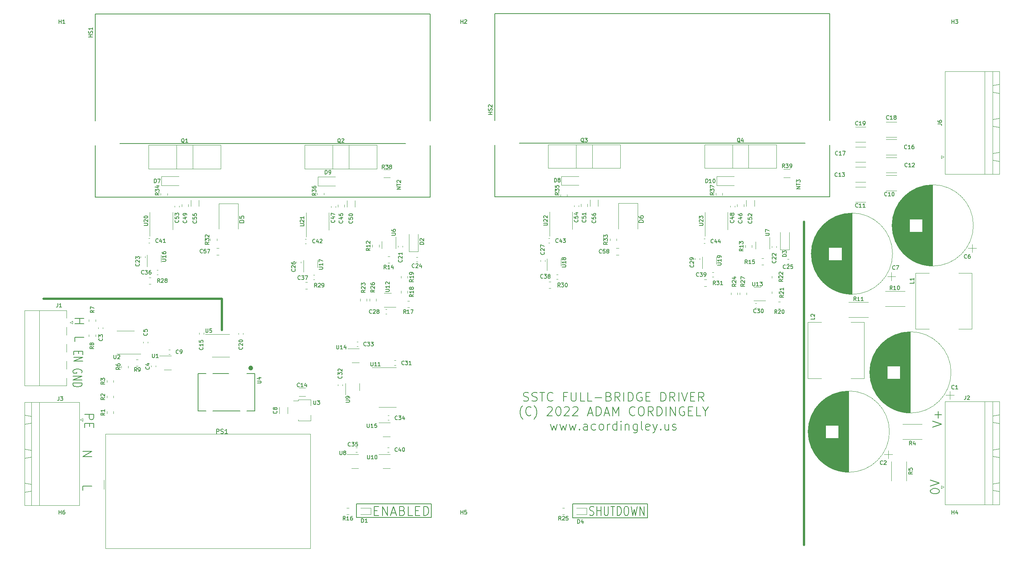
<source format=gto>
%TF.GenerationSoftware,KiCad,Pcbnew,6.0.7-f9a2dced07~116~ubuntu20.04.1*%
%TF.CreationDate,2022-10-02T03:46:48-04:00*%
%TF.ProjectId,SSTC_Full_Bridge_Driver,53535443-5f46-4756-9c6c-5f4272696467,rev?*%
%TF.SameCoordinates,Original*%
%TF.FileFunction,Legend,Top*%
%TF.FilePolarity,Positive*%
%FSLAX46Y46*%
G04 Gerber Fmt 4.6, Leading zero omitted, Abs format (unit mm)*
G04 Created by KiCad (PCBNEW 6.0.7-f9a2dced07~116~ubuntu20.04.1) date 2022-10-02 03:46:48*
%MOMM*%
%LPD*%
G01*
G04 APERTURE LIST*
%ADD10C,0.200000*%
%ADD11C,0.150000*%
%ADD12C,0.500000*%
%ADD13C,0.120000*%
%ADD14C,0.550000*%
G04 APERTURE END LIST*
D10*
X138409523Y-110289523D02*
X138695238Y-110384761D01*
X139171428Y-110384761D01*
X139361904Y-110289523D01*
X139457142Y-110194285D01*
X139552380Y-110003809D01*
X139552380Y-109813333D01*
X139457142Y-109622857D01*
X139361904Y-109527619D01*
X139171428Y-109432380D01*
X138790476Y-109337142D01*
X138600000Y-109241904D01*
X138504761Y-109146666D01*
X138409523Y-108956190D01*
X138409523Y-108765714D01*
X138504761Y-108575238D01*
X138600000Y-108480000D01*
X138790476Y-108384761D01*
X139266666Y-108384761D01*
X139552380Y-108480000D01*
X140314285Y-110289523D02*
X140600000Y-110384761D01*
X141076190Y-110384761D01*
X141266666Y-110289523D01*
X141361904Y-110194285D01*
X141457142Y-110003809D01*
X141457142Y-109813333D01*
X141361904Y-109622857D01*
X141266666Y-109527619D01*
X141076190Y-109432380D01*
X140695238Y-109337142D01*
X140504761Y-109241904D01*
X140409523Y-109146666D01*
X140314285Y-108956190D01*
X140314285Y-108765714D01*
X140409523Y-108575238D01*
X140504761Y-108480000D01*
X140695238Y-108384761D01*
X141171428Y-108384761D01*
X141457142Y-108480000D01*
X142028571Y-108384761D02*
X143171428Y-108384761D01*
X142600000Y-110384761D02*
X142600000Y-108384761D01*
X144980952Y-110194285D02*
X144885714Y-110289523D01*
X144600000Y-110384761D01*
X144409523Y-110384761D01*
X144123809Y-110289523D01*
X143933333Y-110099047D01*
X143838095Y-109908571D01*
X143742857Y-109527619D01*
X143742857Y-109241904D01*
X143838095Y-108860952D01*
X143933333Y-108670476D01*
X144123809Y-108480000D01*
X144409523Y-108384761D01*
X144600000Y-108384761D01*
X144885714Y-108480000D01*
X144980952Y-108575238D01*
X148028571Y-109337142D02*
X147361904Y-109337142D01*
X147361904Y-110384761D02*
X147361904Y-108384761D01*
X148314285Y-108384761D01*
X149076190Y-108384761D02*
X149076190Y-110003809D01*
X149171428Y-110194285D01*
X149266666Y-110289523D01*
X149457142Y-110384761D01*
X149838095Y-110384761D01*
X150028571Y-110289523D01*
X150123809Y-110194285D01*
X150219047Y-110003809D01*
X150219047Y-108384761D01*
X152123809Y-110384761D02*
X151171428Y-110384761D01*
X151171428Y-108384761D01*
X153742857Y-110384761D02*
X152790476Y-110384761D01*
X152790476Y-108384761D01*
X154409523Y-109622857D02*
X155933333Y-109622857D01*
X157552380Y-109337142D02*
X157838095Y-109432380D01*
X157933333Y-109527619D01*
X158028571Y-109718095D01*
X158028571Y-110003809D01*
X157933333Y-110194285D01*
X157838095Y-110289523D01*
X157647619Y-110384761D01*
X156885714Y-110384761D01*
X156885714Y-108384761D01*
X157552380Y-108384761D01*
X157742857Y-108480000D01*
X157838095Y-108575238D01*
X157933333Y-108765714D01*
X157933333Y-108956190D01*
X157838095Y-109146666D01*
X157742857Y-109241904D01*
X157552380Y-109337142D01*
X156885714Y-109337142D01*
X160028571Y-110384761D02*
X159361904Y-109432380D01*
X158885714Y-110384761D02*
X158885714Y-108384761D01*
X159647619Y-108384761D01*
X159838095Y-108480000D01*
X159933333Y-108575238D01*
X160028571Y-108765714D01*
X160028571Y-109051428D01*
X159933333Y-109241904D01*
X159838095Y-109337142D01*
X159647619Y-109432380D01*
X158885714Y-109432380D01*
X160885714Y-110384761D02*
X160885714Y-108384761D01*
X161838095Y-110384761D02*
X161838095Y-108384761D01*
X162314285Y-108384761D01*
X162600000Y-108480000D01*
X162790476Y-108670476D01*
X162885714Y-108860952D01*
X162980952Y-109241904D01*
X162980952Y-109527619D01*
X162885714Y-109908571D01*
X162790476Y-110099047D01*
X162600000Y-110289523D01*
X162314285Y-110384761D01*
X161838095Y-110384761D01*
X164885714Y-108480000D02*
X164695238Y-108384761D01*
X164409523Y-108384761D01*
X164123809Y-108480000D01*
X163933333Y-108670476D01*
X163838095Y-108860952D01*
X163742857Y-109241904D01*
X163742857Y-109527619D01*
X163838095Y-109908571D01*
X163933333Y-110099047D01*
X164123809Y-110289523D01*
X164409523Y-110384761D01*
X164600000Y-110384761D01*
X164885714Y-110289523D01*
X164980952Y-110194285D01*
X164980952Y-109527619D01*
X164600000Y-109527619D01*
X165838095Y-109337142D02*
X166504761Y-109337142D01*
X166790476Y-110384761D02*
X165838095Y-110384761D01*
X165838095Y-108384761D01*
X166790476Y-108384761D01*
X169171428Y-110384761D02*
X169171428Y-108384761D01*
X169647619Y-108384761D01*
X169933333Y-108480000D01*
X170123809Y-108670476D01*
X170219047Y-108860952D01*
X170314285Y-109241904D01*
X170314285Y-109527619D01*
X170219047Y-109908571D01*
X170123809Y-110099047D01*
X169933333Y-110289523D01*
X169647619Y-110384761D01*
X169171428Y-110384761D01*
X172314285Y-110384761D02*
X171647619Y-109432380D01*
X171171428Y-110384761D02*
X171171428Y-108384761D01*
X171933333Y-108384761D01*
X172123809Y-108480000D01*
X172219047Y-108575238D01*
X172314285Y-108765714D01*
X172314285Y-109051428D01*
X172219047Y-109241904D01*
X172123809Y-109337142D01*
X171933333Y-109432380D01*
X171171428Y-109432380D01*
X173171428Y-110384761D02*
X173171428Y-108384761D01*
X173838095Y-108384761D02*
X174504761Y-110384761D01*
X175171428Y-108384761D01*
X175838095Y-109337142D02*
X176504761Y-109337142D01*
X176790476Y-110384761D02*
X175838095Y-110384761D01*
X175838095Y-108384761D01*
X176790476Y-108384761D01*
X178790476Y-110384761D02*
X178123809Y-109432380D01*
X177647619Y-110384761D02*
X177647619Y-108384761D01*
X178409523Y-108384761D01*
X178600000Y-108480000D01*
X178695238Y-108575238D01*
X178790476Y-108765714D01*
X178790476Y-109051428D01*
X178695238Y-109241904D01*
X178600000Y-109337142D01*
X178409523Y-109432380D01*
X177647619Y-109432380D01*
X138219047Y-114366666D02*
X138123809Y-114271428D01*
X137933333Y-113985714D01*
X137838095Y-113795238D01*
X137742857Y-113509523D01*
X137647619Y-113033333D01*
X137647619Y-112652380D01*
X137742857Y-112176190D01*
X137838095Y-111890476D01*
X137933333Y-111700000D01*
X138123809Y-111414285D01*
X138219047Y-111319047D01*
X140123809Y-113414285D02*
X140028571Y-113509523D01*
X139742857Y-113604761D01*
X139552380Y-113604761D01*
X139266666Y-113509523D01*
X139076190Y-113319047D01*
X138980952Y-113128571D01*
X138885714Y-112747619D01*
X138885714Y-112461904D01*
X138980952Y-112080952D01*
X139076190Y-111890476D01*
X139266666Y-111700000D01*
X139552380Y-111604761D01*
X139742857Y-111604761D01*
X140028571Y-111700000D01*
X140123809Y-111795238D01*
X140790476Y-114366666D02*
X140885714Y-114271428D01*
X141076190Y-113985714D01*
X141171428Y-113795238D01*
X141266666Y-113509523D01*
X141361904Y-113033333D01*
X141361904Y-112652380D01*
X141266666Y-112176190D01*
X141171428Y-111890476D01*
X141076190Y-111700000D01*
X140885714Y-111414285D01*
X140790476Y-111319047D01*
X143742857Y-111795238D02*
X143838095Y-111700000D01*
X144028571Y-111604761D01*
X144504761Y-111604761D01*
X144695238Y-111700000D01*
X144790476Y-111795238D01*
X144885714Y-111985714D01*
X144885714Y-112176190D01*
X144790476Y-112461904D01*
X143647619Y-113604761D01*
X144885714Y-113604761D01*
X146123809Y-111604761D02*
X146314285Y-111604761D01*
X146504761Y-111700000D01*
X146600000Y-111795238D01*
X146695238Y-111985714D01*
X146790476Y-112366666D01*
X146790476Y-112842857D01*
X146695238Y-113223809D01*
X146600000Y-113414285D01*
X146504761Y-113509523D01*
X146314285Y-113604761D01*
X146123809Y-113604761D01*
X145933333Y-113509523D01*
X145838095Y-113414285D01*
X145742857Y-113223809D01*
X145647619Y-112842857D01*
X145647619Y-112366666D01*
X145742857Y-111985714D01*
X145838095Y-111795238D01*
X145933333Y-111700000D01*
X146123809Y-111604761D01*
X147552380Y-111795238D02*
X147647619Y-111700000D01*
X147838095Y-111604761D01*
X148314285Y-111604761D01*
X148504761Y-111700000D01*
X148600000Y-111795238D01*
X148695238Y-111985714D01*
X148695238Y-112176190D01*
X148600000Y-112461904D01*
X147457142Y-113604761D01*
X148695238Y-113604761D01*
X149457142Y-111795238D02*
X149552380Y-111700000D01*
X149742857Y-111604761D01*
X150219047Y-111604761D01*
X150409523Y-111700000D01*
X150504761Y-111795238D01*
X150600000Y-111985714D01*
X150600000Y-112176190D01*
X150504761Y-112461904D01*
X149361904Y-113604761D01*
X150600000Y-113604761D01*
X152885714Y-113033333D02*
X153838095Y-113033333D01*
X152695238Y-113604761D02*
X153361904Y-111604761D01*
X154028571Y-113604761D01*
X154695238Y-113604761D02*
X154695238Y-111604761D01*
X155171428Y-111604761D01*
X155457142Y-111700000D01*
X155647619Y-111890476D01*
X155742857Y-112080952D01*
X155838095Y-112461904D01*
X155838095Y-112747619D01*
X155742857Y-113128571D01*
X155647619Y-113319047D01*
X155457142Y-113509523D01*
X155171428Y-113604761D01*
X154695238Y-113604761D01*
X156600000Y-113033333D02*
X157552380Y-113033333D01*
X156409523Y-113604761D02*
X157076190Y-111604761D01*
X157742857Y-113604761D01*
X158409523Y-113604761D02*
X158409523Y-111604761D01*
X159076190Y-113033333D01*
X159742857Y-111604761D01*
X159742857Y-113604761D01*
X163361904Y-113414285D02*
X163266666Y-113509523D01*
X162980952Y-113604761D01*
X162790476Y-113604761D01*
X162504761Y-113509523D01*
X162314285Y-113319047D01*
X162219047Y-113128571D01*
X162123809Y-112747619D01*
X162123809Y-112461904D01*
X162219047Y-112080952D01*
X162314285Y-111890476D01*
X162504761Y-111700000D01*
X162790476Y-111604761D01*
X162980952Y-111604761D01*
X163266666Y-111700000D01*
X163361904Y-111795238D01*
X164600000Y-111604761D02*
X164980952Y-111604761D01*
X165171428Y-111700000D01*
X165361904Y-111890476D01*
X165457142Y-112271428D01*
X165457142Y-112938095D01*
X165361904Y-113319047D01*
X165171428Y-113509523D01*
X164980952Y-113604761D01*
X164600000Y-113604761D01*
X164409523Y-113509523D01*
X164219047Y-113319047D01*
X164123809Y-112938095D01*
X164123809Y-112271428D01*
X164219047Y-111890476D01*
X164409523Y-111700000D01*
X164600000Y-111604761D01*
X167457142Y-113604761D02*
X166790476Y-112652380D01*
X166314285Y-113604761D02*
X166314285Y-111604761D01*
X167076190Y-111604761D01*
X167266666Y-111700000D01*
X167361904Y-111795238D01*
X167457142Y-111985714D01*
X167457142Y-112271428D01*
X167361904Y-112461904D01*
X167266666Y-112557142D01*
X167076190Y-112652380D01*
X166314285Y-112652380D01*
X168314285Y-113604761D02*
X168314285Y-111604761D01*
X168790476Y-111604761D01*
X169076190Y-111700000D01*
X169266666Y-111890476D01*
X169361904Y-112080952D01*
X169457142Y-112461904D01*
X169457142Y-112747619D01*
X169361904Y-113128571D01*
X169266666Y-113319047D01*
X169076190Y-113509523D01*
X168790476Y-113604761D01*
X168314285Y-113604761D01*
X170314285Y-113604761D02*
X170314285Y-111604761D01*
X171266666Y-113604761D02*
X171266666Y-111604761D01*
X172409523Y-113604761D01*
X172409523Y-111604761D01*
X174409523Y-111700000D02*
X174219047Y-111604761D01*
X173933333Y-111604761D01*
X173647619Y-111700000D01*
X173457142Y-111890476D01*
X173361904Y-112080952D01*
X173266666Y-112461904D01*
X173266666Y-112747619D01*
X173361904Y-113128571D01*
X173457142Y-113319047D01*
X173647619Y-113509523D01*
X173933333Y-113604761D01*
X174123809Y-113604761D01*
X174409523Y-113509523D01*
X174504761Y-113414285D01*
X174504761Y-112747619D01*
X174123809Y-112747619D01*
X175361904Y-112557142D02*
X176028571Y-112557142D01*
X176314285Y-113604761D02*
X175361904Y-113604761D01*
X175361904Y-111604761D01*
X176314285Y-111604761D01*
X178123809Y-113604761D02*
X177171428Y-113604761D01*
X177171428Y-111604761D01*
X179171428Y-112652380D02*
X179171428Y-113604761D01*
X178504761Y-111604761D02*
X179171428Y-112652380D01*
X179838095Y-111604761D01*
X144457142Y-115491428D02*
X144838095Y-116824761D01*
X145219047Y-115872380D01*
X145600000Y-116824761D01*
X145980952Y-115491428D01*
X146552380Y-115491428D02*
X146933333Y-116824761D01*
X147314285Y-115872380D01*
X147695238Y-116824761D01*
X148076190Y-115491428D01*
X148647619Y-115491428D02*
X149028571Y-116824761D01*
X149409523Y-115872380D01*
X149790476Y-116824761D01*
X150171428Y-115491428D01*
X150933333Y-116634285D02*
X151028571Y-116729523D01*
X150933333Y-116824761D01*
X150838095Y-116729523D01*
X150933333Y-116634285D01*
X150933333Y-116824761D01*
X152742857Y-116824761D02*
X152742857Y-115777142D01*
X152647619Y-115586666D01*
X152457142Y-115491428D01*
X152076190Y-115491428D01*
X151885714Y-115586666D01*
X152742857Y-116729523D02*
X152552380Y-116824761D01*
X152076190Y-116824761D01*
X151885714Y-116729523D01*
X151790476Y-116539047D01*
X151790476Y-116348571D01*
X151885714Y-116158095D01*
X152076190Y-116062857D01*
X152552380Y-116062857D01*
X152742857Y-115967619D01*
X154552380Y-116729523D02*
X154361904Y-116824761D01*
X153980952Y-116824761D01*
X153790476Y-116729523D01*
X153695238Y-116634285D01*
X153600000Y-116443809D01*
X153600000Y-115872380D01*
X153695238Y-115681904D01*
X153790476Y-115586666D01*
X153980952Y-115491428D01*
X154361904Y-115491428D01*
X154552380Y-115586666D01*
X155695238Y-116824761D02*
X155504761Y-116729523D01*
X155409523Y-116634285D01*
X155314285Y-116443809D01*
X155314285Y-115872380D01*
X155409523Y-115681904D01*
X155504761Y-115586666D01*
X155695238Y-115491428D01*
X155980952Y-115491428D01*
X156171428Y-115586666D01*
X156266666Y-115681904D01*
X156361904Y-115872380D01*
X156361904Y-116443809D01*
X156266666Y-116634285D01*
X156171428Y-116729523D01*
X155980952Y-116824761D01*
X155695238Y-116824761D01*
X157219047Y-116824761D02*
X157219047Y-115491428D01*
X157219047Y-115872380D02*
X157314285Y-115681904D01*
X157409523Y-115586666D01*
X157600000Y-115491428D01*
X157790476Y-115491428D01*
X159314285Y-116824761D02*
X159314285Y-114824761D01*
X159314285Y-116729523D02*
X159123809Y-116824761D01*
X158742857Y-116824761D01*
X158552380Y-116729523D01*
X158457142Y-116634285D01*
X158361904Y-116443809D01*
X158361904Y-115872380D01*
X158457142Y-115681904D01*
X158552380Y-115586666D01*
X158742857Y-115491428D01*
X159123809Y-115491428D01*
X159314285Y-115586666D01*
X160266666Y-116824761D02*
X160266666Y-115491428D01*
X160266666Y-114824761D02*
X160171428Y-114920000D01*
X160266666Y-115015238D01*
X160361904Y-114920000D01*
X160266666Y-114824761D01*
X160266666Y-115015238D01*
X161219047Y-115491428D02*
X161219047Y-116824761D01*
X161219047Y-115681904D02*
X161314285Y-115586666D01*
X161504761Y-115491428D01*
X161790476Y-115491428D01*
X161980952Y-115586666D01*
X162076190Y-115777142D01*
X162076190Y-116824761D01*
X163885714Y-115491428D02*
X163885714Y-117110476D01*
X163790476Y-117300952D01*
X163695238Y-117396190D01*
X163504761Y-117491428D01*
X163219047Y-117491428D01*
X163028571Y-117396190D01*
X163885714Y-116729523D02*
X163695238Y-116824761D01*
X163314285Y-116824761D01*
X163123809Y-116729523D01*
X163028571Y-116634285D01*
X162933333Y-116443809D01*
X162933333Y-115872380D01*
X163028571Y-115681904D01*
X163123809Y-115586666D01*
X163314285Y-115491428D01*
X163695238Y-115491428D01*
X163885714Y-115586666D01*
X165123809Y-116824761D02*
X164933333Y-116729523D01*
X164838095Y-116539047D01*
X164838095Y-114824761D01*
X166647619Y-116729523D02*
X166457142Y-116824761D01*
X166076190Y-116824761D01*
X165885714Y-116729523D01*
X165790476Y-116539047D01*
X165790476Y-115777142D01*
X165885714Y-115586666D01*
X166076190Y-115491428D01*
X166457142Y-115491428D01*
X166647619Y-115586666D01*
X166742857Y-115777142D01*
X166742857Y-115967619D01*
X165790476Y-116158095D01*
X167409523Y-115491428D02*
X167885714Y-116824761D01*
X168361904Y-115491428D02*
X167885714Y-116824761D01*
X167695238Y-117300952D01*
X167600000Y-117396190D01*
X167409523Y-117491428D01*
X169123809Y-116634285D02*
X169219047Y-116729523D01*
X169123809Y-116824761D01*
X169028571Y-116729523D01*
X169123809Y-116634285D01*
X169123809Y-116824761D01*
X170933333Y-115491428D02*
X170933333Y-116824761D01*
X170076190Y-115491428D02*
X170076190Y-116539047D01*
X170171428Y-116729523D01*
X170361904Y-116824761D01*
X170647619Y-116824761D01*
X170838095Y-116729523D01*
X170933333Y-116634285D01*
X171790476Y-116729523D02*
X171980952Y-116824761D01*
X172361904Y-116824761D01*
X172552380Y-116729523D01*
X172647619Y-116539047D01*
X172647619Y-116443809D01*
X172552380Y-116253333D01*
X172361904Y-116158095D01*
X172076190Y-116158095D01*
X171885714Y-116062857D01*
X171790476Y-115872380D01*
X171790476Y-115777142D01*
X171885714Y-115586666D01*
X172076190Y-115491428D01*
X172361904Y-115491428D01*
X172552380Y-115586666D01*
D11*
X101000000Y-133350000D02*
X101000000Y-136450000D01*
X166150000Y-133400000D02*
X149400000Y-133400000D01*
X117750000Y-133350000D02*
X101000000Y-133350000D01*
X101000000Y-136450000D02*
X117750000Y-136450000D01*
D12*
X201200000Y-70100000D02*
X201200000Y-142600000D01*
X70850000Y-94387500D02*
X70850000Y-87387500D01*
D11*
X149400000Y-136500000D02*
X166150000Y-136500000D01*
X149400000Y-133400000D02*
X149400000Y-136500000D01*
X166150000Y-136500000D02*
X166150000Y-133400000D01*
D12*
X70850000Y-87387500D02*
X30850000Y-87387500D01*
D11*
X117750000Y-136450000D02*
X117750000Y-133350000D01*
D10*
X37945238Y-91816071D02*
X39945238Y-91816071D01*
X38992857Y-91816071D02*
X38992857Y-92958928D01*
X37945238Y-92958928D02*
X39945238Y-92958928D01*
X39400000Y-104007142D02*
X39495238Y-103864285D01*
X39495238Y-103650000D01*
X39400000Y-103435714D01*
X39209523Y-103292857D01*
X39019047Y-103221428D01*
X38638095Y-103150000D01*
X38352380Y-103150000D01*
X37971428Y-103221428D01*
X37780952Y-103292857D01*
X37590476Y-103435714D01*
X37495238Y-103650000D01*
X37495238Y-103792857D01*
X37590476Y-104007142D01*
X37685714Y-104078571D01*
X38352380Y-104078571D01*
X38352380Y-103792857D01*
X37495238Y-104721428D02*
X39495238Y-104721428D01*
X37495238Y-105578571D01*
X39495238Y-105578571D01*
X37495238Y-106292857D02*
X39495238Y-106292857D01*
X39495238Y-106650000D01*
X39400000Y-106864285D01*
X39209523Y-107007142D01*
X39019047Y-107078571D01*
X38638095Y-107150000D01*
X38352380Y-107150000D01*
X37971428Y-107078571D01*
X37780952Y-107007142D01*
X37590476Y-106864285D01*
X37495238Y-106650000D01*
X37495238Y-106292857D01*
X38742857Y-99192857D02*
X38742857Y-99692857D01*
X37695238Y-99907142D02*
X37695238Y-99192857D01*
X39695238Y-99192857D01*
X39695238Y-99907142D01*
X37695238Y-100550000D02*
X39695238Y-100550000D01*
X37695238Y-101407142D01*
X39695238Y-101407142D01*
X105002380Y-134907142D02*
X105669047Y-134907142D01*
X105954761Y-135954761D02*
X105002380Y-135954761D01*
X105002380Y-133954761D01*
X105954761Y-133954761D01*
X106811904Y-135954761D02*
X106811904Y-133954761D01*
X107954761Y-135954761D01*
X107954761Y-133954761D01*
X108811904Y-135383333D02*
X109764285Y-135383333D01*
X108621428Y-135954761D02*
X109288095Y-133954761D01*
X109954761Y-135954761D01*
X111288095Y-134907142D02*
X111573809Y-135002380D01*
X111669047Y-135097619D01*
X111764285Y-135288095D01*
X111764285Y-135573809D01*
X111669047Y-135764285D01*
X111573809Y-135859523D01*
X111383333Y-135954761D01*
X110621428Y-135954761D01*
X110621428Y-133954761D01*
X111288095Y-133954761D01*
X111478571Y-134050000D01*
X111573809Y-134145238D01*
X111669047Y-134335714D01*
X111669047Y-134526190D01*
X111573809Y-134716666D01*
X111478571Y-134811904D01*
X111288095Y-134907142D01*
X110621428Y-134907142D01*
X113573809Y-135954761D02*
X112621428Y-135954761D01*
X112621428Y-133954761D01*
X114240476Y-134907142D02*
X114907142Y-134907142D01*
X115192857Y-135954761D02*
X114240476Y-135954761D01*
X114240476Y-133954761D01*
X115192857Y-133954761D01*
X116050000Y-135954761D02*
X116050000Y-133954761D01*
X116526190Y-133954761D01*
X116811904Y-134050000D01*
X117002380Y-134240476D01*
X117097619Y-134430952D01*
X117192857Y-134811904D01*
X117192857Y-135097619D01*
X117097619Y-135478571D01*
X117002380Y-135669047D01*
X116811904Y-135859523D01*
X116526190Y-135954761D01*
X116050000Y-135954761D01*
X229554761Y-130602380D02*
X229554761Y-130411904D01*
X229650000Y-130221428D01*
X229745238Y-130126190D01*
X229935714Y-130030952D01*
X230316666Y-129935714D01*
X230792857Y-129935714D01*
X231173809Y-130030952D01*
X231364285Y-130126190D01*
X231459523Y-130221428D01*
X231554761Y-130411904D01*
X231554761Y-130602380D01*
X231459523Y-130792857D01*
X231364285Y-130888095D01*
X231173809Y-130983333D01*
X230792857Y-131078571D01*
X230316666Y-131078571D01*
X229935714Y-130983333D01*
X229745238Y-130888095D01*
X229650000Y-130792857D01*
X229554761Y-130602380D01*
X229554761Y-129364285D02*
X231554761Y-128697619D01*
X229554761Y-128030952D01*
X39695238Y-121628571D02*
X41695238Y-121628571D01*
X39695238Y-122771428D01*
X41695238Y-122771428D01*
X40145238Y-113321428D02*
X42145238Y-113321428D01*
X42145238Y-114083333D01*
X42050000Y-114273809D01*
X41954761Y-114369047D01*
X41764285Y-114464285D01*
X41478571Y-114464285D01*
X41288095Y-114369047D01*
X41192857Y-114273809D01*
X41097619Y-114083333D01*
X41097619Y-113321428D01*
X41192857Y-115321428D02*
X41192857Y-115988095D01*
X40145238Y-116273809D02*
X40145238Y-115321428D01*
X42145238Y-115321428D01*
X42145238Y-116273809D01*
X230054761Y-116154761D02*
X232054761Y-115488095D01*
X230054761Y-114821428D01*
X231292857Y-114154761D02*
X231292857Y-112630952D01*
X232054761Y-113392857D02*
X230530952Y-113392857D01*
X153216666Y-135859523D02*
X153445238Y-135954761D01*
X153826190Y-135954761D01*
X153978571Y-135859523D01*
X154054761Y-135764285D01*
X154130952Y-135573809D01*
X154130952Y-135383333D01*
X154054761Y-135192857D01*
X153978571Y-135097619D01*
X153826190Y-135002380D01*
X153521428Y-134907142D01*
X153369047Y-134811904D01*
X153292857Y-134716666D01*
X153216666Y-134526190D01*
X153216666Y-134335714D01*
X153292857Y-134145238D01*
X153369047Y-134050000D01*
X153521428Y-133954761D01*
X153902380Y-133954761D01*
X154130952Y-134050000D01*
X154816666Y-135954761D02*
X154816666Y-133954761D01*
X154816666Y-134907142D02*
X155730952Y-134907142D01*
X155730952Y-135954761D02*
X155730952Y-133954761D01*
X156492857Y-133954761D02*
X156492857Y-135573809D01*
X156569047Y-135764285D01*
X156645238Y-135859523D01*
X156797619Y-135954761D01*
X157102380Y-135954761D01*
X157254761Y-135859523D01*
X157330952Y-135764285D01*
X157407142Y-135573809D01*
X157407142Y-133954761D01*
X157940476Y-133954761D02*
X158854761Y-133954761D01*
X158397619Y-135954761D02*
X158397619Y-133954761D01*
X159388095Y-135954761D02*
X159388095Y-133954761D01*
X159769047Y-133954761D01*
X159997619Y-134050000D01*
X160150000Y-134240476D01*
X160226190Y-134430952D01*
X160302380Y-134811904D01*
X160302380Y-135097619D01*
X160226190Y-135478571D01*
X160150000Y-135669047D01*
X159997619Y-135859523D01*
X159769047Y-135954761D01*
X159388095Y-135954761D01*
X161292857Y-133954761D02*
X161597619Y-133954761D01*
X161750000Y-134050000D01*
X161902380Y-134240476D01*
X161978571Y-134621428D01*
X161978571Y-135288095D01*
X161902380Y-135669047D01*
X161750000Y-135859523D01*
X161597619Y-135954761D01*
X161292857Y-135954761D01*
X161140476Y-135859523D01*
X160988095Y-135669047D01*
X160911904Y-135288095D01*
X160911904Y-134621428D01*
X160988095Y-134240476D01*
X161140476Y-134050000D01*
X161292857Y-133954761D01*
X162511904Y-133954761D02*
X162892857Y-135954761D01*
X163197619Y-134526190D01*
X163502380Y-135954761D01*
X163883333Y-133954761D01*
X164492857Y-135954761D02*
X164492857Y-133954761D01*
X165407142Y-135954761D01*
X165407142Y-133954761D01*
X37945238Y-97006547D02*
X37945238Y-96054166D01*
X39945238Y-96054166D01*
X39695238Y-130319047D02*
X39695238Y-129366666D01*
X41695238Y-129366666D01*
D11*
%TO.C,C38*%
X142753571Y-82703571D02*
X142713095Y-82744047D01*
X142591666Y-82784523D01*
X142510714Y-82784523D01*
X142389285Y-82744047D01*
X142308333Y-82663095D01*
X142267857Y-82582142D01*
X142227380Y-82420238D01*
X142227380Y-82298809D01*
X142267857Y-82136904D01*
X142308333Y-82055952D01*
X142389285Y-81975000D01*
X142510714Y-81934523D01*
X142591666Y-81934523D01*
X142713095Y-81975000D01*
X142753571Y-82015476D01*
X143036904Y-81934523D02*
X143563095Y-81934523D01*
X143279761Y-82258333D01*
X143401190Y-82258333D01*
X143482142Y-82298809D01*
X143522619Y-82339285D01*
X143563095Y-82420238D01*
X143563095Y-82622619D01*
X143522619Y-82703571D01*
X143482142Y-82744047D01*
X143401190Y-82784523D01*
X143158333Y-82784523D01*
X143077380Y-82744047D01*
X143036904Y-82703571D01*
X144048809Y-82298809D02*
X143967857Y-82258333D01*
X143927380Y-82217857D01*
X143886904Y-82136904D01*
X143886904Y-82096428D01*
X143927380Y-82015476D01*
X143967857Y-81975000D01*
X144048809Y-81934523D01*
X144210714Y-81934523D01*
X144291666Y-81975000D01*
X144332142Y-82015476D01*
X144372619Y-82096428D01*
X144372619Y-82136904D01*
X144332142Y-82217857D01*
X144291666Y-82258333D01*
X144210714Y-82298809D01*
X144048809Y-82298809D01*
X143967857Y-82339285D01*
X143927380Y-82379761D01*
X143886904Y-82460714D01*
X143886904Y-82622619D01*
X143927380Y-82703571D01*
X143967857Y-82744047D01*
X144048809Y-82784523D01*
X144210714Y-82784523D01*
X144291666Y-82744047D01*
X144332142Y-82703571D01*
X144372619Y-82622619D01*
X144372619Y-82460714D01*
X144332142Y-82379761D01*
X144291666Y-82339285D01*
X144210714Y-82298809D01*
%TO.C,C46*%
X187303571Y-69896428D02*
X187344047Y-69936904D01*
X187384523Y-70058333D01*
X187384523Y-70139285D01*
X187344047Y-70260714D01*
X187263095Y-70341666D01*
X187182142Y-70382142D01*
X187020238Y-70422619D01*
X186898809Y-70422619D01*
X186736904Y-70382142D01*
X186655952Y-70341666D01*
X186575000Y-70260714D01*
X186534523Y-70139285D01*
X186534523Y-70058333D01*
X186575000Y-69936904D01*
X186615476Y-69896428D01*
X186817857Y-69167857D02*
X187384523Y-69167857D01*
X186494047Y-69370238D02*
X187101190Y-69572619D01*
X187101190Y-69046428D01*
X186534523Y-68358333D02*
X186534523Y-68520238D01*
X186575000Y-68601190D01*
X186615476Y-68641666D01*
X186736904Y-68722619D01*
X186898809Y-68763095D01*
X187222619Y-68763095D01*
X187303571Y-68722619D01*
X187344047Y-68682142D01*
X187384523Y-68601190D01*
X187384523Y-68439285D01*
X187344047Y-68358333D01*
X187303571Y-68317857D01*
X187222619Y-68277380D01*
X187020238Y-68277380D01*
X186939285Y-68317857D01*
X186898809Y-68358333D01*
X186858333Y-68439285D01*
X186858333Y-68601190D01*
X186898809Y-68682142D01*
X186939285Y-68722619D01*
X187020238Y-68763095D01*
%TO.C,C28*%
X104416071Y-90603571D02*
X104375595Y-90644047D01*
X104254166Y-90684523D01*
X104173214Y-90684523D01*
X104051785Y-90644047D01*
X103970833Y-90563095D01*
X103930357Y-90482142D01*
X103889880Y-90320238D01*
X103889880Y-90198809D01*
X103930357Y-90036904D01*
X103970833Y-89955952D01*
X104051785Y-89875000D01*
X104173214Y-89834523D01*
X104254166Y-89834523D01*
X104375595Y-89875000D01*
X104416071Y-89915476D01*
X104739880Y-89915476D02*
X104780357Y-89875000D01*
X104861309Y-89834523D01*
X105063690Y-89834523D01*
X105144642Y-89875000D01*
X105185119Y-89915476D01*
X105225595Y-89996428D01*
X105225595Y-90077380D01*
X105185119Y-90198809D01*
X104699404Y-90684523D01*
X105225595Y-90684523D01*
X105711309Y-90198809D02*
X105630357Y-90158333D01*
X105589880Y-90117857D01*
X105549404Y-90036904D01*
X105549404Y-89996428D01*
X105589880Y-89915476D01*
X105630357Y-89875000D01*
X105711309Y-89834523D01*
X105873214Y-89834523D01*
X105954166Y-89875000D01*
X105994642Y-89915476D01*
X106035119Y-89996428D01*
X106035119Y-90036904D01*
X105994642Y-90117857D01*
X105954166Y-90158333D01*
X105873214Y-90198809D01*
X105711309Y-90198809D01*
X105630357Y-90239285D01*
X105589880Y-90279761D01*
X105549404Y-90360714D01*
X105549404Y-90522619D01*
X105589880Y-90603571D01*
X105630357Y-90644047D01*
X105711309Y-90684523D01*
X105873214Y-90684523D01*
X105954166Y-90644047D01*
X105994642Y-90603571D01*
X106035119Y-90522619D01*
X106035119Y-90360714D01*
X105994642Y-90279761D01*
X105954166Y-90239285D01*
X105873214Y-90198809D01*
%TO.C,U14*%
X96547619Y-97784523D02*
X96547619Y-98472619D01*
X96588095Y-98553571D01*
X96628571Y-98594047D01*
X96709523Y-98634523D01*
X96871428Y-98634523D01*
X96952380Y-98594047D01*
X96992857Y-98553571D01*
X97033333Y-98472619D01*
X97033333Y-97784523D01*
X97883333Y-98634523D02*
X97397619Y-98634523D01*
X97640476Y-98634523D02*
X97640476Y-97784523D01*
X97559523Y-97905952D01*
X97478571Y-97986904D01*
X97397619Y-98027380D01*
X98611904Y-98067857D02*
X98611904Y-98634523D01*
X98409523Y-97744047D02*
X98207142Y-98351190D01*
X98733333Y-98351190D01*
%TO.C,C23*%
X52303571Y-79546428D02*
X52344047Y-79586904D01*
X52384523Y-79708333D01*
X52384523Y-79789285D01*
X52344047Y-79910714D01*
X52263095Y-79991666D01*
X52182142Y-80032142D01*
X52020238Y-80072619D01*
X51898809Y-80072619D01*
X51736904Y-80032142D01*
X51655952Y-79991666D01*
X51575000Y-79910714D01*
X51534523Y-79789285D01*
X51534523Y-79708333D01*
X51575000Y-79586904D01*
X51615476Y-79546428D01*
X51615476Y-79222619D02*
X51575000Y-79182142D01*
X51534523Y-79101190D01*
X51534523Y-78898809D01*
X51575000Y-78817857D01*
X51615476Y-78777380D01*
X51696428Y-78736904D01*
X51777380Y-78736904D01*
X51898809Y-78777380D01*
X52384523Y-79263095D01*
X52384523Y-78736904D01*
X51534523Y-78453571D02*
X51534523Y-77927380D01*
X51858333Y-78210714D01*
X51858333Y-78089285D01*
X51898809Y-78008333D01*
X51939285Y-77967857D01*
X52020238Y-77927380D01*
X52222619Y-77927380D01*
X52303571Y-77967857D01*
X52344047Y-78008333D01*
X52384523Y-78089285D01*
X52384523Y-78332142D01*
X52344047Y-78413095D01*
X52303571Y-78453571D01*
%TO.C,R34*%
X56784523Y-63646428D02*
X56379761Y-63929761D01*
X56784523Y-64132142D02*
X55934523Y-64132142D01*
X55934523Y-63808333D01*
X55975000Y-63727380D01*
X56015476Y-63686904D01*
X56096428Y-63646428D01*
X56217857Y-63646428D01*
X56298809Y-63686904D01*
X56339285Y-63727380D01*
X56379761Y-63808333D01*
X56379761Y-64132142D01*
X55934523Y-63363095D02*
X55934523Y-62836904D01*
X56258333Y-63120238D01*
X56258333Y-62998809D01*
X56298809Y-62917857D01*
X56339285Y-62877380D01*
X56420238Y-62836904D01*
X56622619Y-62836904D01*
X56703571Y-62877380D01*
X56744047Y-62917857D01*
X56784523Y-62998809D01*
X56784523Y-63241666D01*
X56744047Y-63322619D01*
X56703571Y-63363095D01*
X56217857Y-62108333D02*
X56784523Y-62108333D01*
X55894047Y-62310714D02*
X56501190Y-62513095D01*
X56501190Y-61986904D01*
%TO.C,U8*%
X97252380Y-121484523D02*
X97252380Y-122172619D01*
X97292857Y-122253571D01*
X97333333Y-122294047D01*
X97414285Y-122334523D01*
X97576190Y-122334523D01*
X97657142Y-122294047D01*
X97697619Y-122253571D01*
X97738095Y-122172619D01*
X97738095Y-121484523D01*
X98264285Y-121848809D02*
X98183333Y-121808333D01*
X98142857Y-121767857D01*
X98102380Y-121686904D01*
X98102380Y-121646428D01*
X98142857Y-121565476D01*
X98183333Y-121525000D01*
X98264285Y-121484523D01*
X98426190Y-121484523D01*
X98507142Y-121525000D01*
X98547619Y-121565476D01*
X98588095Y-121646428D01*
X98588095Y-121686904D01*
X98547619Y-121767857D01*
X98507142Y-121808333D01*
X98426190Y-121848809D01*
X98264285Y-121848809D01*
X98183333Y-121889285D01*
X98142857Y-121929761D01*
X98102380Y-122010714D01*
X98102380Y-122172619D01*
X98142857Y-122253571D01*
X98183333Y-122294047D01*
X98264285Y-122334523D01*
X98426190Y-122334523D01*
X98507142Y-122294047D01*
X98547619Y-122253571D01*
X98588095Y-122172619D01*
X98588095Y-122010714D01*
X98547619Y-121929761D01*
X98507142Y-121889285D01*
X98426190Y-121848809D01*
%TO.C,C12*%
X224353571Y-57753571D02*
X224313095Y-57794047D01*
X224191666Y-57834523D01*
X224110714Y-57834523D01*
X223989285Y-57794047D01*
X223908333Y-57713095D01*
X223867857Y-57632142D01*
X223827380Y-57470238D01*
X223827380Y-57348809D01*
X223867857Y-57186904D01*
X223908333Y-57105952D01*
X223989285Y-57025000D01*
X224110714Y-56984523D01*
X224191666Y-56984523D01*
X224313095Y-57025000D01*
X224353571Y-57065476D01*
X225163095Y-57834523D02*
X224677380Y-57834523D01*
X224920238Y-57834523D02*
X224920238Y-56984523D01*
X224839285Y-57105952D01*
X224758333Y-57186904D01*
X224677380Y-57227380D01*
X225486904Y-57065476D02*
X225527380Y-57025000D01*
X225608333Y-56984523D01*
X225810714Y-56984523D01*
X225891666Y-57025000D01*
X225932142Y-57065476D01*
X225972619Y-57146428D01*
X225972619Y-57227380D01*
X225932142Y-57348809D01*
X225446428Y-57834523D01*
X225972619Y-57834523D01*
%TO.C,R36*%
X91934523Y-63746428D02*
X91529761Y-64029761D01*
X91934523Y-64232142D02*
X91084523Y-64232142D01*
X91084523Y-63908333D01*
X91125000Y-63827380D01*
X91165476Y-63786904D01*
X91246428Y-63746428D01*
X91367857Y-63746428D01*
X91448809Y-63786904D01*
X91489285Y-63827380D01*
X91529761Y-63908333D01*
X91529761Y-64232142D01*
X91084523Y-63463095D02*
X91084523Y-62936904D01*
X91408333Y-63220238D01*
X91408333Y-63098809D01*
X91448809Y-63017857D01*
X91489285Y-62977380D01*
X91570238Y-62936904D01*
X91772619Y-62936904D01*
X91853571Y-62977380D01*
X91894047Y-63017857D01*
X91934523Y-63098809D01*
X91934523Y-63341666D01*
X91894047Y-63422619D01*
X91853571Y-63463095D01*
X91084523Y-62208333D02*
X91084523Y-62370238D01*
X91125000Y-62451190D01*
X91165476Y-62491666D01*
X91286904Y-62572619D01*
X91448809Y-62613095D01*
X91772619Y-62613095D01*
X91853571Y-62572619D01*
X91894047Y-62532142D01*
X91934523Y-62451190D01*
X91934523Y-62289285D01*
X91894047Y-62208333D01*
X91853571Y-62167857D01*
X91772619Y-62127380D01*
X91570238Y-62127380D01*
X91489285Y-62167857D01*
X91448809Y-62208333D01*
X91408333Y-62289285D01*
X91408333Y-62451190D01*
X91448809Y-62532142D01*
X91489285Y-62572619D01*
X91570238Y-62613095D01*
%TO.C,D3*%
X197284523Y-77927380D02*
X196434523Y-77927380D01*
X196434523Y-77725000D01*
X196475000Y-77603571D01*
X196555952Y-77522619D01*
X196636904Y-77482142D01*
X196798809Y-77441666D01*
X196920238Y-77441666D01*
X197082142Y-77482142D01*
X197163095Y-77522619D01*
X197244047Y-77603571D01*
X197284523Y-77725000D01*
X197284523Y-77927380D01*
X196434523Y-77158333D02*
X196434523Y-76632142D01*
X196758333Y-76915476D01*
X196758333Y-76794047D01*
X196798809Y-76713095D01*
X196839285Y-76672619D01*
X196920238Y-76632142D01*
X197122619Y-76632142D01*
X197203571Y-76672619D01*
X197244047Y-76713095D01*
X197284523Y-76794047D01*
X197284523Y-77036904D01*
X197244047Y-77117857D01*
X197203571Y-77158333D01*
%TO.C,C1*%
X234858333Y-107553571D02*
X234817857Y-107594047D01*
X234696428Y-107634523D01*
X234615476Y-107634523D01*
X234494047Y-107594047D01*
X234413095Y-107513095D01*
X234372619Y-107432142D01*
X234332142Y-107270238D01*
X234332142Y-107148809D01*
X234372619Y-106986904D01*
X234413095Y-106905952D01*
X234494047Y-106825000D01*
X234615476Y-106784523D01*
X234696428Y-106784523D01*
X234817857Y-106825000D01*
X234858333Y-106865476D01*
X235667857Y-107634523D02*
X235182142Y-107634523D01*
X235425000Y-107634523D02*
X235425000Y-106784523D01*
X235344047Y-106905952D01*
X235263095Y-106986904D01*
X235182142Y-107027380D01*
%TO.C,C27*%
X143003571Y-76946428D02*
X143044047Y-76986904D01*
X143084523Y-77108333D01*
X143084523Y-77189285D01*
X143044047Y-77310714D01*
X142963095Y-77391666D01*
X142882142Y-77432142D01*
X142720238Y-77472619D01*
X142598809Y-77472619D01*
X142436904Y-77432142D01*
X142355952Y-77391666D01*
X142275000Y-77310714D01*
X142234523Y-77189285D01*
X142234523Y-77108333D01*
X142275000Y-76986904D01*
X142315476Y-76946428D01*
X142315476Y-76622619D02*
X142275000Y-76582142D01*
X142234523Y-76501190D01*
X142234523Y-76298809D01*
X142275000Y-76217857D01*
X142315476Y-76177380D01*
X142396428Y-76136904D01*
X142477380Y-76136904D01*
X142598809Y-76177380D01*
X143084523Y-76663095D01*
X143084523Y-76136904D01*
X142234523Y-75853571D02*
X142234523Y-75286904D01*
X143084523Y-75651190D01*
%TO.C,H5*%
X124352380Y-135684523D02*
X124352380Y-134834523D01*
X124352380Y-135239285D02*
X124838095Y-135239285D01*
X124838095Y-135684523D02*
X124838095Y-134834523D01*
X125647619Y-134834523D02*
X125242857Y-134834523D01*
X125202380Y-135239285D01*
X125242857Y-135198809D01*
X125323809Y-135158333D01*
X125526190Y-135158333D01*
X125607142Y-135198809D01*
X125647619Y-135239285D01*
X125688095Y-135320238D01*
X125688095Y-135522619D01*
X125647619Y-135603571D01*
X125607142Y-135644047D01*
X125526190Y-135684523D01*
X125323809Y-135684523D01*
X125242857Y-135644047D01*
X125202380Y-135603571D01*
%TO.C,C32*%
X97653571Y-104733928D02*
X97694047Y-104774404D01*
X97734523Y-104895833D01*
X97734523Y-104976785D01*
X97694047Y-105098214D01*
X97613095Y-105179166D01*
X97532142Y-105219642D01*
X97370238Y-105260119D01*
X97248809Y-105260119D01*
X97086904Y-105219642D01*
X97005952Y-105179166D01*
X96925000Y-105098214D01*
X96884523Y-104976785D01*
X96884523Y-104895833D01*
X96925000Y-104774404D01*
X96965476Y-104733928D01*
X96884523Y-104450595D02*
X96884523Y-103924404D01*
X97208333Y-104207738D01*
X97208333Y-104086309D01*
X97248809Y-104005357D01*
X97289285Y-103964880D01*
X97370238Y-103924404D01*
X97572619Y-103924404D01*
X97653571Y-103964880D01*
X97694047Y-104005357D01*
X97734523Y-104086309D01*
X97734523Y-104329166D01*
X97694047Y-104410119D01*
X97653571Y-104450595D01*
X96965476Y-103600595D02*
X96925000Y-103560119D01*
X96884523Y-103479166D01*
X96884523Y-103276785D01*
X96925000Y-103195833D01*
X96965476Y-103155357D01*
X97046428Y-103114880D01*
X97127380Y-103114880D01*
X97248809Y-103155357D01*
X97734523Y-103641071D01*
X97734523Y-103114880D01*
%TO.C,D1*%
X102122619Y-137534523D02*
X102122619Y-136684523D01*
X102325000Y-136684523D01*
X102446428Y-136725000D01*
X102527380Y-136805952D01*
X102567857Y-136886904D01*
X102608333Y-137048809D01*
X102608333Y-137170238D01*
X102567857Y-137332142D01*
X102527380Y-137413095D01*
X102446428Y-137494047D01*
X102325000Y-137534523D01*
X102122619Y-137534523D01*
X103417857Y-137534523D02*
X102932142Y-137534523D01*
X103175000Y-137534523D02*
X103175000Y-136684523D01*
X103094047Y-136805952D01*
X103013095Y-136886904D01*
X102932142Y-136927380D01*
%TO.C,J2*%
X237466666Y-109134523D02*
X237466666Y-109741666D01*
X237426190Y-109863095D01*
X237345238Y-109944047D01*
X237223809Y-109984523D01*
X237142857Y-109984523D01*
X237830952Y-109215476D02*
X237871428Y-109175000D01*
X237952380Y-109134523D01*
X238154761Y-109134523D01*
X238235714Y-109175000D01*
X238276190Y-109215476D01*
X238316666Y-109296428D01*
X238316666Y-109377380D01*
X238276190Y-109498809D01*
X237790476Y-109984523D01*
X238316666Y-109984523D01*
%TO.C,C29*%
X176453571Y-79796428D02*
X176494047Y-79836904D01*
X176534523Y-79958333D01*
X176534523Y-80039285D01*
X176494047Y-80160714D01*
X176413095Y-80241666D01*
X176332142Y-80282142D01*
X176170238Y-80322619D01*
X176048809Y-80322619D01*
X175886904Y-80282142D01*
X175805952Y-80241666D01*
X175725000Y-80160714D01*
X175684523Y-80039285D01*
X175684523Y-79958333D01*
X175725000Y-79836904D01*
X175765476Y-79796428D01*
X175765476Y-79472619D02*
X175725000Y-79432142D01*
X175684523Y-79351190D01*
X175684523Y-79148809D01*
X175725000Y-79067857D01*
X175765476Y-79027380D01*
X175846428Y-78986904D01*
X175927380Y-78986904D01*
X176048809Y-79027380D01*
X176534523Y-79513095D01*
X176534523Y-78986904D01*
X176534523Y-78582142D02*
X176534523Y-78420238D01*
X176494047Y-78339285D01*
X176453571Y-78298809D01*
X176332142Y-78217857D01*
X176170238Y-78177380D01*
X175846428Y-78177380D01*
X175765476Y-78217857D01*
X175725000Y-78258333D01*
X175684523Y-78339285D01*
X175684523Y-78501190D01*
X175725000Y-78582142D01*
X175765476Y-78622619D01*
X175846428Y-78663095D01*
X176048809Y-78663095D01*
X176129761Y-78622619D01*
X176170238Y-78582142D01*
X176210714Y-78501190D01*
X176210714Y-78339285D01*
X176170238Y-78258333D01*
X176129761Y-78217857D01*
X176048809Y-78177380D01*
%TO.C,C26*%
X87203571Y-80746428D02*
X87244047Y-80786904D01*
X87284523Y-80908333D01*
X87284523Y-80989285D01*
X87244047Y-81110714D01*
X87163095Y-81191666D01*
X87082142Y-81232142D01*
X86920238Y-81272619D01*
X86798809Y-81272619D01*
X86636904Y-81232142D01*
X86555952Y-81191666D01*
X86475000Y-81110714D01*
X86434523Y-80989285D01*
X86434523Y-80908333D01*
X86475000Y-80786904D01*
X86515476Y-80746428D01*
X86515476Y-80422619D02*
X86475000Y-80382142D01*
X86434523Y-80301190D01*
X86434523Y-80098809D01*
X86475000Y-80017857D01*
X86515476Y-79977380D01*
X86596428Y-79936904D01*
X86677380Y-79936904D01*
X86798809Y-79977380D01*
X87284523Y-80463095D01*
X87284523Y-79936904D01*
X86434523Y-79208333D02*
X86434523Y-79370238D01*
X86475000Y-79451190D01*
X86515476Y-79491666D01*
X86636904Y-79572619D01*
X86798809Y-79613095D01*
X87122619Y-79613095D01*
X87203571Y-79572619D01*
X87244047Y-79532142D01*
X87284523Y-79451190D01*
X87284523Y-79289285D01*
X87244047Y-79208333D01*
X87203571Y-79167857D01*
X87122619Y-79127380D01*
X86920238Y-79127380D01*
X86839285Y-79167857D01*
X86798809Y-79208333D01*
X86758333Y-79289285D01*
X86758333Y-79451190D01*
X86798809Y-79532142D01*
X86839285Y-79572619D01*
X86920238Y-79613095D01*
%TO.C,U13*%
X189747619Y-83634523D02*
X189747619Y-84322619D01*
X189788095Y-84403571D01*
X189828571Y-84444047D01*
X189909523Y-84484523D01*
X190071428Y-84484523D01*
X190152380Y-84444047D01*
X190192857Y-84403571D01*
X190233333Y-84322619D01*
X190233333Y-83634523D01*
X191083333Y-84484523D02*
X190597619Y-84484523D01*
X190840476Y-84484523D02*
X190840476Y-83634523D01*
X190759523Y-83755952D01*
X190678571Y-83836904D01*
X190597619Y-83877380D01*
X191366666Y-83634523D02*
X191892857Y-83634523D01*
X191609523Y-83958333D01*
X191730952Y-83958333D01*
X191811904Y-83998809D01*
X191852380Y-84039285D01*
X191892857Y-84120238D01*
X191892857Y-84322619D01*
X191852380Y-84403571D01*
X191811904Y-84444047D01*
X191730952Y-84484523D01*
X191488095Y-84484523D01*
X191407142Y-84444047D01*
X191366666Y-84403571D01*
%TO.C,C3*%
X44053571Y-96291666D02*
X44094047Y-96332142D01*
X44134523Y-96453571D01*
X44134523Y-96534523D01*
X44094047Y-96655952D01*
X44013095Y-96736904D01*
X43932142Y-96777380D01*
X43770238Y-96817857D01*
X43648809Y-96817857D01*
X43486904Y-96777380D01*
X43405952Y-96736904D01*
X43325000Y-96655952D01*
X43284523Y-96534523D01*
X43284523Y-96453571D01*
X43325000Y-96332142D01*
X43365476Y-96291666D01*
X43284523Y-96008333D02*
X43284523Y-95482142D01*
X43608333Y-95765476D01*
X43608333Y-95644047D01*
X43648809Y-95563095D01*
X43689285Y-95522619D01*
X43770238Y-95482142D01*
X43972619Y-95482142D01*
X44053571Y-95522619D01*
X44094047Y-95563095D01*
X44134523Y-95644047D01*
X44134523Y-95886904D01*
X44094047Y-95967857D01*
X44053571Y-96008333D01*
%TO.C,C9*%
X61108333Y-99603571D02*
X61067857Y-99644047D01*
X60946428Y-99684523D01*
X60865476Y-99684523D01*
X60744047Y-99644047D01*
X60663095Y-99563095D01*
X60622619Y-99482142D01*
X60582142Y-99320238D01*
X60582142Y-99198809D01*
X60622619Y-99036904D01*
X60663095Y-98955952D01*
X60744047Y-98875000D01*
X60865476Y-98834523D01*
X60946428Y-98834523D01*
X61067857Y-98875000D01*
X61108333Y-98915476D01*
X61513095Y-99684523D02*
X61675000Y-99684523D01*
X61755952Y-99644047D01*
X61796428Y-99603571D01*
X61877380Y-99482142D01*
X61917857Y-99320238D01*
X61917857Y-98996428D01*
X61877380Y-98915476D01*
X61836904Y-98875000D01*
X61755952Y-98834523D01*
X61594047Y-98834523D01*
X61513095Y-98875000D01*
X61472619Y-98915476D01*
X61432142Y-98996428D01*
X61432142Y-99198809D01*
X61472619Y-99279761D01*
X61513095Y-99320238D01*
X61594047Y-99360714D01*
X61755952Y-99360714D01*
X61836904Y-99320238D01*
X61877380Y-99279761D01*
X61917857Y-99198809D01*
%TO.C,C6*%
X237680553Y-78253571D02*
X237640077Y-78294047D01*
X237518648Y-78334523D01*
X237437696Y-78334523D01*
X237316267Y-78294047D01*
X237235315Y-78213095D01*
X237194839Y-78132142D01*
X237154362Y-77970238D01*
X237154362Y-77848809D01*
X237194839Y-77686904D01*
X237235315Y-77605952D01*
X237316267Y-77525000D01*
X237437696Y-77484523D01*
X237518648Y-77484523D01*
X237640077Y-77525000D01*
X237680553Y-77565476D01*
X238409124Y-77484523D02*
X238247220Y-77484523D01*
X238166267Y-77525000D01*
X238125791Y-77565476D01*
X238044839Y-77686904D01*
X238004362Y-77848809D01*
X238004362Y-78172619D01*
X238044839Y-78253571D01*
X238085315Y-78294047D01*
X238166267Y-78334523D01*
X238328172Y-78334523D01*
X238409124Y-78294047D01*
X238449600Y-78253571D01*
X238490077Y-78172619D01*
X238490077Y-77970238D01*
X238449600Y-77889285D01*
X238409124Y-77848809D01*
X238328172Y-77808333D01*
X238166267Y-77808333D01*
X238085315Y-77848809D01*
X238044839Y-77889285D01*
X238004362Y-77970238D01*
%TO.C,D9*%
X93972619Y-59434523D02*
X93972619Y-58584523D01*
X94175000Y-58584523D01*
X94296428Y-58625000D01*
X94377380Y-58705952D01*
X94417857Y-58786904D01*
X94458333Y-58948809D01*
X94458333Y-59070238D01*
X94417857Y-59232142D01*
X94377380Y-59313095D01*
X94296428Y-59394047D01*
X94175000Y-59434523D01*
X93972619Y-59434523D01*
X94863095Y-59434523D02*
X95025000Y-59434523D01*
X95105952Y-59394047D01*
X95146428Y-59353571D01*
X95227380Y-59232142D01*
X95267857Y-59070238D01*
X95267857Y-58746428D01*
X95227380Y-58665476D01*
X95186904Y-58625000D01*
X95105952Y-58584523D01*
X94944047Y-58584523D01*
X94863095Y-58625000D01*
X94822619Y-58665476D01*
X94782142Y-58746428D01*
X94782142Y-58948809D01*
X94822619Y-59029761D01*
X94863095Y-59070238D01*
X94944047Y-59110714D01*
X95105952Y-59110714D01*
X95186904Y-59070238D01*
X95227380Y-59029761D01*
X95267857Y-58948809D01*
%TO.C,R18*%
X113734523Y-86433928D02*
X113329761Y-86717261D01*
X113734523Y-86919642D02*
X112884523Y-86919642D01*
X112884523Y-86595833D01*
X112925000Y-86514880D01*
X112965476Y-86474404D01*
X113046428Y-86433928D01*
X113167857Y-86433928D01*
X113248809Y-86474404D01*
X113289285Y-86514880D01*
X113329761Y-86595833D01*
X113329761Y-86919642D01*
X113734523Y-85624404D02*
X113734523Y-86110119D01*
X113734523Y-85867261D02*
X112884523Y-85867261D01*
X113005952Y-85948214D01*
X113086904Y-86029166D01*
X113127380Y-86110119D01*
X113248809Y-85138690D02*
X113208333Y-85219642D01*
X113167857Y-85260119D01*
X113086904Y-85300595D01*
X113046428Y-85300595D01*
X112965476Y-85260119D01*
X112925000Y-85219642D01*
X112884523Y-85138690D01*
X112884523Y-84976785D01*
X112925000Y-84895833D01*
X112965476Y-84855357D01*
X113046428Y-84814880D01*
X113086904Y-84814880D01*
X113167857Y-84855357D01*
X113208333Y-84895833D01*
X113248809Y-84976785D01*
X113248809Y-85138690D01*
X113289285Y-85219642D01*
X113329761Y-85260119D01*
X113410714Y-85300595D01*
X113572619Y-85300595D01*
X113653571Y-85260119D01*
X113694047Y-85219642D01*
X113734523Y-85138690D01*
X113734523Y-84976785D01*
X113694047Y-84895833D01*
X113653571Y-84855357D01*
X113572619Y-84814880D01*
X113410714Y-84814880D01*
X113329761Y-84855357D01*
X113289285Y-84895833D01*
X113248809Y-84976785D01*
%TO.C,Q2*%
X97419047Y-52435476D02*
X97338095Y-52395000D01*
X97257142Y-52314047D01*
X97135714Y-52192619D01*
X97054761Y-52152142D01*
X96973809Y-52152142D01*
X97014285Y-52354523D02*
X96933333Y-52314047D01*
X96852380Y-52233095D01*
X96811904Y-52071190D01*
X96811904Y-51787857D01*
X96852380Y-51625952D01*
X96933333Y-51545000D01*
X97014285Y-51504523D01*
X97176190Y-51504523D01*
X97257142Y-51545000D01*
X97338095Y-51625952D01*
X97378571Y-51787857D01*
X97378571Y-52071190D01*
X97338095Y-52233095D01*
X97257142Y-52314047D01*
X97176190Y-52354523D01*
X97014285Y-52354523D01*
X97702380Y-51585476D02*
X97742857Y-51545000D01*
X97823809Y-51504523D01*
X98026190Y-51504523D01*
X98107142Y-51545000D01*
X98147619Y-51585476D01*
X98188095Y-51666428D01*
X98188095Y-51747380D01*
X98147619Y-51868809D01*
X97661904Y-52354523D01*
X98188095Y-52354523D01*
%TO.C,C48*%
X185453571Y-69821428D02*
X185494047Y-69861904D01*
X185534523Y-69983333D01*
X185534523Y-70064285D01*
X185494047Y-70185714D01*
X185413095Y-70266666D01*
X185332142Y-70307142D01*
X185170238Y-70347619D01*
X185048809Y-70347619D01*
X184886904Y-70307142D01*
X184805952Y-70266666D01*
X184725000Y-70185714D01*
X184684523Y-70064285D01*
X184684523Y-69983333D01*
X184725000Y-69861904D01*
X184765476Y-69821428D01*
X184967857Y-69092857D02*
X185534523Y-69092857D01*
X184644047Y-69295238D02*
X185251190Y-69497619D01*
X185251190Y-68971428D01*
X185048809Y-68526190D02*
X185008333Y-68607142D01*
X184967857Y-68647619D01*
X184886904Y-68688095D01*
X184846428Y-68688095D01*
X184765476Y-68647619D01*
X184725000Y-68607142D01*
X184684523Y-68526190D01*
X184684523Y-68364285D01*
X184725000Y-68283333D01*
X184765476Y-68242857D01*
X184846428Y-68202380D01*
X184886904Y-68202380D01*
X184967857Y-68242857D01*
X185008333Y-68283333D01*
X185048809Y-68364285D01*
X185048809Y-68526190D01*
X185089285Y-68607142D01*
X185129761Y-68647619D01*
X185210714Y-68688095D01*
X185372619Y-68688095D01*
X185453571Y-68647619D01*
X185494047Y-68607142D01*
X185534523Y-68526190D01*
X185534523Y-68364285D01*
X185494047Y-68283333D01*
X185453571Y-68242857D01*
X185372619Y-68202380D01*
X185210714Y-68202380D01*
X185129761Y-68242857D01*
X185089285Y-68283333D01*
X185048809Y-68364285D01*
%TO.C,C35*%
X99653571Y-120353571D02*
X99613095Y-120394047D01*
X99491666Y-120434523D01*
X99410714Y-120434523D01*
X99289285Y-120394047D01*
X99208333Y-120313095D01*
X99167857Y-120232142D01*
X99127380Y-120070238D01*
X99127380Y-119948809D01*
X99167857Y-119786904D01*
X99208333Y-119705952D01*
X99289285Y-119625000D01*
X99410714Y-119584523D01*
X99491666Y-119584523D01*
X99613095Y-119625000D01*
X99653571Y-119665476D01*
X99936904Y-119584523D02*
X100463095Y-119584523D01*
X100179761Y-119908333D01*
X100301190Y-119908333D01*
X100382142Y-119948809D01*
X100422619Y-119989285D01*
X100463095Y-120070238D01*
X100463095Y-120272619D01*
X100422619Y-120353571D01*
X100382142Y-120394047D01*
X100301190Y-120434523D01*
X100058333Y-120434523D01*
X99977380Y-120394047D01*
X99936904Y-120353571D01*
X101232142Y-119584523D02*
X100827380Y-119584523D01*
X100786904Y-119989285D01*
X100827380Y-119948809D01*
X100908333Y-119908333D01*
X101110714Y-119908333D01*
X101191666Y-119948809D01*
X101232142Y-119989285D01*
X101272619Y-120070238D01*
X101272619Y-120272619D01*
X101232142Y-120353571D01*
X101191666Y-120394047D01*
X101110714Y-120434523D01*
X100908333Y-120434523D01*
X100827380Y-120394047D01*
X100786904Y-120353571D01*
%TO.C,U10*%
X103447619Y-122484523D02*
X103447619Y-123172619D01*
X103488095Y-123253571D01*
X103528571Y-123294047D01*
X103609523Y-123334523D01*
X103771428Y-123334523D01*
X103852380Y-123294047D01*
X103892857Y-123253571D01*
X103933333Y-123172619D01*
X103933333Y-122484523D01*
X104783333Y-123334523D02*
X104297619Y-123334523D01*
X104540476Y-123334523D02*
X104540476Y-122484523D01*
X104459523Y-122605952D01*
X104378571Y-122686904D01*
X104297619Y-122727380D01*
X105309523Y-122484523D02*
X105390476Y-122484523D01*
X105471428Y-122525000D01*
X105511904Y-122565476D01*
X105552380Y-122646428D01*
X105592857Y-122808333D01*
X105592857Y-123010714D01*
X105552380Y-123172619D01*
X105511904Y-123253571D01*
X105471428Y-123294047D01*
X105390476Y-123334523D01*
X105309523Y-123334523D01*
X105228571Y-123294047D01*
X105188095Y-123253571D01*
X105147619Y-123172619D01*
X105107142Y-123010714D01*
X105107142Y-122808333D01*
X105147619Y-122646428D01*
X105188095Y-122565476D01*
X105228571Y-122525000D01*
X105309523Y-122484523D01*
%TO.C,C8*%
X83103571Y-112566666D02*
X83144047Y-112607142D01*
X83184523Y-112728571D01*
X83184523Y-112809523D01*
X83144047Y-112930952D01*
X83063095Y-113011904D01*
X82982142Y-113052380D01*
X82820238Y-113092857D01*
X82698809Y-113092857D01*
X82536904Y-113052380D01*
X82455952Y-113011904D01*
X82375000Y-112930952D01*
X82334523Y-112809523D01*
X82334523Y-112728571D01*
X82375000Y-112607142D01*
X82415476Y-112566666D01*
X82698809Y-112080952D02*
X82658333Y-112161904D01*
X82617857Y-112202380D01*
X82536904Y-112242857D01*
X82496428Y-112242857D01*
X82415476Y-112202380D01*
X82375000Y-112161904D01*
X82334523Y-112080952D01*
X82334523Y-111919047D01*
X82375000Y-111838095D01*
X82415476Y-111797619D01*
X82496428Y-111757142D01*
X82536904Y-111757142D01*
X82617857Y-111797619D01*
X82658333Y-111838095D01*
X82698809Y-111919047D01*
X82698809Y-112080952D01*
X82739285Y-112161904D01*
X82779761Y-112202380D01*
X82860714Y-112242857D01*
X83022619Y-112242857D01*
X83103571Y-112202380D01*
X83144047Y-112161904D01*
X83184523Y-112080952D01*
X83184523Y-111919047D01*
X83144047Y-111838095D01*
X83103571Y-111797619D01*
X83022619Y-111757142D01*
X82860714Y-111757142D01*
X82779761Y-111797619D01*
X82739285Y-111838095D01*
X82698809Y-111919047D01*
%TO.C,R14*%
X107666071Y-80684523D02*
X107382738Y-80279761D01*
X107180357Y-80684523D02*
X107180357Y-79834523D01*
X107504166Y-79834523D01*
X107585119Y-79875000D01*
X107625595Y-79915476D01*
X107666071Y-79996428D01*
X107666071Y-80117857D01*
X107625595Y-80198809D01*
X107585119Y-80239285D01*
X107504166Y-80279761D01*
X107180357Y-80279761D01*
X108475595Y-80684523D02*
X107989880Y-80684523D01*
X108232738Y-80684523D02*
X108232738Y-79834523D01*
X108151785Y-79955952D01*
X108070833Y-80036904D01*
X107989880Y-80077380D01*
X109204166Y-80117857D02*
X109204166Y-80684523D01*
X109001785Y-79794047D02*
X108799404Y-80401190D01*
X109325595Y-80401190D01*
%TO.C,U9*%
X98634523Y-110585119D02*
X99322619Y-110585119D01*
X99403571Y-110544642D01*
X99444047Y-110504166D01*
X99484523Y-110423214D01*
X99484523Y-110261309D01*
X99444047Y-110180357D01*
X99403571Y-110139880D01*
X99322619Y-110099404D01*
X98634523Y-110099404D01*
X99484523Y-109654166D02*
X99484523Y-109492261D01*
X99444047Y-109411309D01*
X99403571Y-109370833D01*
X99282142Y-109289880D01*
X99120238Y-109249404D01*
X98796428Y-109249404D01*
X98715476Y-109289880D01*
X98675000Y-109330357D01*
X98634523Y-109411309D01*
X98634523Y-109573214D01*
X98675000Y-109654166D01*
X98715476Y-109694642D01*
X98796428Y-109735119D01*
X98998809Y-109735119D01*
X99079761Y-109694642D01*
X99120238Y-109654166D01*
X99160714Y-109573214D01*
X99160714Y-109411309D01*
X99120238Y-109330357D01*
X99079761Y-109289880D01*
X98998809Y-109249404D01*
%TO.C,C37*%
X88403571Y-83003571D02*
X88363095Y-83044047D01*
X88241666Y-83084523D01*
X88160714Y-83084523D01*
X88039285Y-83044047D01*
X87958333Y-82963095D01*
X87917857Y-82882142D01*
X87877380Y-82720238D01*
X87877380Y-82598809D01*
X87917857Y-82436904D01*
X87958333Y-82355952D01*
X88039285Y-82275000D01*
X88160714Y-82234523D01*
X88241666Y-82234523D01*
X88363095Y-82275000D01*
X88403571Y-82315476D01*
X88686904Y-82234523D02*
X89213095Y-82234523D01*
X88929761Y-82558333D01*
X89051190Y-82558333D01*
X89132142Y-82598809D01*
X89172619Y-82639285D01*
X89213095Y-82720238D01*
X89213095Y-82922619D01*
X89172619Y-83003571D01*
X89132142Y-83044047D01*
X89051190Y-83084523D01*
X88808333Y-83084523D01*
X88727380Y-83044047D01*
X88686904Y-83003571D01*
X89496428Y-82234523D02*
X90063095Y-82234523D01*
X89698809Y-83084523D01*
%TO.C,C40*%
X110153571Y-121553571D02*
X110113095Y-121594047D01*
X109991666Y-121634523D01*
X109910714Y-121634523D01*
X109789285Y-121594047D01*
X109708333Y-121513095D01*
X109667857Y-121432142D01*
X109627380Y-121270238D01*
X109627380Y-121148809D01*
X109667857Y-120986904D01*
X109708333Y-120905952D01*
X109789285Y-120825000D01*
X109910714Y-120784523D01*
X109991666Y-120784523D01*
X110113095Y-120825000D01*
X110153571Y-120865476D01*
X110882142Y-121067857D02*
X110882142Y-121634523D01*
X110679761Y-120744047D02*
X110477380Y-121351190D01*
X111003571Y-121351190D01*
X111489285Y-120784523D02*
X111570238Y-120784523D01*
X111651190Y-120825000D01*
X111691666Y-120865476D01*
X111732142Y-120946428D01*
X111772619Y-121108333D01*
X111772619Y-121310714D01*
X111732142Y-121472619D01*
X111691666Y-121553571D01*
X111651190Y-121594047D01*
X111570238Y-121634523D01*
X111489285Y-121634523D01*
X111408333Y-121594047D01*
X111367857Y-121553571D01*
X111327380Y-121472619D01*
X111286904Y-121310714D01*
X111286904Y-121108333D01*
X111327380Y-120946428D01*
X111367857Y-120865476D01*
X111408333Y-120825000D01*
X111489285Y-120784523D01*
%TO.C,Q4*%
X186919047Y-52335476D02*
X186838095Y-52295000D01*
X186757142Y-52214047D01*
X186635714Y-52092619D01*
X186554761Y-52052142D01*
X186473809Y-52052142D01*
X186514285Y-52254523D02*
X186433333Y-52214047D01*
X186352380Y-52133095D01*
X186311904Y-51971190D01*
X186311904Y-51687857D01*
X186352380Y-51525952D01*
X186433333Y-51445000D01*
X186514285Y-51404523D01*
X186676190Y-51404523D01*
X186757142Y-51445000D01*
X186838095Y-51525952D01*
X186878571Y-51687857D01*
X186878571Y-51971190D01*
X186838095Y-52133095D01*
X186757142Y-52214047D01*
X186676190Y-52254523D01*
X186514285Y-52254523D01*
X187607142Y-51687857D02*
X187607142Y-52254523D01*
X187404761Y-51364047D02*
X187202380Y-51971190D01*
X187728571Y-51971190D01*
%TO.C,PS1*%
X69648214Y-117622380D02*
X69648214Y-116622380D01*
X70029166Y-116622380D01*
X70124404Y-116670000D01*
X70172023Y-116717619D01*
X70219642Y-116812857D01*
X70219642Y-116955714D01*
X70172023Y-117050952D01*
X70124404Y-117098571D01*
X70029166Y-117146190D01*
X69648214Y-117146190D01*
X70600595Y-117574761D02*
X70743452Y-117622380D01*
X70981547Y-117622380D01*
X71076785Y-117574761D01*
X71124404Y-117527142D01*
X71172023Y-117431904D01*
X71172023Y-117336666D01*
X71124404Y-117241428D01*
X71076785Y-117193809D01*
X70981547Y-117146190D01*
X70791071Y-117098571D01*
X70695833Y-117050952D01*
X70648214Y-117003333D01*
X70600595Y-116908095D01*
X70600595Y-116812857D01*
X70648214Y-116717619D01*
X70695833Y-116670000D01*
X70791071Y-116622380D01*
X71029166Y-116622380D01*
X71172023Y-116670000D01*
X72124404Y-117622380D02*
X71552976Y-117622380D01*
X71838690Y-117622380D02*
X71838690Y-116622380D01*
X71743452Y-116765238D01*
X71648214Y-116860476D01*
X71552976Y-116908095D01*
%TO.C,R21*%
X196634523Y-86583928D02*
X196229761Y-86867261D01*
X196634523Y-87069642D02*
X195784523Y-87069642D01*
X195784523Y-86745833D01*
X195825000Y-86664880D01*
X195865476Y-86624404D01*
X195946428Y-86583928D01*
X196067857Y-86583928D01*
X196148809Y-86624404D01*
X196189285Y-86664880D01*
X196229761Y-86745833D01*
X196229761Y-87069642D01*
X195865476Y-86260119D02*
X195825000Y-86219642D01*
X195784523Y-86138690D01*
X195784523Y-85936309D01*
X195825000Y-85855357D01*
X195865476Y-85814880D01*
X195946428Y-85774404D01*
X196027380Y-85774404D01*
X196148809Y-85814880D01*
X196634523Y-86300595D01*
X196634523Y-85774404D01*
X196634523Y-84964880D02*
X196634523Y-85450595D01*
X196634523Y-85207738D02*
X195784523Y-85207738D01*
X195905952Y-85288690D01*
X195986904Y-85369642D01*
X196027380Y-85450595D01*
%TO.C,R31*%
X181403571Y-84234523D02*
X181120238Y-83829761D01*
X180917857Y-84234523D02*
X180917857Y-83384523D01*
X181241666Y-83384523D01*
X181322619Y-83425000D01*
X181363095Y-83465476D01*
X181403571Y-83546428D01*
X181403571Y-83667857D01*
X181363095Y-83748809D01*
X181322619Y-83789285D01*
X181241666Y-83829761D01*
X180917857Y-83829761D01*
X181686904Y-83384523D02*
X182213095Y-83384523D01*
X181929761Y-83708333D01*
X182051190Y-83708333D01*
X182132142Y-83748809D01*
X182172619Y-83789285D01*
X182213095Y-83870238D01*
X182213095Y-84072619D01*
X182172619Y-84153571D01*
X182132142Y-84194047D01*
X182051190Y-84234523D01*
X181808333Y-84234523D01*
X181727380Y-84194047D01*
X181686904Y-84153571D01*
X183022619Y-84234523D02*
X182536904Y-84234523D01*
X182779761Y-84234523D02*
X182779761Y-83384523D01*
X182698809Y-83505952D01*
X182617857Y-83586904D01*
X182536904Y-83627380D01*
%TO.C,U20*%
X53379523Y-70977380D02*
X54067619Y-70977380D01*
X54148571Y-70936904D01*
X54189047Y-70896428D01*
X54229523Y-70815476D01*
X54229523Y-70653571D01*
X54189047Y-70572619D01*
X54148571Y-70532142D01*
X54067619Y-70491666D01*
X53379523Y-70491666D01*
X53460476Y-70127380D02*
X53420000Y-70086904D01*
X53379523Y-70005952D01*
X53379523Y-69803571D01*
X53420000Y-69722619D01*
X53460476Y-69682142D01*
X53541428Y-69641666D01*
X53622380Y-69641666D01*
X53743809Y-69682142D01*
X54229523Y-70167857D01*
X54229523Y-69641666D01*
X53379523Y-69115476D02*
X53379523Y-69034523D01*
X53420000Y-68953571D01*
X53460476Y-68913095D01*
X53541428Y-68872619D01*
X53703333Y-68832142D01*
X53905714Y-68832142D01*
X54067619Y-68872619D01*
X54148571Y-68913095D01*
X54189047Y-68953571D01*
X54229523Y-69034523D01*
X54229523Y-69115476D01*
X54189047Y-69196428D01*
X54148571Y-69236904D01*
X54067619Y-69277380D01*
X53905714Y-69317857D01*
X53703333Y-69317857D01*
X53541428Y-69277380D01*
X53460476Y-69236904D01*
X53420000Y-69196428D01*
X53379523Y-69115476D01*
%TO.C,C25*%
X197103571Y-80553571D02*
X197063095Y-80594047D01*
X196941666Y-80634523D01*
X196860714Y-80634523D01*
X196739285Y-80594047D01*
X196658333Y-80513095D01*
X196617857Y-80432142D01*
X196577380Y-80270238D01*
X196577380Y-80148809D01*
X196617857Y-79986904D01*
X196658333Y-79905952D01*
X196739285Y-79825000D01*
X196860714Y-79784523D01*
X196941666Y-79784523D01*
X197063095Y-79825000D01*
X197103571Y-79865476D01*
X197427380Y-79865476D02*
X197467857Y-79825000D01*
X197548809Y-79784523D01*
X197751190Y-79784523D01*
X197832142Y-79825000D01*
X197872619Y-79865476D01*
X197913095Y-79946428D01*
X197913095Y-80027380D01*
X197872619Y-80148809D01*
X197386904Y-80634523D01*
X197913095Y-80634523D01*
X198682142Y-79784523D02*
X198277380Y-79784523D01*
X198236904Y-80189285D01*
X198277380Y-80148809D01*
X198358333Y-80108333D01*
X198560714Y-80108333D01*
X198641666Y-80148809D01*
X198682142Y-80189285D01*
X198722619Y-80270238D01*
X198722619Y-80472619D01*
X198682142Y-80553571D01*
X198641666Y-80594047D01*
X198560714Y-80634523D01*
X198358333Y-80634523D01*
X198277380Y-80594047D01*
X198236904Y-80553571D01*
%TO.C,C19*%
X213303571Y-48403571D02*
X213263095Y-48444047D01*
X213141666Y-48484523D01*
X213060714Y-48484523D01*
X212939285Y-48444047D01*
X212858333Y-48363095D01*
X212817857Y-48282142D01*
X212777380Y-48120238D01*
X212777380Y-47998809D01*
X212817857Y-47836904D01*
X212858333Y-47755952D01*
X212939285Y-47675000D01*
X213060714Y-47634523D01*
X213141666Y-47634523D01*
X213263095Y-47675000D01*
X213303571Y-47715476D01*
X214113095Y-48484523D02*
X213627380Y-48484523D01*
X213870238Y-48484523D02*
X213870238Y-47634523D01*
X213789285Y-47755952D01*
X213708333Y-47836904D01*
X213627380Y-47877380D01*
X214517857Y-48484523D02*
X214679761Y-48484523D01*
X214760714Y-48444047D01*
X214801190Y-48403571D01*
X214882142Y-48282142D01*
X214922619Y-48120238D01*
X214922619Y-47796428D01*
X214882142Y-47715476D01*
X214841666Y-47675000D01*
X214760714Y-47634523D01*
X214598809Y-47634523D01*
X214517857Y-47675000D01*
X214477380Y-47715476D01*
X214436904Y-47796428D01*
X214436904Y-47998809D01*
X214477380Y-48079761D01*
X214517857Y-48120238D01*
X214598809Y-48160714D01*
X214760714Y-48160714D01*
X214841666Y-48120238D01*
X214882142Y-48079761D01*
X214922619Y-47998809D01*
%TO.C,U3*%
X91402380Y-110229523D02*
X91402380Y-110917619D01*
X91442857Y-110998571D01*
X91483333Y-111039047D01*
X91564285Y-111079523D01*
X91726190Y-111079523D01*
X91807142Y-111039047D01*
X91847619Y-110998571D01*
X91888095Y-110917619D01*
X91888095Y-110229523D01*
X92211904Y-110229523D02*
X92738095Y-110229523D01*
X92454761Y-110553333D01*
X92576190Y-110553333D01*
X92657142Y-110593809D01*
X92697619Y-110634285D01*
X92738095Y-110715238D01*
X92738095Y-110917619D01*
X92697619Y-110998571D01*
X92657142Y-111039047D01*
X92576190Y-111079523D01*
X92333333Y-111079523D01*
X92252380Y-111039047D01*
X92211904Y-110998571D01*
%TO.C,R13*%
X187584523Y-76183928D02*
X187179761Y-76467261D01*
X187584523Y-76669642D02*
X186734523Y-76669642D01*
X186734523Y-76345833D01*
X186775000Y-76264880D01*
X186815476Y-76224404D01*
X186896428Y-76183928D01*
X187017857Y-76183928D01*
X187098809Y-76224404D01*
X187139285Y-76264880D01*
X187179761Y-76345833D01*
X187179761Y-76669642D01*
X187584523Y-75374404D02*
X187584523Y-75860119D01*
X187584523Y-75617261D02*
X186734523Y-75617261D01*
X186855952Y-75698214D01*
X186936904Y-75779166D01*
X186977380Y-75860119D01*
X186734523Y-75091071D02*
X186734523Y-74564880D01*
X187058333Y-74848214D01*
X187058333Y-74726785D01*
X187098809Y-74645833D01*
X187139285Y-74605357D01*
X187220238Y-74564880D01*
X187422619Y-74564880D01*
X187503571Y-74605357D01*
X187544047Y-74645833D01*
X187584523Y-74726785D01*
X187584523Y-74969642D01*
X187544047Y-75050595D01*
X187503571Y-75091071D01*
%TO.C,R26*%
X105034523Y-85408928D02*
X104629761Y-85692261D01*
X105034523Y-85894642D02*
X104184523Y-85894642D01*
X104184523Y-85570833D01*
X104225000Y-85489880D01*
X104265476Y-85449404D01*
X104346428Y-85408928D01*
X104467857Y-85408928D01*
X104548809Y-85449404D01*
X104589285Y-85489880D01*
X104629761Y-85570833D01*
X104629761Y-85894642D01*
X104265476Y-85085119D02*
X104225000Y-85044642D01*
X104184523Y-84963690D01*
X104184523Y-84761309D01*
X104225000Y-84680357D01*
X104265476Y-84639880D01*
X104346428Y-84599404D01*
X104427380Y-84599404D01*
X104548809Y-84639880D01*
X105034523Y-85125595D01*
X105034523Y-84599404D01*
X104184523Y-83870833D02*
X104184523Y-84032738D01*
X104225000Y-84113690D01*
X104265476Y-84154166D01*
X104386904Y-84235119D01*
X104548809Y-84275595D01*
X104872619Y-84275595D01*
X104953571Y-84235119D01*
X104994047Y-84194642D01*
X105034523Y-84113690D01*
X105034523Y-83951785D01*
X104994047Y-83870833D01*
X104953571Y-83830357D01*
X104872619Y-83789880D01*
X104670238Y-83789880D01*
X104589285Y-83830357D01*
X104548809Y-83870833D01*
X104508333Y-83951785D01*
X104508333Y-84113690D01*
X104548809Y-84194642D01*
X104589285Y-84235119D01*
X104670238Y-84275595D01*
%TO.C,R17*%
X112053571Y-90684523D02*
X111770238Y-90279761D01*
X111567857Y-90684523D02*
X111567857Y-89834523D01*
X111891666Y-89834523D01*
X111972619Y-89875000D01*
X112013095Y-89915476D01*
X112053571Y-89996428D01*
X112053571Y-90117857D01*
X112013095Y-90198809D01*
X111972619Y-90239285D01*
X111891666Y-90279761D01*
X111567857Y-90279761D01*
X112863095Y-90684523D02*
X112377380Y-90684523D01*
X112620238Y-90684523D02*
X112620238Y-89834523D01*
X112539285Y-89955952D01*
X112458333Y-90036904D01*
X112377380Y-90077380D01*
X113146428Y-89834523D02*
X113713095Y-89834523D01*
X113348809Y-90684523D01*
%TO.C,U1*%
X55252380Y-99734523D02*
X55252380Y-100422619D01*
X55292857Y-100503571D01*
X55333333Y-100544047D01*
X55414285Y-100584523D01*
X55576190Y-100584523D01*
X55657142Y-100544047D01*
X55697619Y-100503571D01*
X55738095Y-100422619D01*
X55738095Y-99734523D01*
X56588095Y-100584523D02*
X56102380Y-100584523D01*
X56345238Y-100584523D02*
X56345238Y-99734523D01*
X56264285Y-99855952D01*
X56183333Y-99936904D01*
X56102380Y-99977380D01*
%TO.C,R23*%
X102934523Y-85458928D02*
X102529761Y-85742261D01*
X102934523Y-85944642D02*
X102084523Y-85944642D01*
X102084523Y-85620833D01*
X102125000Y-85539880D01*
X102165476Y-85499404D01*
X102246428Y-85458928D01*
X102367857Y-85458928D01*
X102448809Y-85499404D01*
X102489285Y-85539880D01*
X102529761Y-85620833D01*
X102529761Y-85944642D01*
X102165476Y-85135119D02*
X102125000Y-85094642D01*
X102084523Y-85013690D01*
X102084523Y-84811309D01*
X102125000Y-84730357D01*
X102165476Y-84689880D01*
X102246428Y-84649404D01*
X102327380Y-84649404D01*
X102448809Y-84689880D01*
X102934523Y-85175595D01*
X102934523Y-84649404D01*
X102084523Y-84366071D02*
X102084523Y-83839880D01*
X102408333Y-84123214D01*
X102408333Y-84001785D01*
X102448809Y-83920833D01*
X102489285Y-83880357D01*
X102570238Y-83839880D01*
X102772619Y-83839880D01*
X102853571Y-83880357D01*
X102894047Y-83920833D01*
X102934523Y-84001785D01*
X102934523Y-84244642D01*
X102894047Y-84325595D01*
X102853571Y-84366071D01*
%TO.C,R6*%
X48034523Y-102754166D02*
X47629761Y-103037500D01*
X48034523Y-103239880D02*
X47184523Y-103239880D01*
X47184523Y-102916071D01*
X47225000Y-102835119D01*
X47265476Y-102794642D01*
X47346428Y-102754166D01*
X47467857Y-102754166D01*
X47548809Y-102794642D01*
X47589285Y-102835119D01*
X47629761Y-102916071D01*
X47629761Y-103239880D01*
X47184523Y-102025595D02*
X47184523Y-102187500D01*
X47225000Y-102268452D01*
X47265476Y-102308928D01*
X47386904Y-102389880D01*
X47548809Y-102430357D01*
X47872619Y-102430357D01*
X47953571Y-102389880D01*
X47994047Y-102349404D01*
X48034523Y-102268452D01*
X48034523Y-102106547D01*
X47994047Y-102025595D01*
X47953571Y-101985119D01*
X47872619Y-101944642D01*
X47670238Y-101944642D01*
X47589285Y-101985119D01*
X47548809Y-102025595D01*
X47508333Y-102106547D01*
X47508333Y-102268452D01*
X47548809Y-102349404D01*
X47589285Y-102389880D01*
X47670238Y-102430357D01*
%TO.C,C58*%
X155903571Y-77103571D02*
X155863095Y-77144047D01*
X155741666Y-77184523D01*
X155660714Y-77184523D01*
X155539285Y-77144047D01*
X155458333Y-77063095D01*
X155417857Y-76982142D01*
X155377380Y-76820238D01*
X155377380Y-76698809D01*
X155417857Y-76536904D01*
X155458333Y-76455952D01*
X155539285Y-76375000D01*
X155660714Y-76334523D01*
X155741666Y-76334523D01*
X155863095Y-76375000D01*
X155903571Y-76415476D01*
X156672619Y-76334523D02*
X156267857Y-76334523D01*
X156227380Y-76739285D01*
X156267857Y-76698809D01*
X156348809Y-76658333D01*
X156551190Y-76658333D01*
X156632142Y-76698809D01*
X156672619Y-76739285D01*
X156713095Y-76820238D01*
X156713095Y-77022619D01*
X156672619Y-77103571D01*
X156632142Y-77144047D01*
X156551190Y-77184523D01*
X156348809Y-77184523D01*
X156267857Y-77144047D01*
X156227380Y-77103571D01*
X157198809Y-76698809D02*
X157117857Y-76658333D01*
X157077380Y-76617857D01*
X157036904Y-76536904D01*
X157036904Y-76496428D01*
X157077380Y-76415476D01*
X157117857Y-76375000D01*
X157198809Y-76334523D01*
X157360714Y-76334523D01*
X157441666Y-76375000D01*
X157482142Y-76415476D01*
X157522619Y-76496428D01*
X157522619Y-76536904D01*
X157482142Y-76617857D01*
X157441666Y-76658333D01*
X157360714Y-76698809D01*
X157198809Y-76698809D01*
X157117857Y-76739285D01*
X157077380Y-76779761D01*
X157036904Y-76860714D01*
X157036904Y-77022619D01*
X157077380Y-77103571D01*
X157117857Y-77144047D01*
X157198809Y-77184523D01*
X157360714Y-77184523D01*
X157441666Y-77144047D01*
X157482142Y-77103571D01*
X157522619Y-77022619D01*
X157522619Y-76860714D01*
X157482142Y-76779761D01*
X157441666Y-76739285D01*
X157360714Y-76698809D01*
%TO.C,R10*%
X221003571Y-85334523D02*
X220720238Y-84929761D01*
X220517857Y-85334523D02*
X220517857Y-84484523D01*
X220841666Y-84484523D01*
X220922619Y-84525000D01*
X220963095Y-84565476D01*
X221003571Y-84646428D01*
X221003571Y-84767857D01*
X220963095Y-84848809D01*
X220922619Y-84889285D01*
X220841666Y-84929761D01*
X220517857Y-84929761D01*
X221813095Y-85334523D02*
X221327380Y-85334523D01*
X221570238Y-85334523D02*
X221570238Y-84484523D01*
X221489285Y-84605952D01*
X221408333Y-84686904D01*
X221327380Y-84727380D01*
X222339285Y-84484523D02*
X222420238Y-84484523D01*
X222501190Y-84525000D01*
X222541666Y-84565476D01*
X222582142Y-84646428D01*
X222622619Y-84808333D01*
X222622619Y-85010714D01*
X222582142Y-85172619D01*
X222541666Y-85253571D01*
X222501190Y-85294047D01*
X222420238Y-85334523D01*
X222339285Y-85334523D01*
X222258333Y-85294047D01*
X222217857Y-85253571D01*
X222177380Y-85172619D01*
X222136904Y-85010714D01*
X222136904Y-84808333D01*
X222177380Y-84646428D01*
X222217857Y-84565476D01*
X222258333Y-84525000D01*
X222339285Y-84484523D01*
%TO.C,HS1*%
X41854523Y-28728571D02*
X41004523Y-28728571D01*
X41409285Y-28728571D02*
X41409285Y-28242857D01*
X41854523Y-28242857D02*
X41004523Y-28242857D01*
X41814047Y-27878571D02*
X41854523Y-27757143D01*
X41854523Y-27554762D01*
X41814047Y-27473810D01*
X41773571Y-27433333D01*
X41692619Y-27392857D01*
X41611666Y-27392857D01*
X41530714Y-27433333D01*
X41490238Y-27473810D01*
X41449761Y-27554762D01*
X41409285Y-27716667D01*
X41368809Y-27797619D01*
X41328333Y-27838095D01*
X41247380Y-27878571D01*
X41166428Y-27878571D01*
X41085476Y-27838095D01*
X41045000Y-27797619D01*
X41004523Y-27716667D01*
X41004523Y-27514286D01*
X41045000Y-27392857D01*
X41854523Y-26583333D02*
X41854523Y-27069048D01*
X41854523Y-26826191D02*
X41004523Y-26826191D01*
X41125952Y-26907143D01*
X41206904Y-26988095D01*
X41247380Y-27069048D01*
%TO.C,C10*%
X219803571Y-64253571D02*
X219763095Y-64294047D01*
X219641666Y-64334523D01*
X219560714Y-64334523D01*
X219439285Y-64294047D01*
X219358333Y-64213095D01*
X219317857Y-64132142D01*
X219277380Y-63970238D01*
X219277380Y-63848809D01*
X219317857Y-63686904D01*
X219358333Y-63605952D01*
X219439285Y-63525000D01*
X219560714Y-63484523D01*
X219641666Y-63484523D01*
X219763095Y-63525000D01*
X219803571Y-63565476D01*
X220613095Y-64334523D02*
X220127380Y-64334523D01*
X220370238Y-64334523D02*
X220370238Y-63484523D01*
X220289285Y-63605952D01*
X220208333Y-63686904D01*
X220127380Y-63727380D01*
X221139285Y-63484523D02*
X221220238Y-63484523D01*
X221301190Y-63525000D01*
X221341666Y-63565476D01*
X221382142Y-63646428D01*
X221422619Y-63808333D01*
X221422619Y-64010714D01*
X221382142Y-64172619D01*
X221341666Y-64253571D01*
X221301190Y-64294047D01*
X221220238Y-64334523D01*
X221139285Y-64334523D01*
X221058333Y-64294047D01*
X221017857Y-64253571D01*
X220977380Y-64172619D01*
X220936904Y-64010714D01*
X220936904Y-63808333D01*
X220977380Y-63646428D01*
X221017857Y-63565476D01*
X221058333Y-63525000D01*
X221139285Y-63484523D01*
%TO.C,C24*%
X113978571Y-80333571D02*
X113938095Y-80374047D01*
X113816666Y-80414523D01*
X113735714Y-80414523D01*
X113614285Y-80374047D01*
X113533333Y-80293095D01*
X113492857Y-80212142D01*
X113452380Y-80050238D01*
X113452380Y-79928809D01*
X113492857Y-79766904D01*
X113533333Y-79685952D01*
X113614285Y-79605000D01*
X113735714Y-79564523D01*
X113816666Y-79564523D01*
X113938095Y-79605000D01*
X113978571Y-79645476D01*
X114302380Y-79645476D02*
X114342857Y-79605000D01*
X114423809Y-79564523D01*
X114626190Y-79564523D01*
X114707142Y-79605000D01*
X114747619Y-79645476D01*
X114788095Y-79726428D01*
X114788095Y-79807380D01*
X114747619Y-79928809D01*
X114261904Y-80414523D01*
X114788095Y-80414523D01*
X115516666Y-79847857D02*
X115516666Y-80414523D01*
X115314285Y-79524047D02*
X115111904Y-80131190D01*
X115638095Y-80131190D01*
%TO.C,L2*%
X203634523Y-91591666D02*
X203634523Y-91996428D01*
X202784523Y-91996428D01*
X202865476Y-91348809D02*
X202825000Y-91308333D01*
X202784523Y-91227380D01*
X202784523Y-91025000D01*
X202825000Y-90944047D01*
X202865476Y-90903571D01*
X202946428Y-90863095D01*
X203027380Y-90863095D01*
X203148809Y-90903571D01*
X203634523Y-91389285D01*
X203634523Y-90863095D01*
%TO.C,R28*%
X56953571Y-83734523D02*
X56670238Y-83329761D01*
X56467857Y-83734523D02*
X56467857Y-82884523D01*
X56791666Y-82884523D01*
X56872619Y-82925000D01*
X56913095Y-82965476D01*
X56953571Y-83046428D01*
X56953571Y-83167857D01*
X56913095Y-83248809D01*
X56872619Y-83289285D01*
X56791666Y-83329761D01*
X56467857Y-83329761D01*
X57277380Y-82965476D02*
X57317857Y-82925000D01*
X57398809Y-82884523D01*
X57601190Y-82884523D01*
X57682142Y-82925000D01*
X57722619Y-82965476D01*
X57763095Y-83046428D01*
X57763095Y-83127380D01*
X57722619Y-83248809D01*
X57236904Y-83734523D01*
X57763095Y-83734523D01*
X58248809Y-83248809D02*
X58167857Y-83208333D01*
X58127380Y-83167857D01*
X58086904Y-83086904D01*
X58086904Y-83046428D01*
X58127380Y-82965476D01*
X58167857Y-82925000D01*
X58248809Y-82884523D01*
X58410714Y-82884523D01*
X58491666Y-82925000D01*
X58532142Y-82965476D01*
X58572619Y-83046428D01*
X58572619Y-83086904D01*
X58532142Y-83167857D01*
X58491666Y-83208333D01*
X58410714Y-83248809D01*
X58248809Y-83248809D01*
X58167857Y-83289285D01*
X58127380Y-83329761D01*
X58086904Y-83410714D01*
X58086904Y-83572619D01*
X58127380Y-83653571D01*
X58167857Y-83694047D01*
X58248809Y-83734523D01*
X58410714Y-83734523D01*
X58491666Y-83694047D01*
X58532142Y-83653571D01*
X58572619Y-83572619D01*
X58572619Y-83410714D01*
X58532142Y-83329761D01*
X58491666Y-83289285D01*
X58410714Y-83248809D01*
%TO.C,R32*%
X67934523Y-74696428D02*
X67529761Y-74979761D01*
X67934523Y-75182142D02*
X67084523Y-75182142D01*
X67084523Y-74858333D01*
X67125000Y-74777380D01*
X67165476Y-74736904D01*
X67246428Y-74696428D01*
X67367857Y-74696428D01*
X67448809Y-74736904D01*
X67489285Y-74777380D01*
X67529761Y-74858333D01*
X67529761Y-75182142D01*
X67084523Y-74413095D02*
X67084523Y-73886904D01*
X67408333Y-74170238D01*
X67408333Y-74048809D01*
X67448809Y-73967857D01*
X67489285Y-73927380D01*
X67570238Y-73886904D01*
X67772619Y-73886904D01*
X67853571Y-73927380D01*
X67894047Y-73967857D01*
X67934523Y-74048809D01*
X67934523Y-74291666D01*
X67894047Y-74372619D01*
X67853571Y-74413095D01*
X67165476Y-73563095D02*
X67125000Y-73522619D01*
X67084523Y-73441666D01*
X67084523Y-73239285D01*
X67125000Y-73158333D01*
X67165476Y-73117857D01*
X67246428Y-73077380D01*
X67327380Y-73077380D01*
X67448809Y-73117857D01*
X67934523Y-73603571D01*
X67934523Y-73077380D01*
%TO.C,U4*%
X78784523Y-106310119D02*
X79472619Y-106310119D01*
X79553571Y-106269642D01*
X79594047Y-106229166D01*
X79634523Y-106148214D01*
X79634523Y-105986309D01*
X79594047Y-105905357D01*
X79553571Y-105864880D01*
X79472619Y-105824404D01*
X78784523Y-105824404D01*
X79067857Y-105055357D02*
X79634523Y-105055357D01*
X78744047Y-105257738D02*
X79351190Y-105460119D01*
X79351190Y-104933928D01*
%TO.C,R2*%
X44584523Y-109529166D02*
X44179761Y-109812500D01*
X44584523Y-110014880D02*
X43734523Y-110014880D01*
X43734523Y-109691071D01*
X43775000Y-109610119D01*
X43815476Y-109569642D01*
X43896428Y-109529166D01*
X44017857Y-109529166D01*
X44098809Y-109569642D01*
X44139285Y-109610119D01*
X44179761Y-109691071D01*
X44179761Y-110014880D01*
X43815476Y-109205357D02*
X43775000Y-109164880D01*
X43734523Y-109083928D01*
X43734523Y-108881547D01*
X43775000Y-108800595D01*
X43815476Y-108760119D01*
X43896428Y-108719642D01*
X43977380Y-108719642D01*
X44098809Y-108760119D01*
X44584523Y-109245833D01*
X44584523Y-108719642D01*
%TO.C,D4*%
X150522619Y-137734523D02*
X150522619Y-136884523D01*
X150725000Y-136884523D01*
X150846428Y-136925000D01*
X150927380Y-137005952D01*
X150967857Y-137086904D01*
X151008333Y-137248809D01*
X151008333Y-137370238D01*
X150967857Y-137532142D01*
X150927380Y-137613095D01*
X150846428Y-137694047D01*
X150725000Y-137734523D01*
X150522619Y-137734523D01*
X151736904Y-137167857D02*
X151736904Y-137734523D01*
X151534523Y-136844047D02*
X151332142Y-137451190D01*
X151858333Y-137451190D01*
%TO.C,H2*%
X124352380Y-25684523D02*
X124352380Y-24834523D01*
X124352380Y-25239285D02*
X124838095Y-25239285D01*
X124838095Y-25684523D02*
X124838095Y-24834523D01*
X125202380Y-24915476D02*
X125242857Y-24875000D01*
X125323809Y-24834523D01*
X125526190Y-24834523D01*
X125607142Y-24875000D01*
X125647619Y-24915476D01*
X125688095Y-24996428D01*
X125688095Y-25077380D01*
X125647619Y-25198809D01*
X125161904Y-25684523D01*
X125688095Y-25684523D01*
%TO.C,C15*%
X66553571Y-98296428D02*
X66594047Y-98336904D01*
X66634523Y-98458333D01*
X66634523Y-98539285D01*
X66594047Y-98660714D01*
X66513095Y-98741666D01*
X66432142Y-98782142D01*
X66270238Y-98822619D01*
X66148809Y-98822619D01*
X65986904Y-98782142D01*
X65905952Y-98741666D01*
X65825000Y-98660714D01*
X65784523Y-98539285D01*
X65784523Y-98458333D01*
X65825000Y-98336904D01*
X65865476Y-98296428D01*
X66634523Y-97486904D02*
X66634523Y-97972619D01*
X66634523Y-97729761D02*
X65784523Y-97729761D01*
X65905952Y-97810714D01*
X65986904Y-97891666D01*
X66027380Y-97972619D01*
X65784523Y-96717857D02*
X65784523Y-97122619D01*
X66189285Y-97163095D01*
X66148809Y-97122619D01*
X66108333Y-97041666D01*
X66108333Y-96839285D01*
X66148809Y-96758333D01*
X66189285Y-96717857D01*
X66270238Y-96677380D01*
X66472619Y-96677380D01*
X66553571Y-96717857D01*
X66594047Y-96758333D01*
X66634523Y-96839285D01*
X66634523Y-97041666D01*
X66594047Y-97122619D01*
X66553571Y-97163095D01*
%TO.C,U19*%
X181834523Y-79852380D02*
X182522619Y-79852380D01*
X182603571Y-79811904D01*
X182644047Y-79771428D01*
X182684523Y-79690476D01*
X182684523Y-79528571D01*
X182644047Y-79447619D01*
X182603571Y-79407142D01*
X182522619Y-79366666D01*
X181834523Y-79366666D01*
X182684523Y-78516666D02*
X182684523Y-79002380D01*
X182684523Y-78759523D02*
X181834523Y-78759523D01*
X181955952Y-78840476D01*
X182036904Y-78921428D01*
X182077380Y-79002380D01*
X182684523Y-78111904D02*
X182684523Y-77950000D01*
X182644047Y-77869047D01*
X182603571Y-77828571D01*
X182482142Y-77747619D01*
X182320238Y-77707142D01*
X181996428Y-77707142D01*
X181915476Y-77747619D01*
X181875000Y-77788095D01*
X181834523Y-77869047D01*
X181834523Y-78030952D01*
X181875000Y-78111904D01*
X181915476Y-78152380D01*
X181996428Y-78192857D01*
X182198809Y-78192857D01*
X182279761Y-78152380D01*
X182320238Y-78111904D01*
X182360714Y-78030952D01*
X182360714Y-77869047D01*
X182320238Y-77788095D01*
X182279761Y-77747619D01*
X182198809Y-77707142D01*
%TO.C,C22*%
X194853571Y-78846428D02*
X194894047Y-78886904D01*
X194934523Y-79008333D01*
X194934523Y-79089285D01*
X194894047Y-79210714D01*
X194813095Y-79291666D01*
X194732142Y-79332142D01*
X194570238Y-79372619D01*
X194448809Y-79372619D01*
X194286904Y-79332142D01*
X194205952Y-79291666D01*
X194125000Y-79210714D01*
X194084523Y-79089285D01*
X194084523Y-79008333D01*
X194125000Y-78886904D01*
X194165476Y-78846428D01*
X194165476Y-78522619D02*
X194125000Y-78482142D01*
X194084523Y-78401190D01*
X194084523Y-78198809D01*
X194125000Y-78117857D01*
X194165476Y-78077380D01*
X194246428Y-78036904D01*
X194327380Y-78036904D01*
X194448809Y-78077380D01*
X194934523Y-78563095D01*
X194934523Y-78036904D01*
X194165476Y-77713095D02*
X194125000Y-77672619D01*
X194084523Y-77591666D01*
X194084523Y-77389285D01*
X194125000Y-77308333D01*
X194165476Y-77267857D01*
X194246428Y-77227380D01*
X194327380Y-77227380D01*
X194448809Y-77267857D01*
X194934523Y-77753571D01*
X194934523Y-77227380D01*
%TO.C,C18*%
X220253571Y-47103571D02*
X220213095Y-47144047D01*
X220091666Y-47184523D01*
X220010714Y-47184523D01*
X219889285Y-47144047D01*
X219808333Y-47063095D01*
X219767857Y-46982142D01*
X219727380Y-46820238D01*
X219727380Y-46698809D01*
X219767857Y-46536904D01*
X219808333Y-46455952D01*
X219889285Y-46375000D01*
X220010714Y-46334523D01*
X220091666Y-46334523D01*
X220213095Y-46375000D01*
X220253571Y-46415476D01*
X221063095Y-47184523D02*
X220577380Y-47184523D01*
X220820238Y-47184523D02*
X220820238Y-46334523D01*
X220739285Y-46455952D01*
X220658333Y-46536904D01*
X220577380Y-46577380D01*
X221548809Y-46698809D02*
X221467857Y-46658333D01*
X221427380Y-46617857D01*
X221386904Y-46536904D01*
X221386904Y-46496428D01*
X221427380Y-46415476D01*
X221467857Y-46375000D01*
X221548809Y-46334523D01*
X221710714Y-46334523D01*
X221791666Y-46375000D01*
X221832142Y-46415476D01*
X221872619Y-46496428D01*
X221872619Y-46536904D01*
X221832142Y-46617857D01*
X221791666Y-46658333D01*
X221710714Y-46698809D01*
X221548809Y-46698809D01*
X221467857Y-46739285D01*
X221427380Y-46779761D01*
X221386904Y-46860714D01*
X221386904Y-47022619D01*
X221427380Y-47103571D01*
X221467857Y-47144047D01*
X221548809Y-47184523D01*
X221710714Y-47184523D01*
X221791666Y-47144047D01*
X221832142Y-47103571D01*
X221872619Y-47022619D01*
X221872619Y-46860714D01*
X221832142Y-46779761D01*
X221791666Y-46739285D01*
X221710714Y-46698809D01*
%TO.C,L1*%
X225834523Y-83491666D02*
X225834523Y-83896428D01*
X224984523Y-83896428D01*
X225834523Y-82763095D02*
X225834523Y-83248809D01*
X225834523Y-83005952D02*
X224984523Y-83005952D01*
X225105952Y-83086904D01*
X225186904Y-83167857D01*
X225227380Y-83248809D01*
%TO.C,D7*%
X55722619Y-61384523D02*
X55722619Y-60534523D01*
X55925000Y-60534523D01*
X56046428Y-60575000D01*
X56127380Y-60655952D01*
X56167857Y-60736904D01*
X56208333Y-60898809D01*
X56208333Y-61020238D01*
X56167857Y-61182142D01*
X56127380Y-61263095D01*
X56046428Y-61344047D01*
X55925000Y-61384523D01*
X55722619Y-61384523D01*
X56491666Y-60534523D02*
X57058333Y-60534523D01*
X56694047Y-61384523D01*
%TO.C,U15*%
X103403179Y-115404523D02*
X103403179Y-116092619D01*
X103443655Y-116173571D01*
X103484131Y-116214047D01*
X103565083Y-116254523D01*
X103726988Y-116254523D01*
X103807940Y-116214047D01*
X103848417Y-116173571D01*
X103888893Y-116092619D01*
X103888893Y-115404523D01*
X104738893Y-116254523D02*
X104253179Y-116254523D01*
X104496036Y-116254523D02*
X104496036Y-115404523D01*
X104415083Y-115525952D01*
X104334131Y-115606904D01*
X104253179Y-115647380D01*
X105507940Y-115404523D02*
X105103179Y-115404523D01*
X105062702Y-115809285D01*
X105103179Y-115768809D01*
X105184131Y-115728333D01*
X105386512Y-115728333D01*
X105467464Y-115768809D01*
X105507940Y-115809285D01*
X105548417Y-115890238D01*
X105548417Y-116092619D01*
X105507940Y-116173571D01*
X105467464Y-116214047D01*
X105386512Y-116254523D01*
X105184131Y-116254523D01*
X105103179Y-116214047D01*
X105062702Y-116173571D01*
%TO.C,R7*%
X42234523Y-89991666D02*
X41829761Y-90275000D01*
X42234523Y-90477380D02*
X41384523Y-90477380D01*
X41384523Y-90153571D01*
X41425000Y-90072619D01*
X41465476Y-90032142D01*
X41546428Y-89991666D01*
X41667857Y-89991666D01*
X41748809Y-90032142D01*
X41789285Y-90072619D01*
X41829761Y-90153571D01*
X41829761Y-90477380D01*
X41384523Y-89708333D02*
X41384523Y-89141666D01*
X42234523Y-89505952D01*
%TO.C,U11*%
X104197619Y-101584523D02*
X104197619Y-102272619D01*
X104238095Y-102353571D01*
X104278571Y-102394047D01*
X104359523Y-102434523D01*
X104521428Y-102434523D01*
X104602380Y-102394047D01*
X104642857Y-102353571D01*
X104683333Y-102272619D01*
X104683333Y-101584523D01*
X105533333Y-102434523D02*
X105047619Y-102434523D01*
X105290476Y-102434523D02*
X105290476Y-101584523D01*
X105209523Y-101705952D01*
X105128571Y-101786904D01*
X105047619Y-101827380D01*
X106342857Y-102434523D02*
X105857142Y-102434523D01*
X106100000Y-102434523D02*
X106100000Y-101584523D01*
X106019047Y-101705952D01*
X105938095Y-101786904D01*
X105857142Y-101827380D01*
%TO.C,U18*%
X147034523Y-80302380D02*
X147722619Y-80302380D01*
X147803571Y-80261904D01*
X147844047Y-80221428D01*
X147884523Y-80140476D01*
X147884523Y-79978571D01*
X147844047Y-79897619D01*
X147803571Y-79857142D01*
X147722619Y-79816666D01*
X147034523Y-79816666D01*
X147884523Y-78966666D02*
X147884523Y-79452380D01*
X147884523Y-79209523D02*
X147034523Y-79209523D01*
X147155952Y-79290476D01*
X147236904Y-79371428D01*
X147277380Y-79452380D01*
X147398809Y-78480952D02*
X147358333Y-78561904D01*
X147317857Y-78602380D01*
X147236904Y-78642857D01*
X147196428Y-78642857D01*
X147115476Y-78602380D01*
X147075000Y-78561904D01*
X147034523Y-78480952D01*
X147034523Y-78319047D01*
X147075000Y-78238095D01*
X147115476Y-78197619D01*
X147196428Y-78157142D01*
X147236904Y-78157142D01*
X147317857Y-78197619D01*
X147358333Y-78238095D01*
X147398809Y-78319047D01*
X147398809Y-78480952D01*
X147439285Y-78561904D01*
X147479761Y-78602380D01*
X147560714Y-78642857D01*
X147722619Y-78642857D01*
X147803571Y-78602380D01*
X147844047Y-78561904D01*
X147884523Y-78480952D01*
X147884523Y-78319047D01*
X147844047Y-78238095D01*
X147803571Y-78197619D01*
X147722619Y-78157142D01*
X147560714Y-78157142D01*
X147479761Y-78197619D01*
X147439285Y-78238095D01*
X147398809Y-78319047D01*
%TO.C,R15*%
X188553571Y-79534523D02*
X188270238Y-79129761D01*
X188067857Y-79534523D02*
X188067857Y-78684523D01*
X188391666Y-78684523D01*
X188472619Y-78725000D01*
X188513095Y-78765476D01*
X188553571Y-78846428D01*
X188553571Y-78967857D01*
X188513095Y-79048809D01*
X188472619Y-79089285D01*
X188391666Y-79129761D01*
X188067857Y-79129761D01*
X189363095Y-79534523D02*
X188877380Y-79534523D01*
X189120238Y-79534523D02*
X189120238Y-78684523D01*
X189039285Y-78805952D01*
X188958333Y-78886904D01*
X188877380Y-78927380D01*
X190132142Y-78684523D02*
X189727380Y-78684523D01*
X189686904Y-79089285D01*
X189727380Y-79048809D01*
X189808333Y-79008333D01*
X190010714Y-79008333D01*
X190091666Y-79048809D01*
X190132142Y-79089285D01*
X190172619Y-79170238D01*
X190172619Y-79372619D01*
X190132142Y-79453571D01*
X190091666Y-79494047D01*
X190010714Y-79534523D01*
X189808333Y-79534523D01*
X189727380Y-79494047D01*
X189686904Y-79453571D01*
%TO.C,C34*%
X110159131Y-114423571D02*
X110118655Y-114464047D01*
X109997226Y-114504523D01*
X109916274Y-114504523D01*
X109794845Y-114464047D01*
X109713893Y-114383095D01*
X109673417Y-114302142D01*
X109632940Y-114140238D01*
X109632940Y-114018809D01*
X109673417Y-113856904D01*
X109713893Y-113775952D01*
X109794845Y-113695000D01*
X109916274Y-113654523D01*
X109997226Y-113654523D01*
X110118655Y-113695000D01*
X110159131Y-113735476D01*
X110442464Y-113654523D02*
X110968655Y-113654523D01*
X110685321Y-113978333D01*
X110806750Y-113978333D01*
X110887702Y-114018809D01*
X110928179Y-114059285D01*
X110968655Y-114140238D01*
X110968655Y-114342619D01*
X110928179Y-114423571D01*
X110887702Y-114464047D01*
X110806750Y-114504523D01*
X110563893Y-114504523D01*
X110482940Y-114464047D01*
X110442464Y-114423571D01*
X111697226Y-113937857D02*
X111697226Y-114504523D01*
X111494845Y-113614047D02*
X111292464Y-114221190D01*
X111818655Y-114221190D01*
%TO.C,R11*%
X212903571Y-87834523D02*
X212620238Y-87429761D01*
X212417857Y-87834523D02*
X212417857Y-86984523D01*
X212741666Y-86984523D01*
X212822619Y-87025000D01*
X212863095Y-87065476D01*
X212903571Y-87146428D01*
X212903571Y-87267857D01*
X212863095Y-87348809D01*
X212822619Y-87389285D01*
X212741666Y-87429761D01*
X212417857Y-87429761D01*
X213713095Y-87834523D02*
X213227380Y-87834523D01*
X213470238Y-87834523D02*
X213470238Y-86984523D01*
X213389285Y-87105952D01*
X213308333Y-87186904D01*
X213227380Y-87227380D01*
X214522619Y-87834523D02*
X214036904Y-87834523D01*
X214279761Y-87834523D02*
X214279761Y-86984523D01*
X214198809Y-87105952D01*
X214117857Y-87186904D01*
X214036904Y-87227380D01*
%TO.C,R12*%
X104034523Y-76096428D02*
X103629761Y-76379761D01*
X104034523Y-76582142D02*
X103184523Y-76582142D01*
X103184523Y-76258333D01*
X103225000Y-76177380D01*
X103265476Y-76136904D01*
X103346428Y-76096428D01*
X103467857Y-76096428D01*
X103548809Y-76136904D01*
X103589285Y-76177380D01*
X103629761Y-76258333D01*
X103629761Y-76582142D01*
X104034523Y-75286904D02*
X104034523Y-75772619D01*
X104034523Y-75529761D02*
X103184523Y-75529761D01*
X103305952Y-75610714D01*
X103386904Y-75691666D01*
X103427380Y-75772619D01*
X103265476Y-74963095D02*
X103225000Y-74922619D01*
X103184523Y-74841666D01*
X103184523Y-74639285D01*
X103225000Y-74558333D01*
X103265476Y-74517857D01*
X103346428Y-74477380D01*
X103427380Y-74477380D01*
X103548809Y-74517857D01*
X104034523Y-75003571D01*
X104034523Y-74477380D01*
%TO.C,C45*%
X97853571Y-69896428D02*
X97894047Y-69936904D01*
X97934523Y-70058333D01*
X97934523Y-70139285D01*
X97894047Y-70260714D01*
X97813095Y-70341666D01*
X97732142Y-70382142D01*
X97570238Y-70422619D01*
X97448809Y-70422619D01*
X97286904Y-70382142D01*
X97205952Y-70341666D01*
X97125000Y-70260714D01*
X97084523Y-70139285D01*
X97084523Y-70058333D01*
X97125000Y-69936904D01*
X97165476Y-69896428D01*
X97367857Y-69167857D02*
X97934523Y-69167857D01*
X97044047Y-69370238D02*
X97651190Y-69572619D01*
X97651190Y-69046428D01*
X97084523Y-68317857D02*
X97084523Y-68722619D01*
X97489285Y-68763095D01*
X97448809Y-68722619D01*
X97408333Y-68641666D01*
X97408333Y-68439285D01*
X97448809Y-68358333D01*
X97489285Y-68317857D01*
X97570238Y-68277380D01*
X97772619Y-68277380D01*
X97853571Y-68317857D01*
X97894047Y-68358333D01*
X97934523Y-68439285D01*
X97934523Y-68641666D01*
X97894047Y-68722619D01*
X97853571Y-68763095D01*
%TO.C,R9*%
X51758333Y-103684523D02*
X51475000Y-103279761D01*
X51272619Y-103684523D02*
X51272619Y-102834523D01*
X51596428Y-102834523D01*
X51677380Y-102875000D01*
X51717857Y-102915476D01*
X51758333Y-102996428D01*
X51758333Y-103117857D01*
X51717857Y-103198809D01*
X51677380Y-103239285D01*
X51596428Y-103279761D01*
X51272619Y-103279761D01*
X52163095Y-103684523D02*
X52325000Y-103684523D01*
X52405952Y-103644047D01*
X52446428Y-103603571D01*
X52527380Y-103482142D01*
X52567857Y-103320238D01*
X52567857Y-102996428D01*
X52527380Y-102915476D01*
X52486904Y-102875000D01*
X52405952Y-102834523D01*
X52244047Y-102834523D01*
X52163095Y-102875000D01*
X52122619Y-102915476D01*
X52082142Y-102996428D01*
X52082142Y-103198809D01*
X52122619Y-103279761D01*
X52163095Y-103320238D01*
X52244047Y-103360714D01*
X52405952Y-103360714D01*
X52486904Y-103320238D01*
X52527380Y-103279761D01*
X52567857Y-103198809D01*
%TO.C,R24*%
X186034523Y-84096428D02*
X185629761Y-84379761D01*
X186034523Y-84582142D02*
X185184523Y-84582142D01*
X185184523Y-84258333D01*
X185225000Y-84177380D01*
X185265476Y-84136904D01*
X185346428Y-84096428D01*
X185467857Y-84096428D01*
X185548809Y-84136904D01*
X185589285Y-84177380D01*
X185629761Y-84258333D01*
X185629761Y-84582142D01*
X185265476Y-83772619D02*
X185225000Y-83732142D01*
X185184523Y-83651190D01*
X185184523Y-83448809D01*
X185225000Y-83367857D01*
X185265476Y-83327380D01*
X185346428Y-83286904D01*
X185427380Y-83286904D01*
X185548809Y-83327380D01*
X186034523Y-83813095D01*
X186034523Y-83286904D01*
X185467857Y-82558333D02*
X186034523Y-82558333D01*
X185144047Y-82760714D02*
X185751190Y-82963095D01*
X185751190Y-82436904D01*
%TO.C,C13*%
X208703571Y-59903571D02*
X208663095Y-59944047D01*
X208541666Y-59984523D01*
X208460714Y-59984523D01*
X208339285Y-59944047D01*
X208258333Y-59863095D01*
X208217857Y-59782142D01*
X208177380Y-59620238D01*
X208177380Y-59498809D01*
X208217857Y-59336904D01*
X208258333Y-59255952D01*
X208339285Y-59175000D01*
X208460714Y-59134523D01*
X208541666Y-59134523D01*
X208663095Y-59175000D01*
X208703571Y-59215476D01*
X209513095Y-59984523D02*
X209027380Y-59984523D01*
X209270238Y-59984523D02*
X209270238Y-59134523D01*
X209189285Y-59255952D01*
X209108333Y-59336904D01*
X209027380Y-59377380D01*
X209796428Y-59134523D02*
X210322619Y-59134523D01*
X210039285Y-59458333D01*
X210160714Y-59458333D01*
X210241666Y-59498809D01*
X210282142Y-59539285D01*
X210322619Y-59620238D01*
X210322619Y-59822619D01*
X210282142Y-59903571D01*
X210241666Y-59944047D01*
X210160714Y-59984523D01*
X209917857Y-59984523D01*
X209836904Y-59944047D01*
X209796428Y-59903571D01*
%TO.C,D10*%
X179217857Y-61384523D02*
X179217857Y-60534523D01*
X179420238Y-60534523D01*
X179541666Y-60575000D01*
X179622619Y-60655952D01*
X179663095Y-60736904D01*
X179703571Y-60898809D01*
X179703571Y-61020238D01*
X179663095Y-61182142D01*
X179622619Y-61263095D01*
X179541666Y-61344047D01*
X179420238Y-61384523D01*
X179217857Y-61384523D01*
X180513095Y-61384523D02*
X180027380Y-61384523D01*
X180270238Y-61384523D02*
X180270238Y-60534523D01*
X180189285Y-60655952D01*
X180108333Y-60736904D01*
X180027380Y-60777380D01*
X181039285Y-60534523D02*
X181120238Y-60534523D01*
X181201190Y-60575000D01*
X181241666Y-60615476D01*
X181282142Y-60696428D01*
X181322619Y-60858333D01*
X181322619Y-61060714D01*
X181282142Y-61222619D01*
X181241666Y-61303571D01*
X181201190Y-61344047D01*
X181120238Y-61384523D01*
X181039285Y-61384523D01*
X180958333Y-61344047D01*
X180917857Y-61303571D01*
X180877380Y-61222619D01*
X180836904Y-61060714D01*
X180836904Y-60858333D01*
X180877380Y-60696428D01*
X180917857Y-60615476D01*
X180958333Y-60575000D01*
X181039285Y-60534523D01*
%TO.C,H3*%
X234352380Y-25684523D02*
X234352380Y-24834523D01*
X234352380Y-25239285D02*
X234838095Y-25239285D01*
X234838095Y-25684523D02*
X234838095Y-24834523D01*
X235161904Y-24834523D02*
X235688095Y-24834523D01*
X235404761Y-25158333D01*
X235526190Y-25158333D01*
X235607142Y-25198809D01*
X235647619Y-25239285D01*
X235688095Y-25320238D01*
X235688095Y-25522619D01*
X235647619Y-25603571D01*
X235607142Y-25644047D01*
X235526190Y-25684523D01*
X235283333Y-25684523D01*
X235202380Y-25644047D01*
X235161904Y-25603571D01*
%TO.C,C11*%
X213303571Y-66803571D02*
X213263095Y-66844047D01*
X213141666Y-66884523D01*
X213060714Y-66884523D01*
X212939285Y-66844047D01*
X212858333Y-66763095D01*
X212817857Y-66682142D01*
X212777380Y-66520238D01*
X212777380Y-66398809D01*
X212817857Y-66236904D01*
X212858333Y-66155952D01*
X212939285Y-66075000D01*
X213060714Y-66034523D01*
X213141666Y-66034523D01*
X213263095Y-66075000D01*
X213303571Y-66115476D01*
X214113095Y-66884523D02*
X213627380Y-66884523D01*
X213870238Y-66884523D02*
X213870238Y-66034523D01*
X213789285Y-66155952D01*
X213708333Y-66236904D01*
X213627380Y-66277380D01*
X214922619Y-66884523D02*
X214436904Y-66884523D01*
X214679761Y-66884523D02*
X214679761Y-66034523D01*
X214598809Y-66155952D01*
X214517857Y-66236904D01*
X214436904Y-66277380D01*
%TO.C,R38*%
X107266071Y-58234523D02*
X106982738Y-57829761D01*
X106780357Y-58234523D02*
X106780357Y-57384523D01*
X107104166Y-57384523D01*
X107185119Y-57425000D01*
X107225595Y-57465476D01*
X107266071Y-57546428D01*
X107266071Y-57667857D01*
X107225595Y-57748809D01*
X107185119Y-57789285D01*
X107104166Y-57829761D01*
X106780357Y-57829761D01*
X107549404Y-57384523D02*
X108075595Y-57384523D01*
X107792261Y-57708333D01*
X107913690Y-57708333D01*
X107994642Y-57748809D01*
X108035119Y-57789285D01*
X108075595Y-57870238D01*
X108075595Y-58072619D01*
X108035119Y-58153571D01*
X107994642Y-58194047D01*
X107913690Y-58234523D01*
X107670833Y-58234523D01*
X107589880Y-58194047D01*
X107549404Y-58153571D01*
X108561309Y-57748809D02*
X108480357Y-57708333D01*
X108439880Y-57667857D01*
X108399404Y-57586904D01*
X108399404Y-57546428D01*
X108439880Y-57465476D01*
X108480357Y-57425000D01*
X108561309Y-57384523D01*
X108723214Y-57384523D01*
X108804166Y-57425000D01*
X108844642Y-57465476D01*
X108885119Y-57546428D01*
X108885119Y-57586904D01*
X108844642Y-57667857D01*
X108804166Y-57708333D01*
X108723214Y-57748809D01*
X108561309Y-57748809D01*
X108480357Y-57789285D01*
X108439880Y-57829761D01*
X108399404Y-57910714D01*
X108399404Y-58072619D01*
X108439880Y-58153571D01*
X108480357Y-58194047D01*
X108561309Y-58234523D01*
X108723214Y-58234523D01*
X108804166Y-58194047D01*
X108844642Y-58153571D01*
X108885119Y-58072619D01*
X108885119Y-57910714D01*
X108844642Y-57829761D01*
X108804166Y-57789285D01*
X108723214Y-57748809D01*
%TO.C,C52*%
X189503571Y-69946428D02*
X189544047Y-69986904D01*
X189584523Y-70108333D01*
X189584523Y-70189285D01*
X189544047Y-70310714D01*
X189463095Y-70391666D01*
X189382142Y-70432142D01*
X189220238Y-70472619D01*
X189098809Y-70472619D01*
X188936904Y-70432142D01*
X188855952Y-70391666D01*
X188775000Y-70310714D01*
X188734523Y-70189285D01*
X188734523Y-70108333D01*
X188775000Y-69986904D01*
X188815476Y-69946428D01*
X188734523Y-69177380D02*
X188734523Y-69582142D01*
X189139285Y-69622619D01*
X189098809Y-69582142D01*
X189058333Y-69501190D01*
X189058333Y-69298809D01*
X189098809Y-69217857D01*
X189139285Y-69177380D01*
X189220238Y-69136904D01*
X189422619Y-69136904D01*
X189503571Y-69177380D01*
X189544047Y-69217857D01*
X189584523Y-69298809D01*
X189584523Y-69501190D01*
X189544047Y-69582142D01*
X189503571Y-69622619D01*
X188815476Y-68813095D02*
X188775000Y-68772619D01*
X188734523Y-68691666D01*
X188734523Y-68489285D01*
X188775000Y-68408333D01*
X188815476Y-68367857D01*
X188896428Y-68327380D01*
X188977380Y-68327380D01*
X189098809Y-68367857D01*
X189584523Y-68853571D01*
X189584523Y-68327380D01*
%TO.C,D8*%
X145322619Y-61234523D02*
X145322619Y-60384523D01*
X145525000Y-60384523D01*
X145646428Y-60425000D01*
X145727380Y-60505952D01*
X145767857Y-60586904D01*
X145808333Y-60748809D01*
X145808333Y-60870238D01*
X145767857Y-61032142D01*
X145727380Y-61113095D01*
X145646428Y-61194047D01*
X145525000Y-61234523D01*
X145322619Y-61234523D01*
X146294047Y-60748809D02*
X146213095Y-60708333D01*
X146172619Y-60667857D01*
X146132142Y-60586904D01*
X146132142Y-60546428D01*
X146172619Y-60465476D01*
X146213095Y-60425000D01*
X146294047Y-60384523D01*
X146455952Y-60384523D01*
X146536904Y-60425000D01*
X146577380Y-60465476D01*
X146617857Y-60546428D01*
X146617857Y-60586904D01*
X146577380Y-60667857D01*
X146536904Y-60708333D01*
X146455952Y-60748809D01*
X146294047Y-60748809D01*
X146213095Y-60789285D01*
X146172619Y-60829761D01*
X146132142Y-60910714D01*
X146132142Y-61072619D01*
X146172619Y-61153571D01*
X146213095Y-61194047D01*
X146294047Y-61234523D01*
X146455952Y-61234523D01*
X146536904Y-61194047D01*
X146577380Y-61153571D01*
X146617857Y-61072619D01*
X146617857Y-60910714D01*
X146577380Y-60829761D01*
X146536904Y-60789285D01*
X146455952Y-60748809D01*
%TO.C,C56*%
X154503571Y-69846428D02*
X154544047Y-69886904D01*
X154584523Y-70008333D01*
X154584523Y-70089285D01*
X154544047Y-70210714D01*
X154463095Y-70291666D01*
X154382142Y-70332142D01*
X154220238Y-70372619D01*
X154098809Y-70372619D01*
X153936904Y-70332142D01*
X153855952Y-70291666D01*
X153775000Y-70210714D01*
X153734523Y-70089285D01*
X153734523Y-70008333D01*
X153775000Y-69886904D01*
X153815476Y-69846428D01*
X153734523Y-69077380D02*
X153734523Y-69482142D01*
X154139285Y-69522619D01*
X154098809Y-69482142D01*
X154058333Y-69401190D01*
X154058333Y-69198809D01*
X154098809Y-69117857D01*
X154139285Y-69077380D01*
X154220238Y-69036904D01*
X154422619Y-69036904D01*
X154503571Y-69077380D01*
X154544047Y-69117857D01*
X154584523Y-69198809D01*
X154584523Y-69401190D01*
X154544047Y-69482142D01*
X154503571Y-69522619D01*
X153734523Y-68308333D02*
X153734523Y-68470238D01*
X153775000Y-68551190D01*
X153815476Y-68591666D01*
X153936904Y-68672619D01*
X154098809Y-68713095D01*
X154422619Y-68713095D01*
X154503571Y-68672619D01*
X154544047Y-68632142D01*
X154584523Y-68551190D01*
X154584523Y-68389285D01*
X154544047Y-68308333D01*
X154503571Y-68267857D01*
X154422619Y-68227380D01*
X154220238Y-68227380D01*
X154139285Y-68267857D01*
X154098809Y-68308333D01*
X154058333Y-68389285D01*
X154058333Y-68551190D01*
X154098809Y-68632142D01*
X154139285Y-68672619D01*
X154220238Y-68713095D01*
%TO.C,C7*%
X221608333Y-80753571D02*
X221567857Y-80794047D01*
X221446428Y-80834523D01*
X221365476Y-80834523D01*
X221244047Y-80794047D01*
X221163095Y-80713095D01*
X221122619Y-80632142D01*
X221082142Y-80470238D01*
X221082142Y-80348809D01*
X221122619Y-80186904D01*
X221163095Y-80105952D01*
X221244047Y-80025000D01*
X221365476Y-79984523D01*
X221446428Y-79984523D01*
X221567857Y-80025000D01*
X221608333Y-80065476D01*
X221891666Y-79984523D02*
X222458333Y-79984523D01*
X222094047Y-80834523D01*
%TO.C,U6*%
X108884523Y-73147619D02*
X109572619Y-73147619D01*
X109653571Y-73107142D01*
X109694047Y-73066666D01*
X109734523Y-72985714D01*
X109734523Y-72823809D01*
X109694047Y-72742857D01*
X109653571Y-72702380D01*
X109572619Y-72661904D01*
X108884523Y-72661904D01*
X108884523Y-71892857D02*
X108884523Y-72054761D01*
X108925000Y-72135714D01*
X108965476Y-72176190D01*
X109086904Y-72257142D01*
X109248809Y-72297619D01*
X109572619Y-72297619D01*
X109653571Y-72257142D01*
X109694047Y-72216666D01*
X109734523Y-72135714D01*
X109734523Y-71973809D01*
X109694047Y-71892857D01*
X109653571Y-71852380D01*
X109572619Y-71811904D01*
X109370238Y-71811904D01*
X109289285Y-71852380D01*
X109248809Y-71892857D01*
X109208333Y-71973809D01*
X109208333Y-72135714D01*
X109248809Y-72216666D01*
X109289285Y-72257142D01*
X109370238Y-72297619D01*
%TO.C,U16*%
X57434523Y-79002380D02*
X58122619Y-79002380D01*
X58203571Y-78961904D01*
X58244047Y-78921428D01*
X58284523Y-78840476D01*
X58284523Y-78678571D01*
X58244047Y-78597619D01*
X58203571Y-78557142D01*
X58122619Y-78516666D01*
X57434523Y-78516666D01*
X58284523Y-77666666D02*
X58284523Y-78152380D01*
X58284523Y-77909523D02*
X57434523Y-77909523D01*
X57555952Y-77990476D01*
X57636904Y-78071428D01*
X57677380Y-78152380D01*
X57434523Y-76938095D02*
X57434523Y-77100000D01*
X57475000Y-77180952D01*
X57515476Y-77221428D01*
X57636904Y-77302380D01*
X57798809Y-77342857D01*
X58122619Y-77342857D01*
X58203571Y-77302380D01*
X58244047Y-77261904D01*
X58284523Y-77180952D01*
X58284523Y-77019047D01*
X58244047Y-76938095D01*
X58203571Y-76897619D01*
X58122619Y-76857142D01*
X57920238Y-76857142D01*
X57839285Y-76897619D01*
X57798809Y-76938095D01*
X57758333Y-77019047D01*
X57758333Y-77180952D01*
X57798809Y-77261904D01*
X57839285Y-77302380D01*
X57920238Y-77342857D01*
%TO.C,R35*%
X146334523Y-63596428D02*
X145929761Y-63879761D01*
X146334523Y-64082142D02*
X145484523Y-64082142D01*
X145484523Y-63758333D01*
X145525000Y-63677380D01*
X145565476Y-63636904D01*
X145646428Y-63596428D01*
X145767857Y-63596428D01*
X145848809Y-63636904D01*
X145889285Y-63677380D01*
X145929761Y-63758333D01*
X145929761Y-64082142D01*
X145484523Y-63313095D02*
X145484523Y-62786904D01*
X145808333Y-63070238D01*
X145808333Y-62948809D01*
X145848809Y-62867857D01*
X145889285Y-62827380D01*
X145970238Y-62786904D01*
X146172619Y-62786904D01*
X146253571Y-62827380D01*
X146294047Y-62867857D01*
X146334523Y-62948809D01*
X146334523Y-63191666D01*
X146294047Y-63272619D01*
X146253571Y-63313095D01*
X145484523Y-62017857D02*
X145484523Y-62422619D01*
X145889285Y-62463095D01*
X145848809Y-62422619D01*
X145808333Y-62341666D01*
X145808333Y-62139285D01*
X145848809Y-62058333D01*
X145889285Y-62017857D01*
X145970238Y-61977380D01*
X146172619Y-61977380D01*
X146253571Y-62017857D01*
X146294047Y-62058333D01*
X146334523Y-62139285D01*
X146334523Y-62341666D01*
X146294047Y-62422619D01*
X146253571Y-62463095D01*
%TO.C,U17*%
X92584523Y-80752380D02*
X93272619Y-80752380D01*
X93353571Y-80711904D01*
X93394047Y-80671428D01*
X93434523Y-80590476D01*
X93434523Y-80428571D01*
X93394047Y-80347619D01*
X93353571Y-80307142D01*
X93272619Y-80266666D01*
X92584523Y-80266666D01*
X93434523Y-79416666D02*
X93434523Y-79902380D01*
X93434523Y-79659523D02*
X92584523Y-79659523D01*
X92705952Y-79740476D01*
X92786904Y-79821428D01*
X92827380Y-79902380D01*
X92584523Y-79133333D02*
X92584523Y-78566666D01*
X93434523Y-78930952D01*
%TO.C,D6*%
X165252380Y-70288095D02*
X164252380Y-70288095D01*
X164252380Y-70050000D01*
X164300000Y-69907142D01*
X164395238Y-69811904D01*
X164490476Y-69764285D01*
X164680952Y-69716666D01*
X164823809Y-69716666D01*
X165014285Y-69764285D01*
X165109523Y-69811904D01*
X165204761Y-69907142D01*
X165252380Y-70050000D01*
X165252380Y-70288095D01*
X164252380Y-68859523D02*
X164252380Y-69050000D01*
X164300000Y-69145238D01*
X164347619Y-69192857D01*
X164490476Y-69288095D01*
X164680952Y-69335714D01*
X165061904Y-69335714D01*
X165157142Y-69288095D01*
X165204761Y-69240476D01*
X165252380Y-69145238D01*
X165252380Y-68954761D01*
X165204761Y-68859523D01*
X165157142Y-68811904D01*
X165061904Y-68764285D01*
X164823809Y-68764285D01*
X164728571Y-68811904D01*
X164680952Y-68859523D01*
X164633333Y-68954761D01*
X164633333Y-69145238D01*
X164680952Y-69240476D01*
X164728571Y-69288095D01*
X164823809Y-69335714D01*
%TO.C,C33*%
X103166071Y-97883571D02*
X103125595Y-97924047D01*
X103004166Y-97964523D01*
X102923214Y-97964523D01*
X102801785Y-97924047D01*
X102720833Y-97843095D01*
X102680357Y-97762142D01*
X102639880Y-97600238D01*
X102639880Y-97478809D01*
X102680357Y-97316904D01*
X102720833Y-97235952D01*
X102801785Y-97155000D01*
X102923214Y-97114523D01*
X103004166Y-97114523D01*
X103125595Y-97155000D01*
X103166071Y-97195476D01*
X103449404Y-97114523D02*
X103975595Y-97114523D01*
X103692261Y-97438333D01*
X103813690Y-97438333D01*
X103894642Y-97478809D01*
X103935119Y-97519285D01*
X103975595Y-97600238D01*
X103975595Y-97802619D01*
X103935119Y-97883571D01*
X103894642Y-97924047D01*
X103813690Y-97964523D01*
X103570833Y-97964523D01*
X103489880Y-97924047D01*
X103449404Y-97883571D01*
X104258928Y-97114523D02*
X104785119Y-97114523D01*
X104501785Y-97438333D01*
X104623214Y-97438333D01*
X104704166Y-97478809D01*
X104744642Y-97519285D01*
X104785119Y-97600238D01*
X104785119Y-97802619D01*
X104744642Y-97883571D01*
X104704166Y-97924047D01*
X104623214Y-97964523D01*
X104380357Y-97964523D01*
X104299404Y-97924047D01*
X104258928Y-97883571D01*
%TO.C,C43*%
X146178571Y-74703571D02*
X146138095Y-74744047D01*
X146016666Y-74784523D01*
X145935714Y-74784523D01*
X145814285Y-74744047D01*
X145733333Y-74663095D01*
X145692857Y-74582142D01*
X145652380Y-74420238D01*
X145652380Y-74298809D01*
X145692857Y-74136904D01*
X145733333Y-74055952D01*
X145814285Y-73975000D01*
X145935714Y-73934523D01*
X146016666Y-73934523D01*
X146138095Y-73975000D01*
X146178571Y-74015476D01*
X146907142Y-74217857D02*
X146907142Y-74784523D01*
X146704761Y-73894047D02*
X146502380Y-74501190D01*
X147028571Y-74501190D01*
X147271428Y-73934523D02*
X147797619Y-73934523D01*
X147514285Y-74258333D01*
X147635714Y-74258333D01*
X147716666Y-74298809D01*
X147757142Y-74339285D01*
X147797619Y-74420238D01*
X147797619Y-74622619D01*
X147757142Y-74703571D01*
X147716666Y-74744047D01*
X147635714Y-74784523D01*
X147392857Y-74784523D01*
X147311904Y-74744047D01*
X147271428Y-74703571D01*
%TO.C,C39*%
X177653571Y-82303571D02*
X177613095Y-82344047D01*
X177491666Y-82384523D01*
X177410714Y-82384523D01*
X177289285Y-82344047D01*
X177208333Y-82263095D01*
X177167857Y-82182142D01*
X177127380Y-82020238D01*
X177127380Y-81898809D01*
X177167857Y-81736904D01*
X177208333Y-81655952D01*
X177289285Y-81575000D01*
X177410714Y-81534523D01*
X177491666Y-81534523D01*
X177613095Y-81575000D01*
X177653571Y-81615476D01*
X177936904Y-81534523D02*
X178463095Y-81534523D01*
X178179761Y-81858333D01*
X178301190Y-81858333D01*
X178382142Y-81898809D01*
X178422619Y-81939285D01*
X178463095Y-82020238D01*
X178463095Y-82222619D01*
X178422619Y-82303571D01*
X178382142Y-82344047D01*
X178301190Y-82384523D01*
X178058333Y-82384523D01*
X177977380Y-82344047D01*
X177936904Y-82303571D01*
X178867857Y-82384523D02*
X179029761Y-82384523D01*
X179110714Y-82344047D01*
X179151190Y-82303571D01*
X179232142Y-82182142D01*
X179272619Y-82020238D01*
X179272619Y-81696428D01*
X179232142Y-81615476D01*
X179191666Y-81575000D01*
X179110714Y-81534523D01*
X178948809Y-81534523D01*
X178867857Y-81575000D01*
X178827380Y-81615476D01*
X178786904Y-81696428D01*
X178786904Y-81898809D01*
X178827380Y-81979761D01*
X178867857Y-82020238D01*
X178948809Y-82060714D01*
X179110714Y-82060714D01*
X179191666Y-82020238D01*
X179232142Y-81979761D01*
X179272619Y-81898809D01*
%TO.C,D2*%
X116034523Y-75177380D02*
X115184523Y-75177380D01*
X115184523Y-74975000D01*
X115225000Y-74853571D01*
X115305952Y-74772619D01*
X115386904Y-74732142D01*
X115548809Y-74691666D01*
X115670238Y-74691666D01*
X115832142Y-74732142D01*
X115913095Y-74772619D01*
X115994047Y-74853571D01*
X116034523Y-74975000D01*
X116034523Y-75177380D01*
X115265476Y-74367857D02*
X115225000Y-74327380D01*
X115184523Y-74246428D01*
X115184523Y-74044047D01*
X115225000Y-73963095D01*
X115265476Y-73922619D01*
X115346428Y-73882142D01*
X115427380Y-73882142D01*
X115548809Y-73922619D01*
X116034523Y-74408333D01*
X116034523Y-73882142D01*
%TO.C,C57*%
X66503571Y-77053571D02*
X66463095Y-77094047D01*
X66341666Y-77134523D01*
X66260714Y-77134523D01*
X66139285Y-77094047D01*
X66058333Y-77013095D01*
X66017857Y-76932142D01*
X65977380Y-76770238D01*
X65977380Y-76648809D01*
X66017857Y-76486904D01*
X66058333Y-76405952D01*
X66139285Y-76325000D01*
X66260714Y-76284523D01*
X66341666Y-76284523D01*
X66463095Y-76325000D01*
X66503571Y-76365476D01*
X67272619Y-76284523D02*
X66867857Y-76284523D01*
X66827380Y-76689285D01*
X66867857Y-76648809D01*
X66948809Y-76608333D01*
X67151190Y-76608333D01*
X67232142Y-76648809D01*
X67272619Y-76689285D01*
X67313095Y-76770238D01*
X67313095Y-76972619D01*
X67272619Y-77053571D01*
X67232142Y-77094047D01*
X67151190Y-77134523D01*
X66948809Y-77134523D01*
X66867857Y-77094047D01*
X66827380Y-77053571D01*
X67596428Y-76284523D02*
X68163095Y-76284523D01*
X67798809Y-77134523D01*
%TO.C,U21*%
X88414523Y-71077380D02*
X89102619Y-71077380D01*
X89183571Y-71036904D01*
X89224047Y-70996428D01*
X89264523Y-70915476D01*
X89264523Y-70753571D01*
X89224047Y-70672619D01*
X89183571Y-70632142D01*
X89102619Y-70591666D01*
X88414523Y-70591666D01*
X88495476Y-70227380D02*
X88455000Y-70186904D01*
X88414523Y-70105952D01*
X88414523Y-69903571D01*
X88455000Y-69822619D01*
X88495476Y-69782142D01*
X88576428Y-69741666D01*
X88657380Y-69741666D01*
X88778809Y-69782142D01*
X89264523Y-70267857D01*
X89264523Y-69741666D01*
X89264523Y-68932142D02*
X89264523Y-69417857D01*
X89264523Y-69175000D02*
X88414523Y-69175000D01*
X88535952Y-69255952D01*
X88616904Y-69336904D01*
X88657380Y-69417857D01*
%TO.C,R8*%
X42134523Y-98091666D02*
X41729761Y-98375000D01*
X42134523Y-98577380D02*
X41284523Y-98577380D01*
X41284523Y-98253571D01*
X41325000Y-98172619D01*
X41365476Y-98132142D01*
X41446428Y-98091666D01*
X41567857Y-98091666D01*
X41648809Y-98132142D01*
X41689285Y-98172619D01*
X41729761Y-98253571D01*
X41729761Y-98577380D01*
X41648809Y-97605952D02*
X41608333Y-97686904D01*
X41567857Y-97727380D01*
X41486904Y-97767857D01*
X41446428Y-97767857D01*
X41365476Y-97727380D01*
X41325000Y-97686904D01*
X41284523Y-97605952D01*
X41284523Y-97444047D01*
X41325000Y-97363095D01*
X41365476Y-97322619D01*
X41446428Y-97282142D01*
X41486904Y-97282142D01*
X41567857Y-97322619D01*
X41608333Y-97363095D01*
X41648809Y-97444047D01*
X41648809Y-97605952D01*
X41689285Y-97686904D01*
X41729761Y-97727380D01*
X41810714Y-97767857D01*
X41972619Y-97767857D01*
X42053571Y-97727380D01*
X42094047Y-97686904D01*
X42134523Y-97605952D01*
X42134523Y-97444047D01*
X42094047Y-97363095D01*
X42053571Y-97322619D01*
X41972619Y-97282142D01*
X41810714Y-97282142D01*
X41729761Y-97322619D01*
X41689285Y-97363095D01*
X41648809Y-97444047D01*
%TO.C,U22*%
X142929523Y-70927380D02*
X143617619Y-70927380D01*
X143698571Y-70886904D01*
X143739047Y-70846428D01*
X143779523Y-70765476D01*
X143779523Y-70603571D01*
X143739047Y-70522619D01*
X143698571Y-70482142D01*
X143617619Y-70441666D01*
X142929523Y-70441666D01*
X143010476Y-70077380D02*
X142970000Y-70036904D01*
X142929523Y-69955952D01*
X142929523Y-69753571D01*
X142970000Y-69672619D01*
X143010476Y-69632142D01*
X143091428Y-69591666D01*
X143172380Y-69591666D01*
X143293809Y-69632142D01*
X143779523Y-70117857D01*
X143779523Y-69591666D01*
X143010476Y-69267857D02*
X142970000Y-69227380D01*
X142929523Y-69146428D01*
X142929523Y-68944047D01*
X142970000Y-68863095D01*
X143010476Y-68822619D01*
X143091428Y-68782142D01*
X143172380Y-68782142D01*
X143293809Y-68822619D01*
X143779523Y-69308333D01*
X143779523Y-68782142D01*
%TO.C,U7*%
X192584523Y-73197619D02*
X193272619Y-73197619D01*
X193353571Y-73157142D01*
X193394047Y-73116666D01*
X193434523Y-73035714D01*
X193434523Y-72873809D01*
X193394047Y-72792857D01*
X193353571Y-72752380D01*
X193272619Y-72711904D01*
X192584523Y-72711904D01*
X192584523Y-72388095D02*
X192584523Y-71821428D01*
X193434523Y-72185714D01*
%TO.C,R25*%
X146791071Y-137034523D02*
X146507738Y-136629761D01*
X146305357Y-137034523D02*
X146305357Y-136184523D01*
X146629166Y-136184523D01*
X146710119Y-136225000D01*
X146750595Y-136265476D01*
X146791071Y-136346428D01*
X146791071Y-136467857D01*
X146750595Y-136548809D01*
X146710119Y-136589285D01*
X146629166Y-136629761D01*
X146305357Y-136629761D01*
X147114880Y-136265476D02*
X147155357Y-136225000D01*
X147236309Y-136184523D01*
X147438690Y-136184523D01*
X147519642Y-136225000D01*
X147560119Y-136265476D01*
X147600595Y-136346428D01*
X147600595Y-136427380D01*
X147560119Y-136548809D01*
X147074404Y-137034523D01*
X147600595Y-137034523D01*
X148369642Y-136184523D02*
X147964880Y-136184523D01*
X147924404Y-136589285D01*
X147964880Y-136548809D01*
X148045833Y-136508333D01*
X148248214Y-136508333D01*
X148329166Y-136548809D01*
X148369642Y-136589285D01*
X148410119Y-136670238D01*
X148410119Y-136872619D01*
X148369642Y-136953571D01*
X148329166Y-136994047D01*
X148248214Y-137034523D01*
X148045833Y-137034523D01*
X147964880Y-136994047D01*
X147924404Y-136953571D01*
%TO.C,J3*%
X34366666Y-109334523D02*
X34366666Y-109941666D01*
X34326190Y-110063095D01*
X34245238Y-110144047D01*
X34123809Y-110184523D01*
X34042857Y-110184523D01*
X34690476Y-109334523D02*
X35216666Y-109334523D01*
X34933333Y-109658333D01*
X35054761Y-109658333D01*
X35135714Y-109698809D01*
X35176190Y-109739285D01*
X35216666Y-109820238D01*
X35216666Y-110022619D01*
X35176190Y-110103571D01*
X35135714Y-110144047D01*
X35054761Y-110184523D01*
X34811904Y-110184523D01*
X34730952Y-110144047D01*
X34690476Y-110103571D01*
%TO.C,C55*%
X65103571Y-69896428D02*
X65144047Y-69936904D01*
X65184523Y-70058333D01*
X65184523Y-70139285D01*
X65144047Y-70260714D01*
X65063095Y-70341666D01*
X64982142Y-70382142D01*
X64820238Y-70422619D01*
X64698809Y-70422619D01*
X64536904Y-70382142D01*
X64455952Y-70341666D01*
X64375000Y-70260714D01*
X64334523Y-70139285D01*
X64334523Y-70058333D01*
X64375000Y-69936904D01*
X64415476Y-69896428D01*
X64334523Y-69127380D02*
X64334523Y-69532142D01*
X64739285Y-69572619D01*
X64698809Y-69532142D01*
X64658333Y-69451190D01*
X64658333Y-69248809D01*
X64698809Y-69167857D01*
X64739285Y-69127380D01*
X64820238Y-69086904D01*
X65022619Y-69086904D01*
X65103571Y-69127380D01*
X65144047Y-69167857D01*
X65184523Y-69248809D01*
X65184523Y-69451190D01*
X65144047Y-69532142D01*
X65103571Y-69572619D01*
X64334523Y-68317857D02*
X64334523Y-68722619D01*
X64739285Y-68763095D01*
X64698809Y-68722619D01*
X64658333Y-68641666D01*
X64658333Y-68439285D01*
X64698809Y-68358333D01*
X64739285Y-68317857D01*
X64820238Y-68277380D01*
X65022619Y-68277380D01*
X65103571Y-68317857D01*
X65144047Y-68358333D01*
X65184523Y-68439285D01*
X65184523Y-68641666D01*
X65144047Y-68722619D01*
X65103571Y-68763095D01*
%TO.C,R1*%
X44584523Y-113029166D02*
X44179761Y-113312500D01*
X44584523Y-113514880D02*
X43734523Y-113514880D01*
X43734523Y-113191071D01*
X43775000Y-113110119D01*
X43815476Y-113069642D01*
X43896428Y-113029166D01*
X44017857Y-113029166D01*
X44098809Y-113069642D01*
X44139285Y-113110119D01*
X44179761Y-113191071D01*
X44179761Y-113514880D01*
X44584523Y-112219642D02*
X44584523Y-112705357D01*
X44584523Y-112462500D02*
X43734523Y-112462500D01*
X43855952Y-112543452D01*
X43936904Y-112624404D01*
X43977380Y-112705357D01*
%TO.C,NT3*%
X200384523Y-62721428D02*
X199534523Y-62721428D01*
X200384523Y-62235714D01*
X199534523Y-62235714D01*
X199534523Y-61952380D02*
X199534523Y-61466666D01*
X200384523Y-61709523D02*
X199534523Y-61709523D01*
X199534523Y-61264285D02*
X199534523Y-60738095D01*
X199858333Y-61021428D01*
X199858333Y-60900000D01*
X199898809Y-60819047D01*
X199939285Y-60778571D01*
X200020238Y-60738095D01*
X200222619Y-60738095D01*
X200303571Y-60778571D01*
X200344047Y-60819047D01*
X200384523Y-60900000D01*
X200384523Y-61142857D01*
X200344047Y-61223809D01*
X200303571Y-61264285D01*
%TO.C,C53*%
X61103571Y-69796428D02*
X61144047Y-69836904D01*
X61184523Y-69958333D01*
X61184523Y-70039285D01*
X61144047Y-70160714D01*
X61063095Y-70241666D01*
X60982142Y-70282142D01*
X60820238Y-70322619D01*
X60698809Y-70322619D01*
X60536904Y-70282142D01*
X60455952Y-70241666D01*
X60375000Y-70160714D01*
X60334523Y-70039285D01*
X60334523Y-69958333D01*
X60375000Y-69836904D01*
X60415476Y-69796428D01*
X60334523Y-69027380D02*
X60334523Y-69432142D01*
X60739285Y-69472619D01*
X60698809Y-69432142D01*
X60658333Y-69351190D01*
X60658333Y-69148809D01*
X60698809Y-69067857D01*
X60739285Y-69027380D01*
X60820238Y-68986904D01*
X61022619Y-68986904D01*
X61103571Y-69027380D01*
X61144047Y-69067857D01*
X61184523Y-69148809D01*
X61184523Y-69351190D01*
X61144047Y-69432142D01*
X61103571Y-69472619D01*
X60334523Y-68703571D02*
X60334523Y-68177380D01*
X60658333Y-68460714D01*
X60658333Y-68339285D01*
X60698809Y-68258333D01*
X60739285Y-68217857D01*
X60820238Y-68177380D01*
X61022619Y-68177380D01*
X61103571Y-68217857D01*
X61144047Y-68258333D01*
X61184523Y-68339285D01*
X61184523Y-68582142D01*
X61144047Y-68663095D01*
X61103571Y-68703571D01*
%TO.C,H6*%
X34352380Y-135684523D02*
X34352380Y-134834523D01*
X34352380Y-135239285D02*
X34838095Y-135239285D01*
X34838095Y-135684523D02*
X34838095Y-134834523D01*
X35607142Y-134834523D02*
X35445238Y-134834523D01*
X35364285Y-134875000D01*
X35323809Y-134915476D01*
X35242857Y-135036904D01*
X35202380Y-135198809D01*
X35202380Y-135522619D01*
X35242857Y-135603571D01*
X35283333Y-135644047D01*
X35364285Y-135684523D01*
X35526190Y-135684523D01*
X35607142Y-135644047D01*
X35647619Y-135603571D01*
X35688095Y-135522619D01*
X35688095Y-135320238D01*
X35647619Y-135239285D01*
X35607142Y-135198809D01*
X35526190Y-135158333D01*
X35364285Y-135158333D01*
X35283333Y-135198809D01*
X35242857Y-135239285D01*
X35202380Y-135320238D01*
%TO.C,Q1*%
X62419047Y-52435476D02*
X62338095Y-52395000D01*
X62257142Y-52314047D01*
X62135714Y-52192619D01*
X62054761Y-52152142D01*
X61973809Y-52152142D01*
X62014285Y-52354523D02*
X61933333Y-52314047D01*
X61852380Y-52233095D01*
X61811904Y-52071190D01*
X61811904Y-51787857D01*
X61852380Y-51625952D01*
X61933333Y-51545000D01*
X62014285Y-51504523D01*
X62176190Y-51504523D01*
X62257142Y-51545000D01*
X62338095Y-51625952D01*
X62378571Y-51787857D01*
X62378571Y-52071190D01*
X62338095Y-52233095D01*
X62257142Y-52314047D01*
X62176190Y-52354523D01*
X62014285Y-52354523D01*
X63188095Y-52354523D02*
X62702380Y-52354523D01*
X62945238Y-52354523D02*
X62945238Y-51504523D01*
X62864285Y-51625952D01*
X62783333Y-51706904D01*
X62702380Y-51747380D01*
%TO.C,R37*%
X181084523Y-63596428D02*
X180679761Y-63879761D01*
X181084523Y-64082142D02*
X180234523Y-64082142D01*
X180234523Y-63758333D01*
X180275000Y-63677380D01*
X180315476Y-63636904D01*
X180396428Y-63596428D01*
X180517857Y-63596428D01*
X180598809Y-63636904D01*
X180639285Y-63677380D01*
X180679761Y-63758333D01*
X180679761Y-64082142D01*
X180234523Y-63313095D02*
X180234523Y-62786904D01*
X180558333Y-63070238D01*
X180558333Y-62948809D01*
X180598809Y-62867857D01*
X180639285Y-62827380D01*
X180720238Y-62786904D01*
X180922619Y-62786904D01*
X181003571Y-62827380D01*
X181044047Y-62867857D01*
X181084523Y-62948809D01*
X181084523Y-63191666D01*
X181044047Y-63272619D01*
X181003571Y-63313095D01*
X180234523Y-62503571D02*
X180234523Y-61936904D01*
X181084523Y-62301190D01*
%TO.C,U23*%
X177749523Y-70977380D02*
X178437619Y-70977380D01*
X178518571Y-70936904D01*
X178559047Y-70896428D01*
X178599523Y-70815476D01*
X178599523Y-70653571D01*
X178559047Y-70572619D01*
X178518571Y-70532142D01*
X178437619Y-70491666D01*
X177749523Y-70491666D01*
X177830476Y-70127380D02*
X177790000Y-70086904D01*
X177749523Y-70005952D01*
X177749523Y-69803571D01*
X177790000Y-69722619D01*
X177830476Y-69682142D01*
X177911428Y-69641666D01*
X177992380Y-69641666D01*
X178113809Y-69682142D01*
X178599523Y-70167857D01*
X178599523Y-69641666D01*
X177749523Y-69358333D02*
X177749523Y-68832142D01*
X178073333Y-69115476D01*
X178073333Y-68994047D01*
X178113809Y-68913095D01*
X178154285Y-68872619D01*
X178235238Y-68832142D01*
X178437619Y-68832142D01*
X178518571Y-68872619D01*
X178559047Y-68913095D01*
X178599523Y-68994047D01*
X178599523Y-69236904D01*
X178559047Y-69317857D01*
X178518571Y-69358333D01*
%TO.C,C14*%
X88253571Y-107053571D02*
X88213095Y-107094047D01*
X88091666Y-107134523D01*
X88010714Y-107134523D01*
X87889285Y-107094047D01*
X87808333Y-107013095D01*
X87767857Y-106932142D01*
X87727380Y-106770238D01*
X87727380Y-106648809D01*
X87767857Y-106486904D01*
X87808333Y-106405952D01*
X87889285Y-106325000D01*
X88010714Y-106284523D01*
X88091666Y-106284523D01*
X88213095Y-106325000D01*
X88253571Y-106365476D01*
X89063095Y-107134523D02*
X88577380Y-107134523D01*
X88820238Y-107134523D02*
X88820238Y-106284523D01*
X88739285Y-106405952D01*
X88658333Y-106486904D01*
X88577380Y-106527380D01*
X89791666Y-106567857D02*
X89791666Y-107134523D01*
X89589285Y-106244047D02*
X89386904Y-106851190D01*
X89913095Y-106851190D01*
%TO.C,R33*%
X157234523Y-74696428D02*
X156829761Y-74979761D01*
X157234523Y-75182142D02*
X156384523Y-75182142D01*
X156384523Y-74858333D01*
X156425000Y-74777380D01*
X156465476Y-74736904D01*
X156546428Y-74696428D01*
X156667857Y-74696428D01*
X156748809Y-74736904D01*
X156789285Y-74777380D01*
X156829761Y-74858333D01*
X156829761Y-75182142D01*
X156384523Y-74413095D02*
X156384523Y-73886904D01*
X156708333Y-74170238D01*
X156708333Y-74048809D01*
X156748809Y-73967857D01*
X156789285Y-73927380D01*
X156870238Y-73886904D01*
X157072619Y-73886904D01*
X157153571Y-73927380D01*
X157194047Y-73967857D01*
X157234523Y-74048809D01*
X157234523Y-74291666D01*
X157194047Y-74372619D01*
X157153571Y-74413095D01*
X156384523Y-73603571D02*
X156384523Y-73077380D01*
X156708333Y-73360714D01*
X156708333Y-73239285D01*
X156748809Y-73158333D01*
X156789285Y-73117857D01*
X156870238Y-73077380D01*
X157072619Y-73077380D01*
X157153571Y-73117857D01*
X157194047Y-73158333D01*
X157234523Y-73239285D01*
X157234523Y-73482142D01*
X157194047Y-73563095D01*
X157153571Y-73603571D01*
%TO.C,R29*%
X92103571Y-84797023D02*
X91820238Y-84392261D01*
X91617857Y-84797023D02*
X91617857Y-83947023D01*
X91941666Y-83947023D01*
X92022619Y-83987500D01*
X92063095Y-84027976D01*
X92103571Y-84108928D01*
X92103571Y-84230357D01*
X92063095Y-84311309D01*
X92022619Y-84351785D01*
X91941666Y-84392261D01*
X91617857Y-84392261D01*
X92427380Y-84027976D02*
X92467857Y-83987500D01*
X92548809Y-83947023D01*
X92751190Y-83947023D01*
X92832142Y-83987500D01*
X92872619Y-84027976D01*
X92913095Y-84108928D01*
X92913095Y-84189880D01*
X92872619Y-84311309D01*
X92386904Y-84797023D01*
X92913095Y-84797023D01*
X93317857Y-84797023D02*
X93479761Y-84797023D01*
X93560714Y-84756547D01*
X93601190Y-84716071D01*
X93682142Y-84594642D01*
X93722619Y-84432738D01*
X93722619Y-84108928D01*
X93682142Y-84027976D01*
X93641666Y-83987500D01*
X93560714Y-83947023D01*
X93398809Y-83947023D01*
X93317857Y-83987500D01*
X93277380Y-84027976D01*
X93236904Y-84108928D01*
X93236904Y-84311309D01*
X93277380Y-84392261D01*
X93317857Y-84432738D01*
X93398809Y-84473214D01*
X93560714Y-84473214D01*
X93641666Y-84432738D01*
X93682142Y-84392261D01*
X93722619Y-84311309D01*
%TO.C,R20*%
X195166071Y-90709523D02*
X194882738Y-90304761D01*
X194680357Y-90709523D02*
X194680357Y-89859523D01*
X195004166Y-89859523D01*
X195085119Y-89900000D01*
X195125595Y-89940476D01*
X195166071Y-90021428D01*
X195166071Y-90142857D01*
X195125595Y-90223809D01*
X195085119Y-90264285D01*
X195004166Y-90304761D01*
X194680357Y-90304761D01*
X195489880Y-89940476D02*
X195530357Y-89900000D01*
X195611309Y-89859523D01*
X195813690Y-89859523D01*
X195894642Y-89900000D01*
X195935119Y-89940476D01*
X195975595Y-90021428D01*
X195975595Y-90102380D01*
X195935119Y-90223809D01*
X195449404Y-90709523D01*
X195975595Y-90709523D01*
X196501785Y-89859523D02*
X196582738Y-89859523D01*
X196663690Y-89900000D01*
X196704166Y-89940476D01*
X196744642Y-90021428D01*
X196785119Y-90183333D01*
X196785119Y-90385714D01*
X196744642Y-90547619D01*
X196704166Y-90628571D01*
X196663690Y-90669047D01*
X196582738Y-90709523D01*
X196501785Y-90709523D01*
X196420833Y-90669047D01*
X196380357Y-90628571D01*
X196339880Y-90547619D01*
X196299404Y-90385714D01*
X196299404Y-90183333D01*
X196339880Y-90021428D01*
X196380357Y-89940476D01*
X196420833Y-89900000D01*
X196501785Y-89859523D01*
%TO.C,C49*%
X62903571Y-69846428D02*
X62944047Y-69886904D01*
X62984523Y-70008333D01*
X62984523Y-70089285D01*
X62944047Y-70210714D01*
X62863095Y-70291666D01*
X62782142Y-70332142D01*
X62620238Y-70372619D01*
X62498809Y-70372619D01*
X62336904Y-70332142D01*
X62255952Y-70291666D01*
X62175000Y-70210714D01*
X62134523Y-70089285D01*
X62134523Y-70008333D01*
X62175000Y-69886904D01*
X62215476Y-69846428D01*
X62417857Y-69117857D02*
X62984523Y-69117857D01*
X62094047Y-69320238D02*
X62701190Y-69522619D01*
X62701190Y-68996428D01*
X62984523Y-68632142D02*
X62984523Y-68470238D01*
X62944047Y-68389285D01*
X62903571Y-68348809D01*
X62782142Y-68267857D01*
X62620238Y-68227380D01*
X62296428Y-68227380D01*
X62215476Y-68267857D01*
X62175000Y-68308333D01*
X62134523Y-68389285D01*
X62134523Y-68551190D01*
X62175000Y-68632142D01*
X62215476Y-68672619D01*
X62296428Y-68713095D01*
X62498809Y-68713095D01*
X62579761Y-68672619D01*
X62620238Y-68632142D01*
X62660714Y-68551190D01*
X62660714Y-68389285D01*
X62620238Y-68308333D01*
X62579761Y-68267857D01*
X62498809Y-68227380D01*
%TO.C,C31*%
X111653571Y-102103571D02*
X111613095Y-102144047D01*
X111491666Y-102184523D01*
X111410714Y-102184523D01*
X111289285Y-102144047D01*
X111208333Y-102063095D01*
X111167857Y-101982142D01*
X111127380Y-101820238D01*
X111127380Y-101698809D01*
X111167857Y-101536904D01*
X111208333Y-101455952D01*
X111289285Y-101375000D01*
X111410714Y-101334523D01*
X111491666Y-101334523D01*
X111613095Y-101375000D01*
X111653571Y-101415476D01*
X111936904Y-101334523D02*
X112463095Y-101334523D01*
X112179761Y-101658333D01*
X112301190Y-101658333D01*
X112382142Y-101698809D01*
X112422619Y-101739285D01*
X112463095Y-101820238D01*
X112463095Y-102022619D01*
X112422619Y-102103571D01*
X112382142Y-102144047D01*
X112301190Y-102184523D01*
X112058333Y-102184523D01*
X111977380Y-102144047D01*
X111936904Y-102103571D01*
X113272619Y-102184523D02*
X112786904Y-102184523D01*
X113029761Y-102184523D02*
X113029761Y-101334523D01*
X112948809Y-101455952D01*
X112867857Y-101536904D01*
X112786904Y-101577380D01*
%TO.C,HS2*%
X131384523Y-46052380D02*
X130534523Y-46052380D01*
X130939285Y-46052380D02*
X130939285Y-45566666D01*
X131384523Y-45566666D02*
X130534523Y-45566666D01*
X131344047Y-45202380D02*
X131384523Y-45080952D01*
X131384523Y-44878571D01*
X131344047Y-44797619D01*
X131303571Y-44757142D01*
X131222619Y-44716666D01*
X131141666Y-44716666D01*
X131060714Y-44757142D01*
X131020238Y-44797619D01*
X130979761Y-44878571D01*
X130939285Y-45040476D01*
X130898809Y-45121428D01*
X130858333Y-45161904D01*
X130777380Y-45202380D01*
X130696428Y-45202380D01*
X130615476Y-45161904D01*
X130575000Y-45121428D01*
X130534523Y-45040476D01*
X130534523Y-44838095D01*
X130575000Y-44716666D01*
X130615476Y-44392857D02*
X130575000Y-44352380D01*
X130534523Y-44271428D01*
X130534523Y-44069047D01*
X130575000Y-43988095D01*
X130615476Y-43947619D01*
X130696428Y-43907142D01*
X130777380Y-43907142D01*
X130898809Y-43947619D01*
X131384523Y-44433333D01*
X131384523Y-43907142D01*
%TO.C,C51*%
X152303571Y-69696428D02*
X152344047Y-69736904D01*
X152384523Y-69858333D01*
X152384523Y-69939285D01*
X152344047Y-70060714D01*
X152263095Y-70141666D01*
X152182142Y-70182142D01*
X152020238Y-70222619D01*
X151898809Y-70222619D01*
X151736904Y-70182142D01*
X151655952Y-70141666D01*
X151575000Y-70060714D01*
X151534523Y-69939285D01*
X151534523Y-69858333D01*
X151575000Y-69736904D01*
X151615476Y-69696428D01*
X151534523Y-68927380D02*
X151534523Y-69332142D01*
X151939285Y-69372619D01*
X151898809Y-69332142D01*
X151858333Y-69251190D01*
X151858333Y-69048809D01*
X151898809Y-68967857D01*
X151939285Y-68927380D01*
X152020238Y-68886904D01*
X152222619Y-68886904D01*
X152303571Y-68927380D01*
X152344047Y-68967857D01*
X152384523Y-69048809D01*
X152384523Y-69251190D01*
X152344047Y-69332142D01*
X152303571Y-69372619D01*
X152384523Y-68077380D02*
X152384523Y-68563095D01*
X152384523Y-68320238D02*
X151534523Y-68320238D01*
X151655952Y-68401190D01*
X151736904Y-68482142D01*
X151777380Y-68563095D01*
%TO.C,R3*%
X44584523Y-106029166D02*
X44179761Y-106312500D01*
X44584523Y-106514880D02*
X43734523Y-106514880D01*
X43734523Y-106191071D01*
X43775000Y-106110119D01*
X43815476Y-106069642D01*
X43896428Y-106029166D01*
X44017857Y-106029166D01*
X44098809Y-106069642D01*
X44139285Y-106110119D01*
X44179761Y-106191071D01*
X44179761Y-106514880D01*
X43734523Y-105745833D02*
X43734523Y-105219642D01*
X44058333Y-105502976D01*
X44058333Y-105381547D01*
X44098809Y-105300595D01*
X44139285Y-105260119D01*
X44220238Y-105219642D01*
X44422619Y-105219642D01*
X44503571Y-105260119D01*
X44544047Y-105300595D01*
X44584523Y-105381547D01*
X44584523Y-105624404D01*
X44544047Y-105705357D01*
X44503571Y-105745833D01*
%TO.C,J6*%
X231234523Y-48233333D02*
X231841666Y-48233333D01*
X231963095Y-48273809D01*
X232044047Y-48354761D01*
X232084523Y-48476190D01*
X232084523Y-48557142D01*
X231234523Y-47464285D02*
X231234523Y-47626190D01*
X231275000Y-47707142D01*
X231315476Y-47747619D01*
X231436904Y-47828571D01*
X231598809Y-47869047D01*
X231922619Y-47869047D01*
X232003571Y-47828571D01*
X232044047Y-47788095D01*
X232084523Y-47707142D01*
X232084523Y-47545238D01*
X232044047Y-47464285D01*
X232003571Y-47423809D01*
X231922619Y-47383333D01*
X231720238Y-47383333D01*
X231639285Y-47423809D01*
X231598809Y-47464285D01*
X231558333Y-47545238D01*
X231558333Y-47707142D01*
X231598809Y-47788095D01*
X231639285Y-47828571D01*
X231720238Y-47869047D01*
%TO.C,C41*%
X56578571Y-74703571D02*
X56538095Y-74744047D01*
X56416666Y-74784523D01*
X56335714Y-74784523D01*
X56214285Y-74744047D01*
X56133333Y-74663095D01*
X56092857Y-74582142D01*
X56052380Y-74420238D01*
X56052380Y-74298809D01*
X56092857Y-74136904D01*
X56133333Y-74055952D01*
X56214285Y-73975000D01*
X56335714Y-73934523D01*
X56416666Y-73934523D01*
X56538095Y-73975000D01*
X56578571Y-74015476D01*
X57307142Y-74217857D02*
X57307142Y-74784523D01*
X57104761Y-73894047D02*
X56902380Y-74501190D01*
X57428571Y-74501190D01*
X58197619Y-74784523D02*
X57711904Y-74784523D01*
X57954761Y-74784523D02*
X57954761Y-73934523D01*
X57873809Y-74055952D01*
X57792857Y-74136904D01*
X57711904Y-74177380D01*
%TO.C,U12*%
X107497023Y-85752380D02*
X108185119Y-85752380D01*
X108266071Y-85711904D01*
X108306547Y-85671428D01*
X108347023Y-85590476D01*
X108347023Y-85428571D01*
X108306547Y-85347619D01*
X108266071Y-85307142D01*
X108185119Y-85266666D01*
X107497023Y-85266666D01*
X108347023Y-84416666D02*
X108347023Y-84902380D01*
X108347023Y-84659523D02*
X107497023Y-84659523D01*
X107618452Y-84740476D01*
X107699404Y-84821428D01*
X107739880Y-84902380D01*
X107577976Y-84092857D02*
X107537500Y-84052380D01*
X107497023Y-83971428D01*
X107497023Y-83769047D01*
X107537500Y-83688095D01*
X107577976Y-83647619D01*
X107658928Y-83607142D01*
X107739880Y-83607142D01*
X107861309Y-83647619D01*
X108347023Y-84133333D01*
X108347023Y-83607142D01*
%TO.C,H4*%
X234352380Y-135684523D02*
X234352380Y-134834523D01*
X234352380Y-135239285D02*
X234838095Y-135239285D01*
X234838095Y-135684523D02*
X234838095Y-134834523D01*
X235607142Y-135117857D02*
X235607142Y-135684523D01*
X235404761Y-134794047D02*
X235202380Y-135401190D01*
X235728571Y-135401190D01*
%TO.C,R4*%
X225358333Y-120184523D02*
X225075000Y-119779761D01*
X224872619Y-120184523D02*
X224872619Y-119334523D01*
X225196428Y-119334523D01*
X225277380Y-119375000D01*
X225317857Y-119415476D01*
X225358333Y-119496428D01*
X225358333Y-119617857D01*
X225317857Y-119698809D01*
X225277380Y-119739285D01*
X225196428Y-119779761D01*
X224872619Y-119779761D01*
X226086904Y-119617857D02*
X226086904Y-120184523D01*
X225884523Y-119294047D02*
X225682142Y-119901190D01*
X226208333Y-119901190D01*
%TO.C,C5*%
X54053571Y-95091666D02*
X54094047Y-95132142D01*
X54134523Y-95253571D01*
X54134523Y-95334523D01*
X54094047Y-95455952D01*
X54013095Y-95536904D01*
X53932142Y-95577380D01*
X53770238Y-95617857D01*
X53648809Y-95617857D01*
X53486904Y-95577380D01*
X53405952Y-95536904D01*
X53325000Y-95455952D01*
X53284523Y-95334523D01*
X53284523Y-95253571D01*
X53325000Y-95132142D01*
X53365476Y-95091666D01*
X53284523Y-94322619D02*
X53284523Y-94727380D01*
X53689285Y-94767857D01*
X53648809Y-94727380D01*
X53608333Y-94646428D01*
X53608333Y-94444047D01*
X53648809Y-94363095D01*
X53689285Y-94322619D01*
X53770238Y-94282142D01*
X53972619Y-94282142D01*
X54053571Y-94322619D01*
X54094047Y-94363095D01*
X54134523Y-94444047D01*
X54134523Y-94646428D01*
X54094047Y-94727380D01*
X54053571Y-94767857D01*
%TO.C,C21*%
X111153571Y-78646428D02*
X111194047Y-78686904D01*
X111234523Y-78808333D01*
X111234523Y-78889285D01*
X111194047Y-79010714D01*
X111113095Y-79091666D01*
X111032142Y-79132142D01*
X110870238Y-79172619D01*
X110748809Y-79172619D01*
X110586904Y-79132142D01*
X110505952Y-79091666D01*
X110425000Y-79010714D01*
X110384523Y-78889285D01*
X110384523Y-78808333D01*
X110425000Y-78686904D01*
X110465476Y-78646428D01*
X110465476Y-78322619D02*
X110425000Y-78282142D01*
X110384523Y-78201190D01*
X110384523Y-77998809D01*
X110425000Y-77917857D01*
X110465476Y-77877380D01*
X110546428Y-77836904D01*
X110627380Y-77836904D01*
X110748809Y-77877380D01*
X111234523Y-78363095D01*
X111234523Y-77836904D01*
X111234523Y-77027380D02*
X111234523Y-77513095D01*
X111234523Y-77270238D02*
X110384523Y-77270238D01*
X110505952Y-77351190D01*
X110586904Y-77432142D01*
X110627380Y-77513095D01*
%TO.C,C50*%
X100053571Y-69946428D02*
X100094047Y-69986904D01*
X100134523Y-70108333D01*
X100134523Y-70189285D01*
X100094047Y-70310714D01*
X100013095Y-70391666D01*
X99932142Y-70432142D01*
X99770238Y-70472619D01*
X99648809Y-70472619D01*
X99486904Y-70432142D01*
X99405952Y-70391666D01*
X99325000Y-70310714D01*
X99284523Y-70189285D01*
X99284523Y-70108333D01*
X99325000Y-69986904D01*
X99365476Y-69946428D01*
X99284523Y-69177380D02*
X99284523Y-69582142D01*
X99689285Y-69622619D01*
X99648809Y-69582142D01*
X99608333Y-69501190D01*
X99608333Y-69298809D01*
X99648809Y-69217857D01*
X99689285Y-69177380D01*
X99770238Y-69136904D01*
X99972619Y-69136904D01*
X100053571Y-69177380D01*
X100094047Y-69217857D01*
X100134523Y-69298809D01*
X100134523Y-69501190D01*
X100094047Y-69582142D01*
X100053571Y-69622619D01*
X99284523Y-68610714D02*
X99284523Y-68529761D01*
X99325000Y-68448809D01*
X99365476Y-68408333D01*
X99446428Y-68367857D01*
X99608333Y-68327380D01*
X99810714Y-68327380D01*
X99972619Y-68367857D01*
X100053571Y-68408333D01*
X100094047Y-68448809D01*
X100134523Y-68529761D01*
X100134523Y-68610714D01*
X100094047Y-68691666D01*
X100053571Y-68732142D01*
X99972619Y-68772619D01*
X99810714Y-68813095D01*
X99608333Y-68813095D01*
X99446428Y-68772619D01*
X99365476Y-68732142D01*
X99325000Y-68691666D01*
X99284523Y-68610714D01*
%TO.C,Q3*%
X151919047Y-52335476D02*
X151838095Y-52295000D01*
X151757142Y-52214047D01*
X151635714Y-52092619D01*
X151554761Y-52052142D01*
X151473809Y-52052142D01*
X151514285Y-52254523D02*
X151433333Y-52214047D01*
X151352380Y-52133095D01*
X151311904Y-51971190D01*
X151311904Y-51687857D01*
X151352380Y-51525952D01*
X151433333Y-51445000D01*
X151514285Y-51404523D01*
X151676190Y-51404523D01*
X151757142Y-51445000D01*
X151838095Y-51525952D01*
X151878571Y-51687857D01*
X151878571Y-51971190D01*
X151838095Y-52133095D01*
X151757142Y-52214047D01*
X151676190Y-52254523D01*
X151514285Y-52254523D01*
X152161904Y-51404523D02*
X152688095Y-51404523D01*
X152404761Y-51728333D01*
X152526190Y-51728333D01*
X152607142Y-51768809D01*
X152647619Y-51809285D01*
X152688095Y-51890238D01*
X152688095Y-52092619D01*
X152647619Y-52173571D01*
X152607142Y-52214047D01*
X152526190Y-52254523D01*
X152283333Y-52254523D01*
X152202380Y-52214047D01*
X152161904Y-52173571D01*
%TO.C,C36*%
X53378571Y-81803571D02*
X53338095Y-81844047D01*
X53216666Y-81884523D01*
X53135714Y-81884523D01*
X53014285Y-81844047D01*
X52933333Y-81763095D01*
X52892857Y-81682142D01*
X52852380Y-81520238D01*
X52852380Y-81398809D01*
X52892857Y-81236904D01*
X52933333Y-81155952D01*
X53014285Y-81075000D01*
X53135714Y-81034523D01*
X53216666Y-81034523D01*
X53338095Y-81075000D01*
X53378571Y-81115476D01*
X53661904Y-81034523D02*
X54188095Y-81034523D01*
X53904761Y-81358333D01*
X54026190Y-81358333D01*
X54107142Y-81398809D01*
X54147619Y-81439285D01*
X54188095Y-81520238D01*
X54188095Y-81722619D01*
X54147619Y-81803571D01*
X54107142Y-81844047D01*
X54026190Y-81884523D01*
X53783333Y-81884523D01*
X53702380Y-81844047D01*
X53661904Y-81803571D01*
X54916666Y-81034523D02*
X54754761Y-81034523D01*
X54673809Y-81075000D01*
X54633333Y-81115476D01*
X54552380Y-81236904D01*
X54511904Y-81398809D01*
X54511904Y-81722619D01*
X54552380Y-81803571D01*
X54592857Y-81844047D01*
X54673809Y-81884523D01*
X54835714Y-81884523D01*
X54916666Y-81844047D01*
X54957142Y-81803571D01*
X54997619Y-81722619D01*
X54997619Y-81520238D01*
X54957142Y-81439285D01*
X54916666Y-81398809D01*
X54835714Y-81358333D01*
X54673809Y-81358333D01*
X54592857Y-81398809D01*
X54552380Y-81439285D01*
X54511904Y-81520238D01*
%TO.C,C44*%
X180903571Y-74803571D02*
X180863095Y-74844047D01*
X180741666Y-74884523D01*
X180660714Y-74884523D01*
X180539285Y-74844047D01*
X180458333Y-74763095D01*
X180417857Y-74682142D01*
X180377380Y-74520238D01*
X180377380Y-74398809D01*
X180417857Y-74236904D01*
X180458333Y-74155952D01*
X180539285Y-74075000D01*
X180660714Y-74034523D01*
X180741666Y-74034523D01*
X180863095Y-74075000D01*
X180903571Y-74115476D01*
X181632142Y-74317857D02*
X181632142Y-74884523D01*
X181429761Y-73994047D02*
X181227380Y-74601190D01*
X181753571Y-74601190D01*
X182441666Y-74317857D02*
X182441666Y-74884523D01*
X182239285Y-73994047D02*
X182036904Y-74601190D01*
X182563095Y-74601190D01*
%TO.C,D5*%
X75802380Y-70338095D02*
X74802380Y-70338095D01*
X74802380Y-70100000D01*
X74850000Y-69957142D01*
X74945238Y-69861904D01*
X75040476Y-69814285D01*
X75230952Y-69766666D01*
X75373809Y-69766666D01*
X75564285Y-69814285D01*
X75659523Y-69861904D01*
X75754761Y-69957142D01*
X75802380Y-70100000D01*
X75802380Y-70338095D01*
X74802380Y-68861904D02*
X74802380Y-69338095D01*
X75278571Y-69385714D01*
X75230952Y-69338095D01*
X75183333Y-69242857D01*
X75183333Y-69004761D01*
X75230952Y-68909523D01*
X75278571Y-68861904D01*
X75373809Y-68814285D01*
X75611904Y-68814285D01*
X75707142Y-68861904D01*
X75754761Y-68909523D01*
X75802380Y-69004761D01*
X75802380Y-69242857D01*
X75754761Y-69338095D01*
X75707142Y-69385714D01*
%TO.C,C4*%
X54553571Y-102666666D02*
X54594047Y-102707142D01*
X54634523Y-102828571D01*
X54634523Y-102909523D01*
X54594047Y-103030952D01*
X54513095Y-103111904D01*
X54432142Y-103152380D01*
X54270238Y-103192857D01*
X54148809Y-103192857D01*
X53986904Y-103152380D01*
X53905952Y-103111904D01*
X53825000Y-103030952D01*
X53784523Y-102909523D01*
X53784523Y-102828571D01*
X53825000Y-102707142D01*
X53865476Y-102666666D01*
X54067857Y-101938095D02*
X54634523Y-101938095D01*
X53744047Y-102140476D02*
X54351190Y-102342857D01*
X54351190Y-101816666D01*
%TO.C,U2*%
X46652380Y-99984523D02*
X46652380Y-100672619D01*
X46692857Y-100753571D01*
X46733333Y-100794047D01*
X46814285Y-100834523D01*
X46976190Y-100834523D01*
X47057142Y-100794047D01*
X47097619Y-100753571D01*
X47138095Y-100672619D01*
X47138095Y-99984523D01*
X47502380Y-100065476D02*
X47542857Y-100025000D01*
X47623809Y-99984523D01*
X47826190Y-99984523D01*
X47907142Y-100025000D01*
X47947619Y-100065476D01*
X47988095Y-100146428D01*
X47988095Y-100227380D01*
X47947619Y-100348809D01*
X47461904Y-100834523D01*
X47988095Y-100834523D01*
%TO.C,C42*%
X91703571Y-74803571D02*
X91663095Y-74844047D01*
X91541666Y-74884523D01*
X91460714Y-74884523D01*
X91339285Y-74844047D01*
X91258333Y-74763095D01*
X91217857Y-74682142D01*
X91177380Y-74520238D01*
X91177380Y-74398809D01*
X91217857Y-74236904D01*
X91258333Y-74155952D01*
X91339285Y-74075000D01*
X91460714Y-74034523D01*
X91541666Y-74034523D01*
X91663095Y-74075000D01*
X91703571Y-74115476D01*
X92432142Y-74317857D02*
X92432142Y-74884523D01*
X92229761Y-73994047D02*
X92027380Y-74601190D01*
X92553571Y-74601190D01*
X92836904Y-74115476D02*
X92877380Y-74075000D01*
X92958333Y-74034523D01*
X93160714Y-74034523D01*
X93241666Y-74075000D01*
X93282142Y-74115476D01*
X93322619Y-74196428D01*
X93322619Y-74277380D01*
X93282142Y-74398809D01*
X92796428Y-74884523D01*
X93322619Y-74884523D01*
%TO.C,R30*%
X146603571Y-84734523D02*
X146320238Y-84329761D01*
X146117857Y-84734523D02*
X146117857Y-83884523D01*
X146441666Y-83884523D01*
X146522619Y-83925000D01*
X146563095Y-83965476D01*
X146603571Y-84046428D01*
X146603571Y-84167857D01*
X146563095Y-84248809D01*
X146522619Y-84289285D01*
X146441666Y-84329761D01*
X146117857Y-84329761D01*
X146886904Y-83884523D02*
X147413095Y-83884523D01*
X147129761Y-84208333D01*
X147251190Y-84208333D01*
X147332142Y-84248809D01*
X147372619Y-84289285D01*
X147413095Y-84370238D01*
X147413095Y-84572619D01*
X147372619Y-84653571D01*
X147332142Y-84694047D01*
X147251190Y-84734523D01*
X147008333Y-84734523D01*
X146927380Y-84694047D01*
X146886904Y-84653571D01*
X147939285Y-83884523D02*
X148020238Y-83884523D01*
X148101190Y-83925000D01*
X148141666Y-83965476D01*
X148182142Y-84046428D01*
X148222619Y-84208333D01*
X148222619Y-84410714D01*
X148182142Y-84572619D01*
X148141666Y-84653571D01*
X148101190Y-84694047D01*
X148020238Y-84734523D01*
X147939285Y-84734523D01*
X147858333Y-84694047D01*
X147817857Y-84653571D01*
X147777380Y-84572619D01*
X147736904Y-84410714D01*
X147736904Y-84208333D01*
X147777380Y-84046428D01*
X147817857Y-83965476D01*
X147858333Y-83925000D01*
X147939285Y-83884523D01*
%TO.C,R39*%
X196903571Y-58034523D02*
X196620238Y-57629761D01*
X196417857Y-58034523D02*
X196417857Y-57184523D01*
X196741666Y-57184523D01*
X196822619Y-57225000D01*
X196863095Y-57265476D01*
X196903571Y-57346428D01*
X196903571Y-57467857D01*
X196863095Y-57548809D01*
X196822619Y-57589285D01*
X196741666Y-57629761D01*
X196417857Y-57629761D01*
X197186904Y-57184523D02*
X197713095Y-57184523D01*
X197429761Y-57508333D01*
X197551190Y-57508333D01*
X197632142Y-57548809D01*
X197672619Y-57589285D01*
X197713095Y-57670238D01*
X197713095Y-57872619D01*
X197672619Y-57953571D01*
X197632142Y-57994047D01*
X197551190Y-58034523D01*
X197308333Y-58034523D01*
X197227380Y-57994047D01*
X197186904Y-57953571D01*
X198117857Y-58034523D02*
X198279761Y-58034523D01*
X198360714Y-57994047D01*
X198401190Y-57953571D01*
X198482142Y-57832142D01*
X198522619Y-57670238D01*
X198522619Y-57346428D01*
X198482142Y-57265476D01*
X198441666Y-57225000D01*
X198360714Y-57184523D01*
X198198809Y-57184523D01*
X198117857Y-57225000D01*
X198077380Y-57265476D01*
X198036904Y-57346428D01*
X198036904Y-57548809D01*
X198077380Y-57629761D01*
X198117857Y-57670238D01*
X198198809Y-57710714D01*
X198360714Y-57710714D01*
X198441666Y-57670238D01*
X198482142Y-57629761D01*
X198522619Y-57548809D01*
%TO.C,R19*%
X113734523Y-83083928D02*
X113329761Y-83367261D01*
X113734523Y-83569642D02*
X112884523Y-83569642D01*
X112884523Y-83245833D01*
X112925000Y-83164880D01*
X112965476Y-83124404D01*
X113046428Y-83083928D01*
X113167857Y-83083928D01*
X113248809Y-83124404D01*
X113289285Y-83164880D01*
X113329761Y-83245833D01*
X113329761Y-83569642D01*
X113734523Y-82274404D02*
X113734523Y-82760119D01*
X113734523Y-82517261D02*
X112884523Y-82517261D01*
X113005952Y-82598214D01*
X113086904Y-82679166D01*
X113127380Y-82760119D01*
X113734523Y-81869642D02*
X113734523Y-81707738D01*
X113694047Y-81626785D01*
X113653571Y-81586309D01*
X113532142Y-81505357D01*
X113370238Y-81464880D01*
X113046428Y-81464880D01*
X112965476Y-81505357D01*
X112925000Y-81545833D01*
X112884523Y-81626785D01*
X112884523Y-81788690D01*
X112925000Y-81869642D01*
X112965476Y-81910119D01*
X113046428Y-81950595D01*
X113248809Y-81950595D01*
X113329761Y-81910119D01*
X113370238Y-81869642D01*
X113410714Y-81788690D01*
X113410714Y-81626785D01*
X113370238Y-81545833D01*
X113329761Y-81505357D01*
X113248809Y-81464880D01*
%TO.C,H1*%
X34352380Y-25684523D02*
X34352380Y-24834523D01*
X34352380Y-25239285D02*
X34838095Y-25239285D01*
X34838095Y-25684523D02*
X34838095Y-24834523D01*
X35688095Y-25684523D02*
X35202380Y-25684523D01*
X35445238Y-25684523D02*
X35445238Y-24834523D01*
X35364285Y-24955952D01*
X35283333Y-25036904D01*
X35202380Y-25077380D01*
%TO.C,C17*%
X208803571Y-55103571D02*
X208763095Y-55144047D01*
X208641666Y-55184523D01*
X208560714Y-55184523D01*
X208439285Y-55144047D01*
X208358333Y-55063095D01*
X208317857Y-54982142D01*
X208277380Y-54820238D01*
X208277380Y-54698809D01*
X208317857Y-54536904D01*
X208358333Y-54455952D01*
X208439285Y-54375000D01*
X208560714Y-54334523D01*
X208641666Y-54334523D01*
X208763095Y-54375000D01*
X208803571Y-54415476D01*
X209613095Y-55184523D02*
X209127380Y-55184523D01*
X209370238Y-55184523D02*
X209370238Y-54334523D01*
X209289285Y-54455952D01*
X209208333Y-54536904D01*
X209127380Y-54577380D01*
X209896428Y-54334523D02*
X210463095Y-54334523D01*
X210098809Y-55184523D01*
%TO.C,R22*%
X196497023Y-83033928D02*
X196092261Y-83317261D01*
X196497023Y-83519642D02*
X195647023Y-83519642D01*
X195647023Y-83195833D01*
X195687500Y-83114880D01*
X195727976Y-83074404D01*
X195808928Y-83033928D01*
X195930357Y-83033928D01*
X196011309Y-83074404D01*
X196051785Y-83114880D01*
X196092261Y-83195833D01*
X196092261Y-83519642D01*
X195727976Y-82710119D02*
X195687500Y-82669642D01*
X195647023Y-82588690D01*
X195647023Y-82386309D01*
X195687500Y-82305357D01*
X195727976Y-82264880D01*
X195808928Y-82224404D01*
X195889880Y-82224404D01*
X196011309Y-82264880D01*
X196497023Y-82750595D01*
X196497023Y-82224404D01*
X195727976Y-81900595D02*
X195687500Y-81860119D01*
X195647023Y-81779166D01*
X195647023Y-81576785D01*
X195687500Y-81495833D01*
X195727976Y-81455357D01*
X195808928Y-81414880D01*
X195889880Y-81414880D01*
X196011309Y-81455357D01*
X196497023Y-81941071D01*
X196497023Y-81414880D01*
%TO.C,R16*%
X98491071Y-137034523D02*
X98207738Y-136629761D01*
X98005357Y-137034523D02*
X98005357Y-136184523D01*
X98329166Y-136184523D01*
X98410119Y-136225000D01*
X98450595Y-136265476D01*
X98491071Y-136346428D01*
X98491071Y-136467857D01*
X98450595Y-136548809D01*
X98410119Y-136589285D01*
X98329166Y-136629761D01*
X98005357Y-136629761D01*
X99300595Y-137034523D02*
X98814880Y-137034523D01*
X99057738Y-137034523D02*
X99057738Y-136184523D01*
X98976785Y-136305952D01*
X98895833Y-136386904D01*
X98814880Y-136427380D01*
X100029166Y-136184523D02*
X99867261Y-136184523D01*
X99786309Y-136225000D01*
X99745833Y-136265476D01*
X99664880Y-136386904D01*
X99624404Y-136548809D01*
X99624404Y-136872619D01*
X99664880Y-136953571D01*
X99705357Y-136994047D01*
X99786309Y-137034523D01*
X99948214Y-137034523D01*
X100029166Y-136994047D01*
X100069642Y-136953571D01*
X100110119Y-136872619D01*
X100110119Y-136670238D01*
X100069642Y-136589285D01*
X100029166Y-136548809D01*
X99948214Y-136508333D01*
X99786309Y-136508333D01*
X99705357Y-136548809D01*
X99664880Y-136589285D01*
X99624404Y-136670238D01*
%TO.C,C16*%
X224253571Y-53703571D02*
X224213095Y-53744047D01*
X224091666Y-53784523D01*
X224010714Y-53784523D01*
X223889285Y-53744047D01*
X223808333Y-53663095D01*
X223767857Y-53582142D01*
X223727380Y-53420238D01*
X223727380Y-53298809D01*
X223767857Y-53136904D01*
X223808333Y-53055952D01*
X223889285Y-52975000D01*
X224010714Y-52934523D01*
X224091666Y-52934523D01*
X224213095Y-52975000D01*
X224253571Y-53015476D01*
X225063095Y-53784523D02*
X224577380Y-53784523D01*
X224820238Y-53784523D02*
X224820238Y-52934523D01*
X224739285Y-53055952D01*
X224658333Y-53136904D01*
X224577380Y-53177380D01*
X225791666Y-52934523D02*
X225629761Y-52934523D01*
X225548809Y-52975000D01*
X225508333Y-53015476D01*
X225427380Y-53136904D01*
X225386904Y-53298809D01*
X225386904Y-53622619D01*
X225427380Y-53703571D01*
X225467857Y-53744047D01*
X225548809Y-53784523D01*
X225710714Y-53784523D01*
X225791666Y-53744047D01*
X225832142Y-53703571D01*
X225872619Y-53622619D01*
X225872619Y-53420238D01*
X225832142Y-53339285D01*
X225791666Y-53298809D01*
X225710714Y-53258333D01*
X225548809Y-53258333D01*
X225467857Y-53298809D01*
X225427380Y-53339285D01*
X225386904Y-53420238D01*
%TO.C,C30*%
X190503571Y-90453571D02*
X190463095Y-90494047D01*
X190341666Y-90534523D01*
X190260714Y-90534523D01*
X190139285Y-90494047D01*
X190058333Y-90413095D01*
X190017857Y-90332142D01*
X189977380Y-90170238D01*
X189977380Y-90048809D01*
X190017857Y-89886904D01*
X190058333Y-89805952D01*
X190139285Y-89725000D01*
X190260714Y-89684523D01*
X190341666Y-89684523D01*
X190463095Y-89725000D01*
X190503571Y-89765476D01*
X190786904Y-89684523D02*
X191313095Y-89684523D01*
X191029761Y-90008333D01*
X191151190Y-90008333D01*
X191232142Y-90048809D01*
X191272619Y-90089285D01*
X191313095Y-90170238D01*
X191313095Y-90372619D01*
X191272619Y-90453571D01*
X191232142Y-90494047D01*
X191151190Y-90534523D01*
X190908333Y-90534523D01*
X190827380Y-90494047D01*
X190786904Y-90453571D01*
X191839285Y-89684523D02*
X191920238Y-89684523D01*
X192001190Y-89725000D01*
X192041666Y-89765476D01*
X192082142Y-89846428D01*
X192122619Y-90008333D01*
X192122619Y-90210714D01*
X192082142Y-90372619D01*
X192041666Y-90453571D01*
X192001190Y-90494047D01*
X191920238Y-90534523D01*
X191839285Y-90534523D01*
X191758333Y-90494047D01*
X191717857Y-90453571D01*
X191677380Y-90372619D01*
X191636904Y-90210714D01*
X191636904Y-90008333D01*
X191677380Y-89846428D01*
X191717857Y-89765476D01*
X191758333Y-89725000D01*
X191839285Y-89684523D01*
%TO.C,NT2*%
X110934523Y-62821428D02*
X110084523Y-62821428D01*
X110934523Y-62335714D01*
X110084523Y-62335714D01*
X110084523Y-62052380D02*
X110084523Y-61566666D01*
X110934523Y-61809523D02*
X110084523Y-61809523D01*
X110165476Y-61323809D02*
X110125000Y-61283333D01*
X110084523Y-61202380D01*
X110084523Y-61000000D01*
X110125000Y-60919047D01*
X110165476Y-60878571D01*
X110246428Y-60838095D01*
X110327380Y-60838095D01*
X110448809Y-60878571D01*
X110934523Y-61364285D01*
X110934523Y-60838095D01*
%TO.C,C47*%
X96053571Y-69796428D02*
X96094047Y-69836904D01*
X96134523Y-69958333D01*
X96134523Y-70039285D01*
X96094047Y-70160714D01*
X96013095Y-70241666D01*
X95932142Y-70282142D01*
X95770238Y-70322619D01*
X95648809Y-70322619D01*
X95486904Y-70282142D01*
X95405952Y-70241666D01*
X95325000Y-70160714D01*
X95284523Y-70039285D01*
X95284523Y-69958333D01*
X95325000Y-69836904D01*
X95365476Y-69796428D01*
X95567857Y-69067857D02*
X96134523Y-69067857D01*
X95244047Y-69270238D02*
X95851190Y-69472619D01*
X95851190Y-68946428D01*
X95284523Y-68703571D02*
X95284523Y-68136904D01*
X96134523Y-68501190D01*
%TO.C,R27*%
X187934523Y-84096428D02*
X187529761Y-84379761D01*
X187934523Y-84582142D02*
X187084523Y-84582142D01*
X187084523Y-84258333D01*
X187125000Y-84177380D01*
X187165476Y-84136904D01*
X187246428Y-84096428D01*
X187367857Y-84096428D01*
X187448809Y-84136904D01*
X187489285Y-84177380D01*
X187529761Y-84258333D01*
X187529761Y-84582142D01*
X187165476Y-83772619D02*
X187125000Y-83732142D01*
X187084523Y-83651190D01*
X187084523Y-83448809D01*
X187125000Y-83367857D01*
X187165476Y-83327380D01*
X187246428Y-83286904D01*
X187327380Y-83286904D01*
X187448809Y-83327380D01*
X187934523Y-83813095D01*
X187934523Y-83286904D01*
X187084523Y-83003571D02*
X187084523Y-82436904D01*
X187934523Y-82801190D01*
%TO.C,C2*%
X218858333Y-124483571D02*
X218817857Y-124524047D01*
X218696428Y-124564523D01*
X218615476Y-124564523D01*
X218494047Y-124524047D01*
X218413095Y-124443095D01*
X218372619Y-124362142D01*
X218332142Y-124200238D01*
X218332142Y-124078809D01*
X218372619Y-123916904D01*
X218413095Y-123835952D01*
X218494047Y-123755000D01*
X218615476Y-123714523D01*
X218696428Y-123714523D01*
X218817857Y-123755000D01*
X218858333Y-123795476D01*
X219182142Y-123795476D02*
X219222619Y-123755000D01*
X219303571Y-123714523D01*
X219505952Y-123714523D01*
X219586904Y-123755000D01*
X219627380Y-123795476D01*
X219667857Y-123876428D01*
X219667857Y-123957380D01*
X219627380Y-124078809D01*
X219141666Y-124564523D01*
X219667857Y-124564523D01*
%TO.C,R5*%
X225504523Y-126179166D02*
X225099761Y-126462500D01*
X225504523Y-126664880D02*
X224654523Y-126664880D01*
X224654523Y-126341071D01*
X224695000Y-126260119D01*
X224735476Y-126219642D01*
X224816428Y-126179166D01*
X224937857Y-126179166D01*
X225018809Y-126219642D01*
X225059285Y-126260119D01*
X225099761Y-126341071D01*
X225099761Y-126664880D01*
X224654523Y-125410119D02*
X224654523Y-125814880D01*
X225059285Y-125855357D01*
X225018809Y-125814880D01*
X224978333Y-125733928D01*
X224978333Y-125531547D01*
X225018809Y-125450595D01*
X225059285Y-125410119D01*
X225140238Y-125369642D01*
X225342619Y-125369642D01*
X225423571Y-125410119D01*
X225464047Y-125450595D01*
X225504523Y-125531547D01*
X225504523Y-125733928D01*
X225464047Y-125814880D01*
X225423571Y-125855357D01*
%TO.C,U5*%
X67252380Y-94122023D02*
X67252380Y-94810119D01*
X67292857Y-94891071D01*
X67333333Y-94931547D01*
X67414285Y-94972023D01*
X67576190Y-94972023D01*
X67657142Y-94931547D01*
X67697619Y-94891071D01*
X67738095Y-94810119D01*
X67738095Y-94122023D01*
X68547619Y-94122023D02*
X68142857Y-94122023D01*
X68102380Y-94526785D01*
X68142857Y-94486309D01*
X68223809Y-94445833D01*
X68426190Y-94445833D01*
X68507142Y-94486309D01*
X68547619Y-94526785D01*
X68588095Y-94607738D01*
X68588095Y-94810119D01*
X68547619Y-94891071D01*
X68507142Y-94931547D01*
X68426190Y-94972023D01*
X68223809Y-94972023D01*
X68142857Y-94931547D01*
X68102380Y-94891071D01*
%TO.C,J1*%
X34066666Y-88422023D02*
X34066666Y-89029166D01*
X34026190Y-89150595D01*
X33945238Y-89231547D01*
X33823809Y-89272023D01*
X33742857Y-89272023D01*
X34916666Y-89272023D02*
X34430952Y-89272023D01*
X34673809Y-89272023D02*
X34673809Y-88422023D01*
X34592857Y-88543452D01*
X34511904Y-88624404D01*
X34430952Y-88664880D01*
%TO.C,C20*%
X75403571Y-98221428D02*
X75444047Y-98261904D01*
X75484523Y-98383333D01*
X75484523Y-98464285D01*
X75444047Y-98585714D01*
X75363095Y-98666666D01*
X75282142Y-98707142D01*
X75120238Y-98747619D01*
X74998809Y-98747619D01*
X74836904Y-98707142D01*
X74755952Y-98666666D01*
X74675000Y-98585714D01*
X74634523Y-98464285D01*
X74634523Y-98383333D01*
X74675000Y-98261904D01*
X74715476Y-98221428D01*
X74715476Y-97897619D02*
X74675000Y-97857142D01*
X74634523Y-97776190D01*
X74634523Y-97573809D01*
X74675000Y-97492857D01*
X74715476Y-97452380D01*
X74796428Y-97411904D01*
X74877380Y-97411904D01*
X74998809Y-97452380D01*
X75484523Y-97938095D01*
X75484523Y-97411904D01*
X74634523Y-96885714D02*
X74634523Y-96804761D01*
X74675000Y-96723809D01*
X74715476Y-96683333D01*
X74796428Y-96642857D01*
X74958333Y-96602380D01*
X75160714Y-96602380D01*
X75322619Y-96642857D01*
X75403571Y-96683333D01*
X75444047Y-96723809D01*
X75484523Y-96804761D01*
X75484523Y-96885714D01*
X75444047Y-96966666D01*
X75403571Y-97007142D01*
X75322619Y-97047619D01*
X75160714Y-97088095D01*
X74958333Y-97088095D01*
X74796428Y-97047619D01*
X74715476Y-97007142D01*
X74675000Y-96966666D01*
X74634523Y-96885714D01*
%TO.C,C54*%
X150553571Y-69671428D02*
X150594047Y-69711904D01*
X150634523Y-69833333D01*
X150634523Y-69914285D01*
X150594047Y-70035714D01*
X150513095Y-70116666D01*
X150432142Y-70157142D01*
X150270238Y-70197619D01*
X150148809Y-70197619D01*
X149986904Y-70157142D01*
X149905952Y-70116666D01*
X149825000Y-70035714D01*
X149784523Y-69914285D01*
X149784523Y-69833333D01*
X149825000Y-69711904D01*
X149865476Y-69671428D01*
X149784523Y-68902380D02*
X149784523Y-69307142D01*
X150189285Y-69347619D01*
X150148809Y-69307142D01*
X150108333Y-69226190D01*
X150108333Y-69023809D01*
X150148809Y-68942857D01*
X150189285Y-68902380D01*
X150270238Y-68861904D01*
X150472619Y-68861904D01*
X150553571Y-68902380D01*
X150594047Y-68942857D01*
X150634523Y-69023809D01*
X150634523Y-69226190D01*
X150594047Y-69307142D01*
X150553571Y-69347619D01*
X150067857Y-68133333D02*
X150634523Y-68133333D01*
X149744047Y-68335714D02*
X150351190Y-68538095D01*
X150351190Y-68011904D01*
D13*
%TO.C,C38*%
X146090580Y-82960000D02*
X145809420Y-82960000D01*
X146090580Y-81940000D02*
X145809420Y-81940000D01*
%TO.C,C46*%
X186265000Y-66238748D02*
X186265000Y-66761252D01*
X187735000Y-66238748D02*
X187735000Y-66761252D01*
%TO.C,C28*%
X107803080Y-89790000D02*
X107521920Y-89790000D01*
X107803080Y-90810000D02*
X107521920Y-90810000D01*
%TO.C,U14*%
X100812500Y-101710000D02*
X101612500Y-101710000D01*
X100812500Y-101710000D02*
X100012500Y-101710000D01*
X100812500Y-98590000D02*
X101612500Y-98590000D01*
X100812500Y-98590000D02*
X99012500Y-98590000D01*
%TO.C,C23*%
X53660000Y-78165580D02*
X53660000Y-77884420D01*
X52640000Y-78165580D02*
X52640000Y-77884420D01*
%TO.C,R34*%
X58635000Y-64227064D02*
X58635000Y-63772936D01*
X57165000Y-64227064D02*
X57165000Y-63772936D01*
%TO.C,U8*%
X100650000Y-122290000D02*
X98850000Y-122290000D01*
X100650000Y-122290000D02*
X101450000Y-122290000D01*
X100650000Y-125410000D02*
X99850000Y-125410000D01*
X100650000Y-125410000D02*
X101450000Y-125410000D01*
%TO.C,C12*%
X219638748Y-55740000D02*
X221961252Y-55740000D01*
X219638748Y-59160000D02*
X221961252Y-59160000D01*
%TO.C,R36*%
X92215000Y-64127064D02*
X92215000Y-63672936D01*
X93685000Y-64127064D02*
X93685000Y-63672936D01*
%TO.C,D3*%
X195900000Y-76400000D02*
X195900000Y-72500000D01*
X197900000Y-76400000D02*
X197900000Y-72500000D01*
X195900000Y-76400000D02*
X197900000Y-76400000D01*
%TO.C,C1*%
X220609000Y-102460000D02*
X220609000Y-95973000D01*
X222089000Y-102460000D02*
X222089000Y-95313000D01*
X217769000Y-109354000D02*
X217769000Y-98446000D01*
X221489000Y-102460000D02*
X221489000Y-95543000D01*
X222089000Y-112487000D02*
X222089000Y-105340000D01*
X221009000Y-112037000D02*
X221009000Y-105340000D01*
X216690000Y-107505000D02*
X216690000Y-100295000D01*
X224450000Y-112961000D02*
X224450000Y-94839000D01*
X220849000Y-111956000D02*
X220849000Y-105340000D01*
X219009000Y-110694000D02*
X219009000Y-97106000D01*
X216770000Y-107684000D02*
X216770000Y-100116000D01*
X216450000Y-106896000D02*
X216450000Y-100904000D01*
X219689000Y-111239000D02*
X219689000Y-96561000D01*
X221049000Y-112056000D02*
X221049000Y-105340000D01*
X216410000Y-106780000D02*
X216410000Y-101020000D01*
X224049000Y-112926000D02*
X224049000Y-94874000D01*
X218569000Y-110278000D02*
X218569000Y-97522000D01*
X216090000Y-105561000D02*
X216090000Y-102239000D01*
X223969000Y-112916000D02*
X223969000Y-94884000D01*
X219849000Y-111353000D02*
X219849000Y-96447000D01*
X218289000Y-109982000D02*
X218289000Y-97818000D01*
X216130000Y-105760000D02*
X216130000Y-102040000D01*
X224850000Y-112978000D02*
X224850000Y-94822000D01*
X220209000Y-111590000D02*
X220209000Y-105340000D01*
X218329000Y-110026000D02*
X218329000Y-97774000D01*
X224690000Y-112973000D02*
X224690000Y-94827000D01*
X221369000Y-102460000D02*
X221369000Y-95595000D01*
X221209000Y-112133000D02*
X221209000Y-105340000D01*
X222369000Y-112578000D02*
X222369000Y-105340000D01*
X218649000Y-110358000D02*
X218649000Y-97442000D01*
X218489000Y-110196000D02*
X218489000Y-97604000D01*
X216530000Y-107114000D02*
X216530000Y-100686000D01*
X224209000Y-112942000D02*
X224209000Y-94858000D01*
X216650000Y-107412000D02*
X216650000Y-100388000D01*
X219249000Y-110899000D02*
X219249000Y-96901000D01*
X222849000Y-112711000D02*
X222849000Y-95089000D01*
X222569000Y-112637000D02*
X222569000Y-105340000D01*
X222009000Y-112459000D02*
X222009000Y-105340000D01*
X215970000Y-104714000D02*
X215970000Y-103086000D01*
X222129000Y-102460000D02*
X222129000Y-95300000D01*
X225050000Y-112981000D02*
X225050000Y-94819000D01*
X217729000Y-109300000D02*
X217729000Y-98500000D01*
X221969000Y-112445000D02*
X221969000Y-105340000D01*
X221169000Y-102460000D02*
X221169000Y-95686000D01*
X222049000Y-102460000D02*
X222049000Y-95327000D01*
X223569000Y-112860000D02*
X223569000Y-94940000D01*
X222409000Y-102460000D02*
X222409000Y-95210000D01*
X217609000Y-109135000D02*
X217609000Y-98665000D01*
X223009000Y-112749000D02*
X223009000Y-95051000D01*
X223329000Y-112817000D02*
X223329000Y-94983000D01*
X223649000Y-112872000D02*
X223649000Y-94928000D01*
X221569000Y-102460000D02*
X221569000Y-95510000D01*
X221849000Y-112401000D02*
X221849000Y-105340000D01*
X220969000Y-102460000D02*
X220969000Y-95783000D01*
X220969000Y-112017000D02*
X220969000Y-105340000D01*
X224169000Y-112938000D02*
X224169000Y-94862000D01*
X221649000Y-112323000D02*
X221649000Y-105340000D01*
X222729000Y-102460000D02*
X222729000Y-95120000D01*
X220569000Y-111804000D02*
X220569000Y-105340000D01*
X220769000Y-111914000D02*
X220769000Y-105340000D01*
X222329000Y-102460000D02*
X222329000Y-95235000D01*
X221769000Y-102460000D02*
X221769000Y-95430000D01*
X219889000Y-102460000D02*
X219889000Y-96420000D01*
X217409000Y-108841000D02*
X217409000Y-98959000D01*
X220369000Y-111688000D02*
X220369000Y-105340000D01*
X222329000Y-112565000D02*
X222329000Y-105340000D01*
X221249000Y-112151000D02*
X221249000Y-105340000D01*
X222969000Y-112740000D02*
X222969000Y-95060000D01*
X219929000Y-102460000D02*
X219929000Y-96392000D01*
X217169000Y-108452000D02*
X217169000Y-99348000D01*
X219129000Y-110798000D02*
X219129000Y-97002000D01*
X216730000Y-107596000D02*
X216730000Y-100204000D01*
X220889000Y-102460000D02*
X220889000Y-95824000D01*
X222009000Y-102460000D02*
X222009000Y-95341000D01*
X218729000Y-110436000D02*
X218729000Y-97364000D01*
X221649000Y-102460000D02*
X221649000Y-95477000D01*
X217329000Y-108716000D02*
X217329000Y-99084000D01*
X220569000Y-102460000D02*
X220569000Y-95996000D01*
X218969000Y-110658000D02*
X218969000Y-97142000D01*
X220249000Y-111615000D02*
X220249000Y-105340000D01*
X222489000Y-112614000D02*
X222489000Y-105340000D01*
X221969000Y-102460000D02*
X221969000Y-95355000D01*
X218369000Y-110070000D02*
X218369000Y-97730000D01*
X224329000Y-112952000D02*
X224329000Y-94848000D01*
X222649000Y-102460000D02*
X222649000Y-95141000D01*
X223369000Y-112824000D02*
X223369000Y-94976000D01*
X220689000Y-111871000D02*
X220689000Y-105340000D01*
X221209000Y-102460000D02*
X221209000Y-95667000D01*
X223049000Y-112758000D02*
X223049000Y-95042000D01*
X220529000Y-102460000D02*
X220529000Y-96018000D01*
X221529000Y-102460000D02*
X221529000Y-95526000D01*
X217809000Y-109406000D02*
X217809000Y-98394000D01*
X220129000Y-102460000D02*
X220129000Y-96260000D01*
X224249000Y-112945000D02*
X224249000Y-94855000D01*
X223889000Y-112906000D02*
X223889000Y-94894000D01*
X224089000Y-112930000D02*
X224089000Y-94870000D01*
X217969000Y-109609000D02*
X217969000Y-98191000D01*
X221369000Y-112205000D02*
X221369000Y-105340000D01*
X218529000Y-110237000D02*
X218529000Y-97563000D01*
X223169000Y-112785000D02*
X223169000Y-95015000D01*
X222529000Y-112625000D02*
X222529000Y-105340000D01*
X220049000Y-111488000D02*
X220049000Y-105340000D01*
X216290000Y-106398000D02*
X216290000Y-101402000D01*
X223249000Y-112801000D02*
X223249000Y-94999000D01*
X221889000Y-112416000D02*
X221889000Y-105340000D01*
X216050000Y-105335000D02*
X216050000Y-102465000D01*
X218609000Y-110318000D02*
X218609000Y-97482000D01*
X219969000Y-102460000D02*
X219969000Y-96365000D01*
X217369000Y-108779000D02*
X217369000Y-99021000D01*
X222129000Y-112500000D02*
X222129000Y-105340000D01*
X219089000Y-110764000D02*
X219089000Y-97036000D01*
X217489000Y-108962000D02*
X217489000Y-98838000D01*
X221929000Y-112430000D02*
X221929000Y-105340000D01*
X222169000Y-112514000D02*
X222169000Y-105340000D01*
X222249000Y-112540000D02*
X222249000Y-105340000D01*
X218049000Y-109706000D02*
X218049000Y-98094000D01*
X223769000Y-112890000D02*
X223769000Y-94910000D01*
X222449000Y-112602000D02*
X222449000Y-105340000D01*
X220489000Y-102460000D02*
X220489000Y-96041000D01*
X222289000Y-112553000D02*
X222289000Y-105340000D01*
X223609000Y-112866000D02*
X223609000Y-94934000D01*
X223129000Y-112776000D02*
X223129000Y-95024000D01*
X219449000Y-111059000D02*
X219449000Y-96741000D01*
X225010000Y-112980000D02*
X225010000Y-94820000D01*
X219049000Y-110729000D02*
X219049000Y-97071000D01*
X224370000Y-112955000D02*
X224370000Y-94845000D01*
X220689000Y-102460000D02*
X220689000Y-95929000D01*
X221449000Y-112240000D02*
X221449000Y-105340000D01*
X219489000Y-111090000D02*
X219489000Y-96710000D01*
X223809000Y-112896000D02*
X223809000Y-94904000D01*
X223689000Y-112879000D02*
X223689000Y-94921000D01*
X221329000Y-112187000D02*
X221329000Y-105340000D01*
X224410000Y-112958000D02*
X224410000Y-94842000D01*
X217089000Y-108312000D02*
X217089000Y-99488000D01*
X220049000Y-102460000D02*
X220049000Y-96312000D01*
X220609000Y-111827000D02*
X220609000Y-105340000D01*
X223489000Y-112846000D02*
X223489000Y-94954000D01*
X220449000Y-111735000D02*
X220449000Y-105340000D01*
X222249000Y-102460000D02*
X222249000Y-95260000D01*
X224730000Y-112975000D02*
X224730000Y-94825000D01*
X233909440Y-109915000D02*
X233909440Y-108115000D01*
X222649000Y-112659000D02*
X222649000Y-105340000D01*
X219769000Y-111297000D02*
X219769000Y-96503000D01*
X218689000Y-110397000D02*
X218689000Y-97403000D01*
X222889000Y-112721000D02*
X222889000Y-95079000D01*
X220209000Y-102460000D02*
X220209000Y-96210000D01*
X216929000Y-108013000D02*
X216929000Y-99787000D01*
X221289000Y-112169000D02*
X221289000Y-105340000D01*
X216889000Y-107933000D02*
X216889000Y-99867000D01*
X217849000Y-109458000D02*
X217849000Y-98342000D01*
X219289000Y-110931000D02*
X219289000Y-96869000D01*
X219329000Y-110964000D02*
X219329000Y-96836000D01*
X221129000Y-112095000D02*
X221129000Y-105340000D01*
X216850000Y-107852000D02*
X216850000Y-99948000D01*
X221769000Y-112370000D02*
X221769000Y-105340000D01*
X219969000Y-111435000D02*
X219969000Y-105340000D01*
X220649000Y-102460000D02*
X220649000Y-95951000D01*
X224930000Y-112980000D02*
X224930000Y-94820000D01*
X224770000Y-112976000D02*
X224770000Y-94824000D01*
X217449000Y-108902000D02*
X217449000Y-98898000D01*
X220129000Y-111540000D02*
X220129000Y-105340000D01*
X220769000Y-102460000D02*
X220769000Y-95886000D01*
X217209000Y-108520000D02*
X217209000Y-99280000D01*
X221889000Y-102460000D02*
X221889000Y-95384000D01*
X221009000Y-102460000D02*
X221009000Y-95763000D01*
X220809000Y-111935000D02*
X220809000Y-105340000D01*
X216170000Y-105939000D02*
X216170000Y-101861000D01*
X221849000Y-102460000D02*
X221849000Y-95399000D01*
X222929000Y-112731000D02*
X222929000Y-95069000D01*
X218449000Y-110154000D02*
X218449000Y-97646000D01*
X224009000Y-112921000D02*
X224009000Y-94879000D01*
X224570000Y-112968000D02*
X224570000Y-94832000D01*
X217529000Y-109020000D02*
X217529000Y-98780000D01*
X218809000Y-110512000D02*
X218809000Y-97288000D01*
X220289000Y-102460000D02*
X220289000Y-96160000D01*
X220329000Y-102460000D02*
X220329000Y-96136000D01*
X219569000Y-111150000D02*
X219569000Y-96650000D01*
X222049000Y-112473000D02*
X222049000Y-105340000D01*
X220649000Y-111849000D02*
X220649000Y-105340000D01*
X220809000Y-102460000D02*
X220809000Y-95865000D01*
X222209000Y-112527000D02*
X222209000Y-105340000D01*
X217289000Y-108652000D02*
X217289000Y-99148000D01*
X216610000Y-107316000D02*
X216610000Y-100484000D01*
X217009000Y-108165000D02*
X217009000Y-99635000D01*
X220369000Y-102460000D02*
X220369000Y-96112000D01*
X221609000Y-102460000D02*
X221609000Y-95493000D01*
X218089000Y-109754000D02*
X218089000Y-98046000D01*
X221489000Y-112257000D02*
X221489000Y-105340000D01*
X218889000Y-110586000D02*
X218889000Y-97214000D01*
X217049000Y-108239000D02*
X217049000Y-99561000D01*
X221409000Y-102460000D02*
X221409000Y-95577000D01*
X216490000Y-107007000D02*
X216490000Y-100793000D01*
X222569000Y-102460000D02*
X222569000Y-95163000D01*
X216969000Y-108090000D02*
X216969000Y-99710000D01*
X222289000Y-102460000D02*
X222289000Y-95247000D01*
X221049000Y-102460000D02*
X221049000Y-95744000D01*
X224490000Y-112963000D02*
X224490000Y-94837000D01*
X216250000Y-106255000D02*
X216250000Y-101545000D01*
X224810000Y-112977000D02*
X224810000Y-94823000D01*
X222529000Y-102460000D02*
X222529000Y-95175000D01*
X222809000Y-112701000D02*
X222809000Y-95099000D01*
X220089000Y-111514000D02*
X220089000Y-105340000D01*
X219169000Y-110832000D02*
X219169000Y-96968000D01*
X221169000Y-112114000D02*
X221169000Y-105340000D01*
X219889000Y-111380000D02*
X219889000Y-105340000D01*
X219529000Y-111120000D02*
X219529000Y-96680000D01*
X224970000Y-112980000D02*
X224970000Y-94820000D01*
X220849000Y-102460000D02*
X220849000Y-95844000D01*
X220449000Y-102460000D02*
X220449000Y-96065000D01*
X220089000Y-102460000D02*
X220089000Y-96286000D01*
X218169000Y-109847000D02*
X218169000Y-97953000D01*
X219929000Y-111408000D02*
X219929000Y-105340000D01*
X218769000Y-110474000D02*
X218769000Y-97326000D01*
X224129000Y-112934000D02*
X224129000Y-94866000D01*
X217649000Y-109191000D02*
X217649000Y-98609000D01*
X223409000Y-112832000D02*
X223409000Y-94968000D01*
X223209000Y-112793000D02*
X223209000Y-95007000D01*
X223449000Y-112839000D02*
X223449000Y-94961000D01*
X224650000Y-112972000D02*
X224650000Y-94828000D01*
X220249000Y-102460000D02*
X220249000Y-96185000D01*
X217689000Y-109246000D02*
X217689000Y-98554000D01*
X218929000Y-110622000D02*
X218929000Y-97178000D01*
X219369000Y-110996000D02*
X219369000Y-96804000D01*
X221529000Y-112274000D02*
X221529000Y-105340000D01*
X220169000Y-111565000D02*
X220169000Y-105340000D01*
X221809000Y-102460000D02*
X221809000Y-95414000D01*
X217129000Y-108382000D02*
X217129000Y-99418000D01*
X220729000Y-111892000D02*
X220729000Y-105340000D01*
X217889000Y-109509000D02*
X217889000Y-98291000D01*
X219729000Y-111268000D02*
X219729000Y-96532000D01*
X220929000Y-102460000D02*
X220929000Y-95803000D01*
X215930000Y-103940000D02*
X215930000Y-103860000D01*
X223089000Y-112767000D02*
X223089000Y-95033000D01*
X223289000Y-112809000D02*
X223289000Y-94991000D01*
X220529000Y-111782000D02*
X220529000Y-105340000D01*
X234809440Y-109015000D02*
X233009440Y-109015000D01*
X216810000Y-107769000D02*
X216810000Y-100031000D01*
X220169000Y-102460000D02*
X220169000Y-96235000D01*
X220489000Y-111759000D02*
X220489000Y-105340000D01*
X224289000Y-112949000D02*
X224289000Y-94851000D01*
X218209000Y-109893000D02*
X218209000Y-97907000D01*
X220929000Y-111997000D02*
X220929000Y-105340000D01*
X222689000Y-112670000D02*
X222689000Y-105340000D01*
X222609000Y-112648000D02*
X222609000Y-105340000D01*
X221129000Y-102460000D02*
X221129000Y-95705000D01*
X222209000Y-102460000D02*
X222209000Y-95273000D01*
X221569000Y-112290000D02*
X221569000Y-105340000D01*
X220329000Y-111664000D02*
X220329000Y-105340000D01*
X216370000Y-106659000D02*
X216370000Y-101141000D01*
X222449000Y-102460000D02*
X222449000Y-95198000D01*
X223929000Y-112911000D02*
X223929000Y-94889000D01*
X221089000Y-112076000D02*
X221089000Y-105340000D01*
X222689000Y-102460000D02*
X222689000Y-95130000D01*
X221689000Y-112339000D02*
X221689000Y-105340000D01*
X219409000Y-111027000D02*
X219409000Y-96773000D01*
X220889000Y-111976000D02*
X220889000Y-105340000D01*
X216570000Y-107217000D02*
X216570000Y-100583000D01*
X219209000Y-110865000D02*
X219209000Y-96935000D01*
X222369000Y-102460000D02*
X222369000Y-95222000D01*
X221729000Y-102460000D02*
X221729000Y-95445000D01*
X220729000Y-102460000D02*
X220729000Y-95908000D01*
X221729000Y-112355000D02*
X221729000Y-105340000D01*
X224890000Y-112979000D02*
X224890000Y-94821000D01*
X221929000Y-102460000D02*
X221929000Y-95370000D01*
X218249000Y-109938000D02*
X218249000Y-97862000D01*
X221609000Y-112307000D02*
X221609000Y-105340000D01*
X221329000Y-102460000D02*
X221329000Y-95613000D01*
X221289000Y-102460000D02*
X221289000Y-95631000D01*
X223729000Y-112884000D02*
X223729000Y-94916000D01*
X220009000Y-111461000D02*
X220009000Y-105340000D01*
X224610000Y-112970000D02*
X224610000Y-94830000D01*
X223529000Y-112853000D02*
X223529000Y-94947000D01*
X218409000Y-110112000D02*
X218409000Y-97688000D01*
X219609000Y-111180000D02*
X219609000Y-96620000D01*
X222769000Y-112691000D02*
X222769000Y-95109000D01*
X222729000Y-112680000D02*
X222729000Y-105340000D01*
X217569000Y-109078000D02*
X217569000Y-98722000D01*
X220409000Y-111712000D02*
X220409000Y-105340000D01*
X222489000Y-102460000D02*
X222489000Y-95186000D01*
X216210000Y-106103000D02*
X216210000Y-101697000D01*
X220289000Y-111640000D02*
X220289000Y-105340000D01*
X221809000Y-112386000D02*
X221809000Y-105340000D01*
X216330000Y-106532000D02*
X216330000Y-101268000D01*
X217249000Y-108586000D02*
X217249000Y-99214000D01*
X219649000Y-111210000D02*
X219649000Y-96590000D01*
X223849000Y-112901000D02*
X223849000Y-94899000D01*
X220409000Y-102460000D02*
X220409000Y-96088000D01*
X218009000Y-109658000D02*
X218009000Y-98142000D01*
X222169000Y-102460000D02*
X222169000Y-95286000D01*
X219809000Y-111325000D02*
X219809000Y-96475000D01*
X221249000Y-102460000D02*
X221249000Y-95649000D01*
X221689000Y-102460000D02*
X221689000Y-95461000D01*
X220009000Y-102460000D02*
X220009000Y-96339000D01*
X218849000Y-110549000D02*
X218849000Y-97251000D01*
X222609000Y-102460000D02*
X222609000Y-95152000D01*
X221089000Y-102460000D02*
X221089000Y-95724000D01*
X216010000Y-105066000D02*
X216010000Y-102734000D01*
X218129000Y-109801000D02*
X218129000Y-97999000D01*
X224530000Y-112966000D02*
X224530000Y-94834000D01*
X222409000Y-112590000D02*
X222409000Y-105340000D01*
X221409000Y-112223000D02*
X221409000Y-105340000D01*
X221449000Y-102460000D02*
X221449000Y-95560000D01*
X217929000Y-109560000D02*
X217929000Y-98240000D01*
X234170000Y-103900000D02*
G75*
G03*
X234170000Y-103900000I-9120000J0D01*
G01*
%TO.C,C27*%
X143210000Y-79040580D02*
X143210000Y-78759420D01*
X142190000Y-79040580D02*
X142190000Y-78759420D01*
%TO.C,C32*%
X97860000Y-106903080D02*
X97860000Y-106621920D01*
X96840000Y-106903080D02*
X96840000Y-106621920D01*
%TO.C,D1*%
X104235000Y-134265000D02*
X101950000Y-134265000D01*
X104235000Y-135735000D02*
X104235000Y-134265000D01*
X101950000Y-135735000D02*
X104235000Y-135735000D01*
%TO.C,J2*%
X241710000Y-110440000D02*
X243510000Y-110440000D01*
X243510000Y-121230000D02*
X243510000Y-122730000D01*
X245010000Y-110440000D02*
X232790000Y-110440000D01*
X243510000Y-113610000D02*
X243510000Y-115110000D01*
X232590000Y-129600000D02*
X231990000Y-129900000D01*
X243510000Y-130350000D02*
X245010000Y-130600000D01*
X232790000Y-110440000D02*
X232790000Y-133520000D01*
X245010000Y-130600000D02*
X245010000Y-128600000D01*
X245010000Y-120980000D02*
X243510000Y-121230000D01*
X231990000Y-129900000D02*
X231990000Y-129300000D01*
X243510000Y-133520000D02*
X241710000Y-133520000D01*
X241710000Y-133520000D02*
X241710000Y-110440000D01*
X245010000Y-122980000D02*
X245010000Y-120980000D01*
X245010000Y-128600000D02*
X243510000Y-128850000D01*
X231990000Y-129300000D02*
X232590000Y-129600000D01*
X232790000Y-133520000D02*
X245010000Y-133520000D01*
X245010000Y-133520000D02*
X245010000Y-110440000D01*
X245010000Y-113360000D02*
X243510000Y-113610000D01*
X245010000Y-115360000D02*
X245010000Y-113360000D01*
X243510000Y-115110000D02*
X245010000Y-115360000D01*
X243510000Y-122730000D02*
X245010000Y-122980000D01*
X243510000Y-128850000D02*
X243510000Y-130350000D01*
X243510000Y-110440000D02*
X243510000Y-133520000D01*
%TO.C,C29*%
X177910000Y-78590580D02*
X177910000Y-78309420D01*
X176890000Y-78590580D02*
X176890000Y-78309420D01*
%TO.C,C26*%
X87540000Y-79340580D02*
X87540000Y-79059420D01*
X88560000Y-79340580D02*
X88560000Y-79059420D01*
%TO.C,U13*%
X190762500Y-84740000D02*
X189962500Y-84740000D01*
X190762500Y-87860000D02*
X189962500Y-87860000D01*
X190762500Y-84740000D02*
X191562500Y-84740000D01*
X190762500Y-87860000D02*
X192562500Y-87860000D01*
%TO.C,C3*%
X43190000Y-93809420D02*
X43190000Y-94090580D01*
X44210000Y-93809420D02*
X44210000Y-94090580D01*
%TO.C,C9*%
X59215580Y-99810000D02*
X58934420Y-99810000D01*
X59215580Y-98790000D02*
X58934420Y-98790000D01*
%TO.C,C6*%
X226889000Y-69510000D02*
X226889000Y-62434000D01*
X222289000Y-75702000D02*
X222289000Y-66198000D01*
X227649000Y-79709000D02*
X227649000Y-72390000D01*
X227289000Y-79603000D02*
X227289000Y-72390000D01*
X229370000Y-80005000D02*
X229370000Y-61895000D01*
X222649000Y-76241000D02*
X222649000Y-65659000D01*
X226769000Y-69510000D02*
X226769000Y-62480000D01*
X224409000Y-78077000D02*
X224409000Y-63823000D01*
X225049000Y-78538000D02*
X225049000Y-72390000D01*
X225849000Y-79006000D02*
X225849000Y-72390000D01*
X227489000Y-79664000D02*
X227489000Y-72390000D01*
X229129000Y-79984000D02*
X229129000Y-61916000D01*
X229690000Y-80023000D02*
X229690000Y-61877000D01*
X224929000Y-78458000D02*
X224929000Y-72390000D01*
X225129000Y-69510000D02*
X225129000Y-63310000D01*
X224529000Y-78170000D02*
X224529000Y-63730000D01*
X227129000Y-79550000D02*
X227129000Y-72390000D01*
X227929000Y-79781000D02*
X227929000Y-62119000D01*
X225969000Y-69510000D02*
X225969000Y-62833000D01*
X227249000Y-69510000D02*
X227249000Y-62310000D01*
X225649000Y-69510000D02*
X225649000Y-63001000D01*
X225569000Y-69510000D02*
X225569000Y-63046000D01*
X226209000Y-69510000D02*
X226209000Y-62717000D01*
X226729000Y-69510000D02*
X226729000Y-62495000D01*
X221730000Y-74646000D02*
X221730000Y-67254000D01*
X225729000Y-69510000D02*
X225729000Y-62958000D01*
X226689000Y-79389000D02*
X226689000Y-72390000D01*
X226289000Y-79219000D02*
X226289000Y-72390000D01*
X222049000Y-75289000D02*
X222049000Y-66611000D01*
X225409000Y-69510000D02*
X225409000Y-63138000D01*
X229009000Y-79971000D02*
X229009000Y-61929000D01*
X221490000Y-74057000D02*
X221490000Y-67843000D01*
X227849000Y-79761000D02*
X227849000Y-62139000D01*
X223089000Y-76804000D02*
X223089000Y-65096000D01*
X226529000Y-69510000D02*
X226529000Y-62576000D01*
X225609000Y-78877000D02*
X225609000Y-72390000D01*
X227569000Y-79687000D02*
X227569000Y-72390000D01*
X224689000Y-78289000D02*
X224689000Y-63611000D01*
X224609000Y-78230000D02*
X224609000Y-63670000D01*
X225369000Y-78738000D02*
X225369000Y-72390000D01*
X227609000Y-79698000D02*
X227609000Y-72390000D01*
X222129000Y-75432000D02*
X222129000Y-66468000D01*
X226089000Y-79126000D02*
X226089000Y-72390000D01*
X221210000Y-73153000D02*
X221210000Y-68747000D01*
X223809000Y-77562000D02*
X223809000Y-64338000D01*
X223609000Y-77368000D02*
X223609000Y-64532000D01*
X225809000Y-78985000D02*
X225809000Y-72390000D01*
X220930000Y-70990000D02*
X220930000Y-70910000D01*
X226809000Y-69510000D02*
X226809000Y-62464000D01*
X226529000Y-79324000D02*
X226529000Y-72390000D01*
X221090000Y-72611000D02*
X221090000Y-69289000D01*
X225449000Y-69510000D02*
X225449000Y-63115000D01*
X224809000Y-78375000D02*
X224809000Y-63525000D01*
X228609000Y-79916000D02*
X228609000Y-61984000D01*
X224209000Y-77915000D02*
X224209000Y-63985000D01*
X226649000Y-79373000D02*
X226649000Y-72390000D01*
X226609000Y-69510000D02*
X226609000Y-62543000D01*
X221330000Y-73582000D02*
X221330000Y-68318000D01*
X225889000Y-69510000D02*
X225889000Y-62874000D01*
X221370000Y-73709000D02*
X221370000Y-68191000D01*
X221530000Y-74164000D02*
X221530000Y-67736000D01*
X227249000Y-79590000D02*
X227249000Y-72390000D01*
X222169000Y-75502000D02*
X222169000Y-66398000D01*
X227969000Y-79790000D02*
X227969000Y-62110000D01*
X222969000Y-76659000D02*
X222969000Y-65241000D01*
X226929000Y-69510000D02*
X226929000Y-62420000D01*
X228089000Y-79817000D02*
X228089000Y-62083000D01*
X225169000Y-78615000D02*
X225169000Y-72390000D01*
X228329000Y-79867000D02*
X228329000Y-62033000D01*
X223769000Y-77524000D02*
X223769000Y-64376000D01*
X228689000Y-79929000D02*
X228689000Y-61971000D01*
X226129000Y-79145000D02*
X226129000Y-72390000D01*
X224289000Y-77981000D02*
X224289000Y-63919000D01*
X222569000Y-76128000D02*
X222569000Y-65772000D01*
X221010000Y-72116000D02*
X221010000Y-69784000D01*
X223409000Y-77162000D02*
X223409000Y-64738000D01*
X227009000Y-69510000D02*
X227009000Y-62391000D01*
X221130000Y-72810000D02*
X221130000Y-69090000D01*
X223249000Y-76988000D02*
X223249000Y-64912000D01*
X225129000Y-78590000D02*
X225129000Y-72390000D01*
X221650000Y-74462000D02*
X221650000Y-67438000D01*
X221250000Y-73305000D02*
X221250000Y-68595000D01*
X226289000Y-69510000D02*
X226289000Y-62681000D01*
X223929000Y-77672000D02*
X223929000Y-64228000D01*
X225849000Y-69510000D02*
X225849000Y-62894000D01*
X223289000Y-77032000D02*
X223289000Y-64868000D01*
X226969000Y-79495000D02*
X226969000Y-72390000D01*
X239809440Y-76065000D02*
X238009440Y-76065000D01*
X226969000Y-69510000D02*
X226969000Y-62405000D01*
X226049000Y-69510000D02*
X226049000Y-62794000D01*
X228369000Y-79874000D02*
X228369000Y-62026000D01*
X225689000Y-69510000D02*
X225689000Y-62979000D01*
X227489000Y-69510000D02*
X227489000Y-62236000D01*
X224569000Y-78200000D02*
X224569000Y-63700000D01*
X226169000Y-69510000D02*
X226169000Y-62736000D01*
X226169000Y-79164000D02*
X226169000Y-72390000D01*
X228929000Y-79961000D02*
X228929000Y-61939000D01*
X227009000Y-79509000D02*
X227009000Y-72390000D01*
X225529000Y-78832000D02*
X225529000Y-72390000D01*
X227689000Y-79720000D02*
X227689000Y-72390000D01*
X224849000Y-78403000D02*
X224849000Y-63497000D01*
X228969000Y-79966000D02*
X228969000Y-61934000D01*
X227049000Y-69510000D02*
X227049000Y-62377000D01*
X224169000Y-77882000D02*
X224169000Y-64018000D01*
X226249000Y-79201000D02*
X226249000Y-72390000D01*
X226809000Y-79436000D02*
X226809000Y-72390000D01*
X227569000Y-69510000D02*
X227569000Y-62213000D01*
X225289000Y-78690000D02*
X225289000Y-72390000D01*
X229770000Y-80026000D02*
X229770000Y-61874000D01*
X229049000Y-79976000D02*
X229049000Y-61924000D01*
X223449000Y-77204000D02*
X223449000Y-64696000D01*
X224089000Y-77814000D02*
X224089000Y-64086000D01*
X238909440Y-76965000D02*
X238909440Y-75165000D01*
X229289000Y-79999000D02*
X229289000Y-61901000D01*
X229890000Y-80029000D02*
X229890000Y-61871000D01*
X222929000Y-76610000D02*
X222929000Y-65290000D01*
X226409000Y-69510000D02*
X226409000Y-62627000D01*
X226569000Y-69510000D02*
X226569000Y-62560000D01*
X227889000Y-79771000D02*
X227889000Y-62129000D01*
X226009000Y-69510000D02*
X226009000Y-62813000D01*
X228249000Y-79851000D02*
X228249000Y-62049000D01*
X226889000Y-79466000D02*
X226889000Y-72390000D01*
X221929000Y-75063000D02*
X221929000Y-66837000D01*
X223329000Y-77076000D02*
X223329000Y-64824000D01*
X223649000Y-77408000D02*
X223649000Y-64492000D01*
X224049000Y-77779000D02*
X224049000Y-64121000D01*
X225689000Y-78921000D02*
X225689000Y-72390000D01*
X226409000Y-79273000D02*
X226409000Y-72390000D01*
X223729000Y-77486000D02*
X223729000Y-64414000D01*
X226329000Y-69510000D02*
X226329000Y-62663000D01*
X229650000Y-80022000D02*
X229650000Y-61878000D01*
X225489000Y-78809000D02*
X225489000Y-72390000D01*
X225249000Y-69510000D02*
X225249000Y-63235000D01*
X221170000Y-72989000D02*
X221170000Y-68911000D01*
X226369000Y-69510000D02*
X226369000Y-62645000D01*
X221410000Y-73830000D02*
X221410000Y-68070000D01*
X229930000Y-80030000D02*
X229930000Y-61870000D01*
X221770000Y-74734000D02*
X221770000Y-67166000D01*
X229810000Y-80027000D02*
X229810000Y-61873000D01*
X228489000Y-79896000D02*
X228489000Y-62004000D01*
X225889000Y-79026000D02*
X225889000Y-72390000D01*
X228409000Y-79882000D02*
X228409000Y-62018000D01*
X222529000Y-76070000D02*
X222529000Y-65830000D01*
X226449000Y-79290000D02*
X226449000Y-72390000D01*
X225929000Y-79047000D02*
X225929000Y-72390000D01*
X229610000Y-80020000D02*
X229610000Y-61880000D01*
X222809000Y-76456000D02*
X222809000Y-65444000D01*
X222849000Y-76508000D02*
X222849000Y-65392000D01*
X227329000Y-79615000D02*
X227329000Y-72390000D01*
X224889000Y-78430000D02*
X224889000Y-72390000D01*
X222209000Y-75570000D02*
X222209000Y-66330000D01*
X221850000Y-74902000D02*
X221850000Y-66998000D01*
X226929000Y-79480000D02*
X226929000Y-72390000D01*
X227689000Y-69510000D02*
X227689000Y-62180000D01*
X226249000Y-69510000D02*
X226249000Y-62699000D01*
X221810000Y-74819000D02*
X221810000Y-67081000D01*
X228649000Y-79922000D02*
X228649000Y-61978000D01*
X228129000Y-79826000D02*
X228129000Y-62074000D01*
X220970000Y-71764000D02*
X220970000Y-70136000D01*
X221889000Y-74983000D02*
X221889000Y-66917000D01*
X229530000Y-80016000D02*
X229530000Y-61884000D01*
X227729000Y-69510000D02*
X227729000Y-62170000D01*
X223009000Y-76708000D02*
X223009000Y-65192000D01*
X227609000Y-69510000D02*
X227609000Y-62202000D01*
X229490000Y-80013000D02*
X229490000Y-61887000D01*
X226849000Y-79451000D02*
X226849000Y-72390000D01*
X227329000Y-69510000D02*
X227329000Y-62285000D01*
X229850000Y-80028000D02*
X229850000Y-61872000D01*
X224929000Y-69510000D02*
X224929000Y-63442000D01*
X221450000Y-73946000D02*
X221450000Y-67954000D01*
X225089000Y-69510000D02*
X225089000Y-63336000D01*
X227169000Y-79564000D02*
X227169000Y-72390000D01*
X227209000Y-79577000D02*
X227209000Y-72390000D01*
X224369000Y-78046000D02*
X224369000Y-63854000D01*
X227449000Y-79652000D02*
X227449000Y-72390000D01*
X224009000Y-77744000D02*
X224009000Y-64156000D01*
X227129000Y-69510000D02*
X227129000Y-62350000D01*
X222889000Y-76559000D02*
X222889000Y-65341000D01*
X229209000Y-79992000D02*
X229209000Y-61908000D01*
X228209000Y-79843000D02*
X228209000Y-62057000D01*
X225609000Y-69510000D02*
X225609000Y-63023000D01*
X225009000Y-78511000D02*
X225009000Y-72390000D01*
X226369000Y-79255000D02*
X226369000Y-72390000D01*
X229970000Y-80030000D02*
X229970000Y-61870000D01*
X222089000Y-75362000D02*
X222089000Y-66538000D01*
X227529000Y-79675000D02*
X227529000Y-72390000D01*
X223889000Y-77636000D02*
X223889000Y-64264000D01*
X228289000Y-79859000D02*
X228289000Y-62041000D01*
X225649000Y-78899000D02*
X225649000Y-72390000D01*
X224969000Y-69510000D02*
X224969000Y-63415000D01*
X226089000Y-69510000D02*
X226089000Y-62774000D01*
X225729000Y-78942000D02*
X225729000Y-72390000D01*
X227409000Y-79640000D02*
X227409000Y-72390000D01*
X225769000Y-69510000D02*
X225769000Y-62936000D01*
X223969000Y-77708000D02*
X223969000Y-64192000D01*
X224329000Y-78014000D02*
X224329000Y-63886000D01*
X225369000Y-69510000D02*
X225369000Y-63162000D01*
X226209000Y-79183000D02*
X226209000Y-72390000D01*
X225249000Y-78665000D02*
X225249000Y-72390000D01*
X225969000Y-79067000D02*
X225969000Y-72390000D01*
X223849000Y-77599000D02*
X223849000Y-64301000D01*
X224449000Y-78109000D02*
X224449000Y-63791000D01*
X227049000Y-79523000D02*
X227049000Y-72390000D01*
X227369000Y-79628000D02*
X227369000Y-72390000D01*
X226729000Y-79405000D02*
X226729000Y-72390000D01*
X223169000Y-76897000D02*
X223169000Y-65003000D01*
X221690000Y-74555000D02*
X221690000Y-67345000D01*
X223689000Y-77447000D02*
X223689000Y-64453000D01*
X227369000Y-69510000D02*
X227369000Y-62272000D01*
X221570000Y-74267000D02*
X221570000Y-67633000D01*
X229450000Y-80011000D02*
X229450000Y-61889000D01*
X227089000Y-79537000D02*
X227089000Y-72390000D01*
X223369000Y-77120000D02*
X223369000Y-64780000D01*
X226129000Y-69510000D02*
X226129000Y-62755000D01*
X222249000Y-75636000D02*
X222249000Y-66264000D01*
X226649000Y-69510000D02*
X226649000Y-62527000D01*
X230050000Y-80031000D02*
X230050000Y-61869000D01*
X225769000Y-78964000D02*
X225769000Y-72390000D01*
X225089000Y-78564000D02*
X225089000Y-72390000D01*
X225929000Y-69510000D02*
X225929000Y-62853000D01*
X225569000Y-78854000D02*
X225569000Y-72390000D01*
X228169000Y-79835000D02*
X228169000Y-62065000D01*
X226049000Y-79106000D02*
X226049000Y-72390000D01*
X221050000Y-72385000D02*
X221050000Y-69515000D01*
X222489000Y-76012000D02*
X222489000Y-65888000D01*
X226449000Y-69510000D02*
X226449000Y-62610000D01*
X223049000Y-76756000D02*
X223049000Y-65144000D01*
X226329000Y-79237000D02*
X226329000Y-72390000D01*
X228889000Y-79956000D02*
X228889000Y-61944000D01*
X225529000Y-69510000D02*
X225529000Y-63068000D01*
X223209000Y-76943000D02*
X223209000Y-64957000D01*
X222329000Y-75766000D02*
X222329000Y-66134000D01*
X227169000Y-69510000D02*
X227169000Y-62336000D01*
X223569000Y-77328000D02*
X223569000Y-64572000D01*
X224249000Y-77949000D02*
X224249000Y-63951000D01*
X228849000Y-79951000D02*
X228849000Y-61949000D01*
X224889000Y-69510000D02*
X224889000Y-63470000D01*
X226849000Y-69510000D02*
X226849000Y-62449000D01*
X227209000Y-69510000D02*
X227209000Y-62323000D01*
X229730000Y-80025000D02*
X229730000Y-61875000D01*
X225009000Y-69510000D02*
X225009000Y-63389000D01*
X226689000Y-69510000D02*
X226689000Y-62511000D01*
X222449000Y-75952000D02*
X222449000Y-65948000D01*
X224649000Y-78260000D02*
X224649000Y-63640000D01*
X228009000Y-79799000D02*
X228009000Y-62101000D01*
X225409000Y-78762000D02*
X225409000Y-72390000D01*
X228049000Y-79808000D02*
X228049000Y-62092000D01*
X227729000Y-79730000D02*
X227729000Y-72390000D01*
X228569000Y-79910000D02*
X228569000Y-61990000D01*
X228449000Y-79889000D02*
X228449000Y-62011000D01*
X224769000Y-78347000D02*
X224769000Y-63553000D01*
X223529000Y-77287000D02*
X223529000Y-64613000D01*
X223489000Y-77246000D02*
X223489000Y-64654000D01*
X225329000Y-69510000D02*
X225329000Y-63186000D01*
X226489000Y-69510000D02*
X226489000Y-62593000D01*
X229169000Y-79988000D02*
X229169000Y-61912000D01*
X222729000Y-76350000D02*
X222729000Y-65550000D01*
X222009000Y-75215000D02*
X222009000Y-66685000D01*
X226569000Y-79340000D02*
X226569000Y-72390000D01*
X224729000Y-78318000D02*
X224729000Y-63582000D01*
X227089000Y-69510000D02*
X227089000Y-62363000D01*
X229089000Y-79980000D02*
X229089000Y-61920000D01*
X222769000Y-76404000D02*
X222769000Y-65496000D01*
X227289000Y-69510000D02*
X227289000Y-62297000D01*
X225209000Y-69510000D02*
X225209000Y-63260000D01*
X227529000Y-69510000D02*
X227529000Y-62225000D01*
X225209000Y-78640000D02*
X225209000Y-72390000D01*
X228809000Y-79946000D02*
X228809000Y-61954000D01*
X227649000Y-69510000D02*
X227649000Y-62191000D01*
X230010000Y-80030000D02*
X230010000Y-61870000D01*
X222409000Y-75891000D02*
X222409000Y-66009000D01*
X225169000Y-69510000D02*
X225169000Y-63285000D01*
X224489000Y-78140000D02*
X224489000Y-63760000D01*
X227409000Y-69510000D02*
X227409000Y-62260000D01*
X224969000Y-78485000D02*
X224969000Y-72390000D01*
X227769000Y-79741000D02*
X227769000Y-62159000D01*
X226609000Y-79357000D02*
X226609000Y-72390000D01*
X228529000Y-79903000D02*
X228529000Y-61997000D01*
X229410000Y-80008000D02*
X229410000Y-61892000D01*
X225489000Y-69510000D02*
X225489000Y-63091000D01*
X225049000Y-69510000D02*
X225049000Y-63362000D01*
X225289000Y-69510000D02*
X225289000Y-63210000D01*
X221290000Y-73448000D02*
X221290000Y-68452000D01*
X222689000Y-76296000D02*
X222689000Y-65604000D01*
X226489000Y-79307000D02*
X226489000Y-72390000D01*
X228769000Y-79940000D02*
X228769000Y-61960000D01*
X226009000Y-79087000D02*
X226009000Y-72390000D01*
X229570000Y-80018000D02*
X229570000Y-61882000D01*
X223129000Y-76851000D02*
X223129000Y-65049000D01*
X225329000Y-78714000D02*
X225329000Y-72390000D01*
X221969000Y-75140000D02*
X221969000Y-66760000D01*
X225449000Y-78785000D02*
X225449000Y-72390000D01*
X224129000Y-77848000D02*
X224129000Y-64052000D01*
X222609000Y-76185000D02*
X222609000Y-65715000D01*
X222369000Y-75829000D02*
X222369000Y-66071000D01*
X225809000Y-69510000D02*
X225809000Y-62915000D01*
X221610000Y-74366000D02*
X221610000Y-67534000D01*
X226769000Y-79420000D02*
X226769000Y-72390000D01*
X228729000Y-79934000D02*
X228729000Y-61966000D01*
X229329000Y-80002000D02*
X229329000Y-61898000D01*
X227809000Y-79751000D02*
X227809000Y-62149000D01*
X229249000Y-79995000D02*
X229249000Y-61905000D01*
X227449000Y-69510000D02*
X227449000Y-62248000D01*
X239170000Y-70950000D02*
G75*
G03*
X239170000Y-70950000I-9120000J0D01*
G01*
%TO.C,D9*%
X92350000Y-60050000D02*
X92350000Y-62050000D01*
X92350000Y-60050000D02*
X96250000Y-60050000D01*
X92350000Y-62050000D02*
X96250000Y-62050000D01*
%TO.C,R18*%
X112435000Y-85660436D02*
X112435000Y-86114564D01*
X110965000Y-85660436D02*
X110965000Y-86114564D01*
%TO.C,Q2*%
X105570000Y-52969000D02*
X105570000Y-58240000D01*
X89430000Y-52969000D02*
X105570000Y-52969000D01*
X89430000Y-52969000D02*
X89430000Y-58240000D01*
X89430000Y-58240000D02*
X105570000Y-58240000D01*
X95696000Y-52969000D02*
X95696000Y-58240000D01*
X99305000Y-52969000D02*
X99305000Y-58240000D01*
%TO.C,C48*%
X185710000Y-66534420D02*
X185710000Y-66815580D01*
X184690000Y-66534420D02*
X184690000Y-66815580D01*
%TO.C,C35*%
X100859420Y-120740000D02*
X101140580Y-120740000D01*
X100859420Y-121760000D02*
X101140580Y-121760000D01*
%TO.C,U10*%
X107750000Y-122290000D02*
X105950000Y-122290000D01*
X107750000Y-125410000D02*
X108550000Y-125410000D01*
X107750000Y-122290000D02*
X108550000Y-122290000D01*
X107750000Y-125410000D02*
X106950000Y-125410000D01*
%TO.C,C8*%
X85560000Y-113136252D02*
X85560000Y-111713748D01*
X83740000Y-113136252D02*
X83740000Y-111713748D01*
%TO.C,R14*%
X108439564Y-79385000D02*
X107985436Y-79385000D01*
X108439564Y-77915000D02*
X107985436Y-77915000D01*
%TO.C,U9*%
X101660000Y-107137500D02*
X101660000Y-107937500D01*
X101660000Y-107137500D02*
X101660000Y-106337500D01*
X98540000Y-107137500D02*
X98540000Y-108937500D01*
X98540000Y-107137500D02*
X98540000Y-106337500D01*
%TO.C,C37*%
X91615580Y-83110000D02*
X91334420Y-83110000D01*
X91615580Y-82090000D02*
X91334420Y-82090000D01*
%TO.C,C40*%
X107959420Y-120740000D02*
X108240580Y-120740000D01*
X107959420Y-121760000D02*
X108240580Y-121760000D01*
%TO.C,Q4*%
X178930000Y-58140000D02*
X195070000Y-58140000D01*
X188805000Y-52869000D02*
X188805000Y-58140000D01*
X195070000Y-52869000D02*
X195070000Y-58140000D01*
X185196000Y-52869000D02*
X185196000Y-58140000D01*
X178930000Y-52869000D02*
X178930000Y-58140000D01*
X178930000Y-52869000D02*
X195070000Y-52869000D01*
%TO.C,PS1*%
X90642500Y-117750000D02*
X90642500Y-143350000D01*
X44742500Y-143350000D02*
X90642500Y-143350000D01*
X44742500Y-117750000D02*
X44742500Y-143350000D01*
X44442500Y-128050000D02*
X44442500Y-130050000D01*
X44742500Y-117750000D02*
X90642500Y-117750000D01*
%TO.C,R21*%
X194065000Y-85760436D02*
X194065000Y-86214564D01*
X195535000Y-85760436D02*
X195535000Y-86214564D01*
%TO.C,R31*%
X178910436Y-84585000D02*
X179364564Y-84585000D01*
X178910436Y-83115000D02*
X179364564Y-83115000D01*
%TO.C,U20*%
X59805000Y-69925000D02*
X59805000Y-67975000D01*
X54685000Y-69925000D02*
X54685000Y-67975000D01*
X54685000Y-69925000D02*
X54685000Y-73375000D01*
X59805000Y-69925000D02*
X59805000Y-71875000D01*
%TO.C,C25*%
X197815580Y-79560000D02*
X197534420Y-79560000D01*
X197815580Y-78540000D02*
X197534420Y-78540000D01*
%TO.C,C19*%
X212738748Y-48840000D02*
X215061252Y-48840000D01*
X212738748Y-52260000D02*
X215061252Y-52260000D01*
%TO.C,U3*%
X90710000Y-110040000D02*
X90710000Y-111350000D01*
X90710000Y-114760000D02*
X87990000Y-114760000D01*
X87990000Y-114760000D02*
X87990000Y-114530000D01*
X87990000Y-110040000D02*
X90710000Y-110040000D01*
X87990000Y-110040000D02*
X87990000Y-110270000D01*
X86850000Y-110270000D02*
X87990000Y-110270000D01*
X90710000Y-113450000D02*
X90710000Y-114760000D01*
%TO.C,R13*%
X189585000Y-75864564D02*
X189585000Y-75410436D01*
X188115000Y-75864564D02*
X188115000Y-75410436D01*
%TO.C,R26*%
X105435000Y-87435436D02*
X105435000Y-87889564D01*
X103965000Y-87435436D02*
X103965000Y-87889564D01*
%TO.C,R17*%
X112397936Y-89385000D02*
X112852064Y-89385000D01*
X112397936Y-87915000D02*
X112852064Y-87915000D01*
%TO.C,U1*%
X58700000Y-103310000D02*
X59500000Y-103310000D01*
X58700000Y-100190000D02*
X56900000Y-100190000D01*
X58700000Y-100190000D02*
X59500000Y-100190000D01*
X58700000Y-103310000D02*
X57900000Y-103310000D01*
%TO.C,R23*%
X103285000Y-87889564D02*
X103285000Y-87435436D01*
X101815000Y-87889564D02*
X101815000Y-87435436D01*
%TO.C,R6*%
X48365000Y-102889564D02*
X48365000Y-102435436D01*
X49835000Y-102889564D02*
X49835000Y-102435436D01*
%TO.C,C58*%
X159711252Y-77535000D02*
X159188748Y-77535000D01*
X159711252Y-76065000D02*
X159188748Y-76065000D01*
%TO.C,R10*%
X223827064Y-89110000D02*
X219472936Y-89110000D01*
X223827064Y-85690000D02*
X219472936Y-85690000D01*
D10*
%TO.C,HS1*%
X42500000Y-47500000D02*
X42500000Y-23600000D01*
X42500000Y-23600000D02*
X117500000Y-23600000D01*
X42500000Y-64600000D02*
X117500000Y-64600000D01*
X42500000Y-64600000D02*
X42500000Y-53000000D01*
X117500000Y-64600000D02*
X117500000Y-53000000D01*
X117500000Y-47500000D02*
X117500000Y-23600000D01*
X112000000Y-52600000D02*
X48000000Y-52600000D01*
D13*
%TO.C,C10*%
X219638748Y-59740000D02*
X221961252Y-59740000D01*
X219638748Y-63160000D02*
X221961252Y-63160000D01*
%TO.C,C24*%
X114665580Y-78090000D02*
X114384420Y-78090000D01*
X114665580Y-79110000D02*
X114384420Y-79110000D01*
%TO.C,L2*%
X214700000Y-92650000D02*
X214700000Y-105250000D01*
X202100000Y-92650000D02*
X205100000Y-92650000D01*
X211700000Y-92650000D02*
X214700000Y-92650000D01*
X202100000Y-105250000D02*
X202100000Y-92650000D01*
X205100000Y-105250000D02*
X202100000Y-105250000D01*
X214700000Y-105250000D02*
X211700000Y-105250000D01*
%TO.C,R28*%
X54510436Y-84135000D02*
X54964564Y-84135000D01*
X54510436Y-82665000D02*
X54964564Y-82665000D01*
%TO.C,R32*%
X69735000Y-74377064D02*
X69735000Y-73922936D01*
X68265000Y-74377064D02*
X68265000Y-73922936D01*
D11*
%TO.C,U4*%
X78200000Y-104196500D02*
X78200000Y-112578500D01*
X67278000Y-112578500D02*
X65500000Y-112578500D01*
X72358000Y-104196500D02*
X68802000Y-104196500D01*
X65500000Y-104196500D02*
X67278000Y-104196500D01*
X74898000Y-112578500D02*
X68802000Y-112578500D01*
X65500000Y-112578500D02*
X65500000Y-104196500D01*
X78200000Y-112578500D02*
X76422000Y-112578500D01*
X76422000Y-104196500D02*
X78200000Y-104196500D01*
D14*
X77594981Y-102926500D02*
G75*
G03*
X77594981Y-102926500I-283981J0D01*
G01*
D13*
%TO.C,R2*%
X45115000Y-109614564D02*
X45115000Y-109160436D01*
X46585000Y-109614564D02*
X46585000Y-109160436D01*
%TO.C,D4*%
X152585000Y-134265000D02*
X150300000Y-134265000D01*
X152585000Y-135735000D02*
X152585000Y-134265000D01*
X150300000Y-135735000D02*
X152585000Y-135735000D01*
%TO.C,C15*%
X65740000Y-95340580D02*
X65740000Y-95059420D01*
X66760000Y-95340580D02*
X66760000Y-95059420D01*
%TO.C,U19*%
X181610000Y-78800000D02*
X181610000Y-79600000D01*
X181610000Y-78800000D02*
X181610000Y-78000000D01*
X178490000Y-78800000D02*
X178490000Y-78000000D01*
X178490000Y-78800000D02*
X178490000Y-80600000D01*
%TO.C,C22*%
X195060000Y-75634420D02*
X195060000Y-75915580D01*
X194040000Y-75634420D02*
X194040000Y-75915580D01*
%TO.C,C18*%
X219638748Y-47740000D02*
X221961252Y-47740000D01*
X219638748Y-51160000D02*
X221961252Y-51160000D01*
%TO.C,L1*%
X238850000Y-81600000D02*
X238850000Y-94200000D01*
X229250000Y-94200000D02*
X226250000Y-94200000D01*
X238850000Y-94200000D02*
X235850000Y-94200000D01*
X226250000Y-94200000D02*
X226250000Y-81600000D01*
X235850000Y-81600000D02*
X238850000Y-81600000D01*
X226250000Y-81600000D02*
X229250000Y-81600000D01*
%TO.C,D7*%
X57300000Y-60000000D02*
X57300000Y-62000000D01*
X57300000Y-62000000D02*
X61200000Y-62000000D01*
X57300000Y-60000000D02*
X61200000Y-60000000D01*
%TO.C,U15*%
X107750000Y-115190000D02*
X105950000Y-115190000D01*
X107750000Y-118310000D02*
X108550000Y-118310000D01*
X107750000Y-118310000D02*
X106950000Y-118310000D01*
X107750000Y-115190000D02*
X108550000Y-115190000D01*
%TO.C,R7*%
X41065000Y-92022936D02*
X41065000Y-92477064D01*
X42535000Y-92022936D02*
X42535000Y-92477064D01*
%TO.C,U11*%
X107900000Y-102815000D02*
X104450000Y-102815000D01*
X107900000Y-111685000D02*
X109850000Y-111685000D01*
X107900000Y-102815000D02*
X109850000Y-102815000D01*
X107900000Y-111685000D02*
X105950000Y-111685000D01*
%TO.C,U18*%
X146760000Y-79250000D02*
X146760000Y-80050000D01*
X143640000Y-79250000D02*
X143640000Y-78450000D01*
X146760000Y-79250000D02*
X146760000Y-78450000D01*
X143640000Y-79250000D02*
X143640000Y-81050000D01*
%TO.C,R15*%
X192177064Y-79785000D02*
X191722936Y-79785000D01*
X192177064Y-78315000D02*
X191722936Y-78315000D01*
%TO.C,C34*%
X107989980Y-113560000D02*
X108271140Y-113560000D01*
X107989980Y-114580000D02*
X108271140Y-114580000D01*
%TO.C,R11*%
X215589564Y-91550000D02*
X211235436Y-91550000D01*
X215589564Y-88130000D02*
X211235436Y-88130000D01*
%TO.C,R12*%
X104565000Y-75777064D02*
X104565000Y-75322936D01*
X106035000Y-75777064D02*
X106035000Y-75322936D01*
%TO.C,C45*%
X96815000Y-66338748D02*
X96815000Y-66861252D01*
X98285000Y-66338748D02*
X98285000Y-66861252D01*
%TO.C,R9*%
X51622936Y-101015000D02*
X52077064Y-101015000D01*
X51622936Y-102485000D02*
X52077064Y-102485000D01*
%TO.C,R24*%
X186335000Y-86489564D02*
X186335000Y-86035436D01*
X184865000Y-86489564D02*
X184865000Y-86035436D01*
%TO.C,C13*%
X212738748Y-61260000D02*
X215061252Y-61260000D01*
X212738748Y-57840000D02*
X215061252Y-57840000D01*
%TO.C,D10*%
X181650000Y-60000000D02*
X185550000Y-60000000D01*
X181650000Y-62000000D02*
X185550000Y-62000000D01*
X181650000Y-60000000D02*
X181650000Y-62000000D01*
%TO.C,C11*%
X212738748Y-65760000D02*
X215061252Y-65760000D01*
X212738748Y-62340000D02*
X215061252Y-62340000D01*
%TO.C,R38*%
X108539564Y-60260000D02*
X107085436Y-60260000D01*
X108539564Y-58440000D02*
X107085436Y-58440000D01*
%TO.C,C52*%
X190110000Y-65263748D02*
X190110000Y-66686252D01*
X188290000Y-65263748D02*
X188290000Y-66686252D01*
%TO.C,D8*%
X146850000Y-59950000D02*
X150750000Y-59950000D01*
X146850000Y-59950000D02*
X146850000Y-61950000D01*
X146850000Y-61950000D02*
X150750000Y-61950000D01*
%TO.C,C56*%
X155110000Y-65213748D02*
X155110000Y-66636252D01*
X153290000Y-65213748D02*
X153290000Y-66636252D01*
%TO.C,C7*%
X206789000Y-75850000D02*
X206789000Y-69810000D01*
X209229000Y-85955000D02*
X209229000Y-78730000D01*
X208149000Y-85541000D02*
X208149000Y-78730000D01*
X208629000Y-85745000D02*
X208629000Y-78730000D01*
X203630000Y-80986000D02*
X203630000Y-73594000D01*
X210709000Y-86286000D02*
X210709000Y-68294000D01*
X207589000Y-85261000D02*
X207589000Y-78730000D01*
X204869000Y-82999000D02*
X204869000Y-71581000D01*
X206429000Y-84510000D02*
X206429000Y-70070000D01*
X206989000Y-84904000D02*
X206989000Y-78730000D01*
X210949000Y-86316000D02*
X210949000Y-68264000D01*
X210029000Y-86166000D02*
X210029000Y-68414000D01*
X204149000Y-81976000D02*
X204149000Y-72604000D01*
X210069000Y-86175000D02*
X210069000Y-68405000D01*
X207669000Y-85304000D02*
X207669000Y-78730000D01*
X205069000Y-83237000D02*
X205069000Y-71343000D01*
X209269000Y-85968000D02*
X209269000Y-78730000D01*
X211910000Y-86370000D02*
X211910000Y-68210000D01*
X209309000Y-75850000D02*
X209309000Y-68600000D01*
X203230000Y-79922000D02*
X203230000Y-74658000D01*
X206389000Y-84480000D02*
X206389000Y-70100000D01*
X209509000Y-75850000D02*
X209509000Y-68542000D01*
X202950000Y-78725000D02*
X202950000Y-75855000D01*
X207949000Y-85446000D02*
X207949000Y-78730000D01*
X203110000Y-79493000D02*
X203110000Y-75087000D01*
X207349000Y-85125000D02*
X207349000Y-78730000D01*
X208469000Y-85680000D02*
X208469000Y-78730000D01*
X205429000Y-83627000D02*
X205429000Y-70953000D01*
X206269000Y-84386000D02*
X206269000Y-70194000D01*
X206229000Y-84354000D02*
X206229000Y-70226000D01*
X205629000Y-83826000D02*
X205629000Y-70754000D01*
X207709000Y-85325000D02*
X207709000Y-78730000D01*
X206749000Y-84743000D02*
X206749000Y-69837000D01*
X205349000Y-83544000D02*
X205349000Y-71036000D01*
X221709440Y-82405000D02*
X219909440Y-82405000D01*
X210669000Y-86280000D02*
X210669000Y-68300000D01*
X205549000Y-83748000D02*
X205549000Y-70832000D01*
X207389000Y-85149000D02*
X207389000Y-78730000D01*
X209549000Y-75850000D02*
X209549000Y-68531000D01*
X209909000Y-86139000D02*
X209909000Y-68441000D01*
X211790000Y-86369000D02*
X211790000Y-68211000D01*
X210309000Y-8622200
... [40020 chars truncated]
</source>
